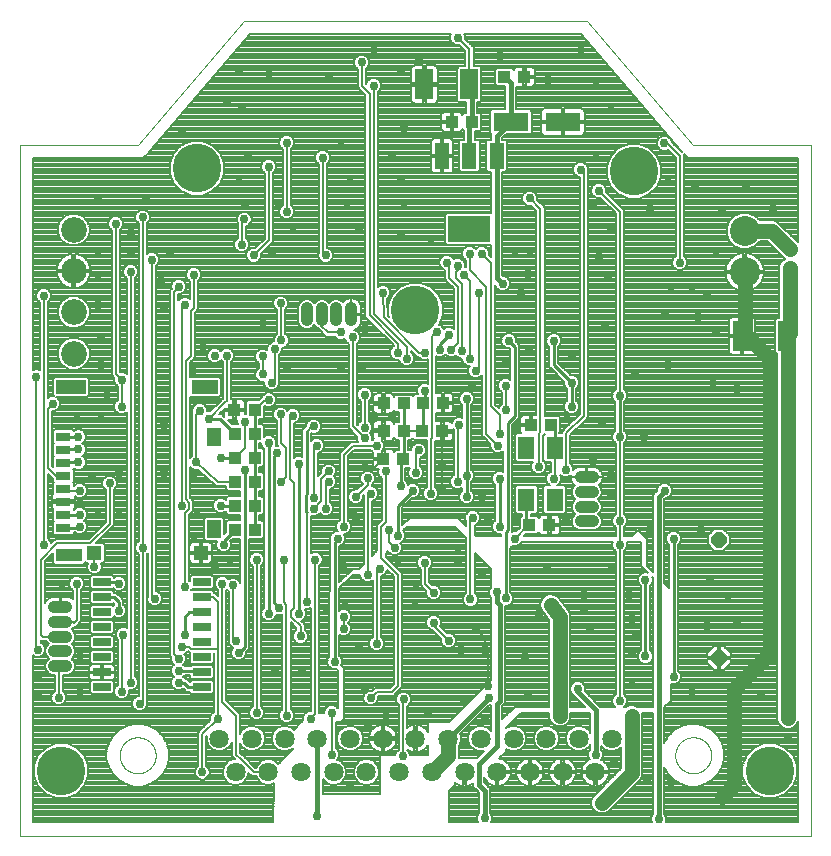
<source format=gbl>
G75*
%MOIN*%
%OFA0B0*%
%FSLAX25Y25*%
%IPPOS*%
%LPD*%
%AMOC8*
5,1,8,0,0,1.08239X$1,22.5*
%
%ADD10C,0.00000*%
%ADD11R,0.04331X0.03937*%
%ADD12R,0.11811X0.06299*%
%ADD13R,0.04800X0.08800*%
%ADD14R,0.14173X0.08661*%
%ADD15R,0.05512X0.07480*%
%ADD16C,0.10000*%
%ADD17C,0.03969*%
%ADD18R,0.06000X0.10000*%
%ADD19C,0.08600*%
%ADD20R,0.03150X0.02362*%
%ADD21R,0.04882X0.03150*%
%ADD22R,0.09843X0.04528*%
%ADD23R,0.08661X0.04528*%
%ADD24R,0.04528X0.05906*%
%ADD25R,0.04724X0.04567*%
%ADD26R,0.04921X0.04567*%
%ADD27R,0.08661X0.04409*%
%ADD28R,0.03937X0.04331*%
%ADD29R,0.04134X0.04252*%
%ADD30R,0.06000X0.02500*%
%ADD31OC8,0.05150*%
%ADD32C,0.06450*%
%ADD33C,0.05000*%
%ADD34C,0.00800*%
%ADD35C,0.02978*%
%ADD36C,0.01000*%
%ADD37C,0.01600*%
%ADD38C,0.16205*%
D10*
X0012400Y0035678D02*
X0012400Y0265993D01*
X0051770Y0265993D01*
X0087203Y0307332D01*
X0201376Y0307332D01*
X0236809Y0265993D01*
X0276180Y0265993D01*
X0276180Y0035678D01*
X0012400Y0035678D01*
X0045690Y0062450D02*
X0045692Y0062604D01*
X0045698Y0062759D01*
X0045708Y0062913D01*
X0045722Y0063067D01*
X0045740Y0063220D01*
X0045761Y0063373D01*
X0045787Y0063526D01*
X0045817Y0063677D01*
X0045850Y0063828D01*
X0045888Y0063978D01*
X0045929Y0064127D01*
X0045974Y0064275D01*
X0046023Y0064421D01*
X0046076Y0064567D01*
X0046132Y0064710D01*
X0046192Y0064853D01*
X0046256Y0064993D01*
X0046323Y0065133D01*
X0046394Y0065270D01*
X0046468Y0065405D01*
X0046546Y0065539D01*
X0046627Y0065670D01*
X0046712Y0065799D01*
X0046800Y0065927D01*
X0046891Y0066051D01*
X0046985Y0066174D01*
X0047083Y0066294D01*
X0047183Y0066411D01*
X0047287Y0066526D01*
X0047393Y0066638D01*
X0047502Y0066747D01*
X0047614Y0066853D01*
X0047729Y0066957D01*
X0047846Y0067057D01*
X0047966Y0067155D01*
X0048089Y0067249D01*
X0048213Y0067340D01*
X0048341Y0067428D01*
X0048470Y0067513D01*
X0048601Y0067594D01*
X0048735Y0067672D01*
X0048870Y0067746D01*
X0049007Y0067817D01*
X0049147Y0067884D01*
X0049287Y0067948D01*
X0049430Y0068008D01*
X0049573Y0068064D01*
X0049719Y0068117D01*
X0049865Y0068166D01*
X0050013Y0068211D01*
X0050162Y0068252D01*
X0050312Y0068290D01*
X0050463Y0068323D01*
X0050614Y0068353D01*
X0050767Y0068379D01*
X0050920Y0068400D01*
X0051073Y0068418D01*
X0051227Y0068432D01*
X0051381Y0068442D01*
X0051536Y0068448D01*
X0051690Y0068450D01*
X0051844Y0068448D01*
X0051999Y0068442D01*
X0052153Y0068432D01*
X0052307Y0068418D01*
X0052460Y0068400D01*
X0052613Y0068379D01*
X0052766Y0068353D01*
X0052917Y0068323D01*
X0053068Y0068290D01*
X0053218Y0068252D01*
X0053367Y0068211D01*
X0053515Y0068166D01*
X0053661Y0068117D01*
X0053807Y0068064D01*
X0053950Y0068008D01*
X0054093Y0067948D01*
X0054233Y0067884D01*
X0054373Y0067817D01*
X0054510Y0067746D01*
X0054645Y0067672D01*
X0054779Y0067594D01*
X0054910Y0067513D01*
X0055039Y0067428D01*
X0055167Y0067340D01*
X0055291Y0067249D01*
X0055414Y0067155D01*
X0055534Y0067057D01*
X0055651Y0066957D01*
X0055766Y0066853D01*
X0055878Y0066747D01*
X0055987Y0066638D01*
X0056093Y0066526D01*
X0056197Y0066411D01*
X0056297Y0066294D01*
X0056395Y0066174D01*
X0056489Y0066051D01*
X0056580Y0065927D01*
X0056668Y0065799D01*
X0056753Y0065670D01*
X0056834Y0065539D01*
X0056912Y0065405D01*
X0056986Y0065270D01*
X0057057Y0065133D01*
X0057124Y0064993D01*
X0057188Y0064853D01*
X0057248Y0064710D01*
X0057304Y0064567D01*
X0057357Y0064421D01*
X0057406Y0064275D01*
X0057451Y0064127D01*
X0057492Y0063978D01*
X0057530Y0063828D01*
X0057563Y0063677D01*
X0057593Y0063526D01*
X0057619Y0063373D01*
X0057640Y0063220D01*
X0057658Y0063067D01*
X0057672Y0062913D01*
X0057682Y0062759D01*
X0057688Y0062604D01*
X0057690Y0062450D01*
X0057688Y0062296D01*
X0057682Y0062141D01*
X0057672Y0061987D01*
X0057658Y0061833D01*
X0057640Y0061680D01*
X0057619Y0061527D01*
X0057593Y0061374D01*
X0057563Y0061223D01*
X0057530Y0061072D01*
X0057492Y0060922D01*
X0057451Y0060773D01*
X0057406Y0060625D01*
X0057357Y0060479D01*
X0057304Y0060333D01*
X0057248Y0060190D01*
X0057188Y0060047D01*
X0057124Y0059907D01*
X0057057Y0059767D01*
X0056986Y0059630D01*
X0056912Y0059495D01*
X0056834Y0059361D01*
X0056753Y0059230D01*
X0056668Y0059101D01*
X0056580Y0058973D01*
X0056489Y0058849D01*
X0056395Y0058726D01*
X0056297Y0058606D01*
X0056197Y0058489D01*
X0056093Y0058374D01*
X0055987Y0058262D01*
X0055878Y0058153D01*
X0055766Y0058047D01*
X0055651Y0057943D01*
X0055534Y0057843D01*
X0055414Y0057745D01*
X0055291Y0057651D01*
X0055167Y0057560D01*
X0055039Y0057472D01*
X0054910Y0057387D01*
X0054779Y0057306D01*
X0054645Y0057228D01*
X0054510Y0057154D01*
X0054373Y0057083D01*
X0054233Y0057016D01*
X0054093Y0056952D01*
X0053950Y0056892D01*
X0053807Y0056836D01*
X0053661Y0056783D01*
X0053515Y0056734D01*
X0053367Y0056689D01*
X0053218Y0056648D01*
X0053068Y0056610D01*
X0052917Y0056577D01*
X0052766Y0056547D01*
X0052613Y0056521D01*
X0052460Y0056500D01*
X0052307Y0056482D01*
X0052153Y0056468D01*
X0051999Y0056458D01*
X0051844Y0056452D01*
X0051690Y0056450D01*
X0051536Y0056452D01*
X0051381Y0056458D01*
X0051227Y0056468D01*
X0051073Y0056482D01*
X0050920Y0056500D01*
X0050767Y0056521D01*
X0050614Y0056547D01*
X0050463Y0056577D01*
X0050312Y0056610D01*
X0050162Y0056648D01*
X0050013Y0056689D01*
X0049865Y0056734D01*
X0049719Y0056783D01*
X0049573Y0056836D01*
X0049430Y0056892D01*
X0049287Y0056952D01*
X0049147Y0057016D01*
X0049007Y0057083D01*
X0048870Y0057154D01*
X0048735Y0057228D01*
X0048601Y0057306D01*
X0048470Y0057387D01*
X0048341Y0057472D01*
X0048213Y0057560D01*
X0048089Y0057651D01*
X0047966Y0057745D01*
X0047846Y0057843D01*
X0047729Y0057943D01*
X0047614Y0058047D01*
X0047502Y0058153D01*
X0047393Y0058262D01*
X0047287Y0058374D01*
X0047183Y0058489D01*
X0047083Y0058606D01*
X0046985Y0058726D01*
X0046891Y0058849D01*
X0046800Y0058973D01*
X0046712Y0059101D01*
X0046627Y0059230D01*
X0046546Y0059361D01*
X0046468Y0059495D01*
X0046394Y0059630D01*
X0046323Y0059767D01*
X0046256Y0059907D01*
X0046192Y0060047D01*
X0046132Y0060190D01*
X0046076Y0060333D01*
X0046023Y0060479D01*
X0045974Y0060625D01*
X0045929Y0060773D01*
X0045888Y0060922D01*
X0045850Y0061072D01*
X0045817Y0061223D01*
X0045787Y0061374D01*
X0045761Y0061527D01*
X0045740Y0061680D01*
X0045722Y0061833D01*
X0045708Y0061987D01*
X0045698Y0062141D01*
X0045692Y0062296D01*
X0045690Y0062450D01*
X0230890Y0062450D02*
X0230892Y0062604D01*
X0230898Y0062759D01*
X0230908Y0062913D01*
X0230922Y0063067D01*
X0230940Y0063220D01*
X0230961Y0063373D01*
X0230987Y0063526D01*
X0231017Y0063677D01*
X0231050Y0063828D01*
X0231088Y0063978D01*
X0231129Y0064127D01*
X0231174Y0064275D01*
X0231223Y0064421D01*
X0231276Y0064567D01*
X0231332Y0064710D01*
X0231392Y0064853D01*
X0231456Y0064993D01*
X0231523Y0065133D01*
X0231594Y0065270D01*
X0231668Y0065405D01*
X0231746Y0065539D01*
X0231827Y0065670D01*
X0231912Y0065799D01*
X0232000Y0065927D01*
X0232091Y0066051D01*
X0232185Y0066174D01*
X0232283Y0066294D01*
X0232383Y0066411D01*
X0232487Y0066526D01*
X0232593Y0066638D01*
X0232702Y0066747D01*
X0232814Y0066853D01*
X0232929Y0066957D01*
X0233046Y0067057D01*
X0233166Y0067155D01*
X0233289Y0067249D01*
X0233413Y0067340D01*
X0233541Y0067428D01*
X0233670Y0067513D01*
X0233801Y0067594D01*
X0233935Y0067672D01*
X0234070Y0067746D01*
X0234207Y0067817D01*
X0234347Y0067884D01*
X0234487Y0067948D01*
X0234630Y0068008D01*
X0234773Y0068064D01*
X0234919Y0068117D01*
X0235065Y0068166D01*
X0235213Y0068211D01*
X0235362Y0068252D01*
X0235512Y0068290D01*
X0235663Y0068323D01*
X0235814Y0068353D01*
X0235967Y0068379D01*
X0236120Y0068400D01*
X0236273Y0068418D01*
X0236427Y0068432D01*
X0236581Y0068442D01*
X0236736Y0068448D01*
X0236890Y0068450D01*
X0237044Y0068448D01*
X0237199Y0068442D01*
X0237353Y0068432D01*
X0237507Y0068418D01*
X0237660Y0068400D01*
X0237813Y0068379D01*
X0237966Y0068353D01*
X0238117Y0068323D01*
X0238268Y0068290D01*
X0238418Y0068252D01*
X0238567Y0068211D01*
X0238715Y0068166D01*
X0238861Y0068117D01*
X0239007Y0068064D01*
X0239150Y0068008D01*
X0239293Y0067948D01*
X0239433Y0067884D01*
X0239573Y0067817D01*
X0239710Y0067746D01*
X0239845Y0067672D01*
X0239979Y0067594D01*
X0240110Y0067513D01*
X0240239Y0067428D01*
X0240367Y0067340D01*
X0240491Y0067249D01*
X0240614Y0067155D01*
X0240734Y0067057D01*
X0240851Y0066957D01*
X0240966Y0066853D01*
X0241078Y0066747D01*
X0241187Y0066638D01*
X0241293Y0066526D01*
X0241397Y0066411D01*
X0241497Y0066294D01*
X0241595Y0066174D01*
X0241689Y0066051D01*
X0241780Y0065927D01*
X0241868Y0065799D01*
X0241953Y0065670D01*
X0242034Y0065539D01*
X0242112Y0065405D01*
X0242186Y0065270D01*
X0242257Y0065133D01*
X0242324Y0064993D01*
X0242388Y0064853D01*
X0242448Y0064710D01*
X0242504Y0064567D01*
X0242557Y0064421D01*
X0242606Y0064275D01*
X0242651Y0064127D01*
X0242692Y0063978D01*
X0242730Y0063828D01*
X0242763Y0063677D01*
X0242793Y0063526D01*
X0242819Y0063373D01*
X0242840Y0063220D01*
X0242858Y0063067D01*
X0242872Y0062913D01*
X0242882Y0062759D01*
X0242888Y0062604D01*
X0242890Y0062450D01*
X0242888Y0062296D01*
X0242882Y0062141D01*
X0242872Y0061987D01*
X0242858Y0061833D01*
X0242840Y0061680D01*
X0242819Y0061527D01*
X0242793Y0061374D01*
X0242763Y0061223D01*
X0242730Y0061072D01*
X0242692Y0060922D01*
X0242651Y0060773D01*
X0242606Y0060625D01*
X0242557Y0060479D01*
X0242504Y0060333D01*
X0242448Y0060190D01*
X0242388Y0060047D01*
X0242324Y0059907D01*
X0242257Y0059767D01*
X0242186Y0059630D01*
X0242112Y0059495D01*
X0242034Y0059361D01*
X0241953Y0059230D01*
X0241868Y0059101D01*
X0241780Y0058973D01*
X0241689Y0058849D01*
X0241595Y0058726D01*
X0241497Y0058606D01*
X0241397Y0058489D01*
X0241293Y0058374D01*
X0241187Y0058262D01*
X0241078Y0058153D01*
X0240966Y0058047D01*
X0240851Y0057943D01*
X0240734Y0057843D01*
X0240614Y0057745D01*
X0240491Y0057651D01*
X0240367Y0057560D01*
X0240239Y0057472D01*
X0240110Y0057387D01*
X0239979Y0057306D01*
X0239845Y0057228D01*
X0239710Y0057154D01*
X0239573Y0057083D01*
X0239433Y0057016D01*
X0239293Y0056952D01*
X0239150Y0056892D01*
X0239007Y0056836D01*
X0238861Y0056783D01*
X0238715Y0056734D01*
X0238567Y0056689D01*
X0238418Y0056648D01*
X0238268Y0056610D01*
X0238117Y0056577D01*
X0237966Y0056547D01*
X0237813Y0056521D01*
X0237660Y0056500D01*
X0237507Y0056482D01*
X0237353Y0056468D01*
X0237199Y0056458D01*
X0237044Y0056452D01*
X0236890Y0056450D01*
X0236736Y0056452D01*
X0236581Y0056458D01*
X0236427Y0056468D01*
X0236273Y0056482D01*
X0236120Y0056500D01*
X0235967Y0056521D01*
X0235814Y0056547D01*
X0235663Y0056577D01*
X0235512Y0056610D01*
X0235362Y0056648D01*
X0235213Y0056689D01*
X0235065Y0056734D01*
X0234919Y0056783D01*
X0234773Y0056836D01*
X0234630Y0056892D01*
X0234487Y0056952D01*
X0234347Y0057016D01*
X0234207Y0057083D01*
X0234070Y0057154D01*
X0233935Y0057228D01*
X0233801Y0057306D01*
X0233670Y0057387D01*
X0233541Y0057472D01*
X0233413Y0057560D01*
X0233289Y0057651D01*
X0233166Y0057745D01*
X0233046Y0057843D01*
X0232929Y0057943D01*
X0232814Y0058047D01*
X0232702Y0058153D01*
X0232593Y0058262D01*
X0232487Y0058374D01*
X0232383Y0058489D01*
X0232283Y0058606D01*
X0232185Y0058726D01*
X0232091Y0058849D01*
X0232000Y0058973D01*
X0231912Y0059101D01*
X0231827Y0059230D01*
X0231746Y0059361D01*
X0231668Y0059495D01*
X0231594Y0059630D01*
X0231523Y0059767D01*
X0231456Y0059907D01*
X0231392Y0060047D01*
X0231332Y0060190D01*
X0231276Y0060333D01*
X0231223Y0060479D01*
X0231174Y0060625D01*
X0231129Y0060773D01*
X0231088Y0060922D01*
X0231050Y0061072D01*
X0231017Y0061223D01*
X0230987Y0061374D01*
X0230961Y0061527D01*
X0230940Y0061680D01*
X0230922Y0061833D01*
X0230908Y0061987D01*
X0230898Y0062141D01*
X0230892Y0062296D01*
X0230890Y0062450D01*
D11*
X0188967Y0139170D03*
X0182274Y0139170D03*
X0182774Y0172544D03*
X0189467Y0172544D03*
X0153250Y0170426D03*
X0146557Y0170426D03*
X0140369Y0170682D03*
X0133676Y0170682D03*
X0133676Y0179745D03*
X0140369Y0179745D03*
X0146680Y0179895D03*
X0153372Y0179895D03*
X0140274Y0161304D03*
X0133581Y0161304D03*
X0156392Y0273584D03*
X0163085Y0273584D03*
X0173892Y0288584D03*
X0180585Y0288584D03*
D12*
X0176077Y0273584D03*
X0193400Y0273584D03*
D13*
X0171339Y0262284D03*
X0162239Y0262284D03*
X0153139Y0262284D03*
D14*
X0162239Y0237883D03*
D15*
X0181266Y0165025D03*
X0190715Y0165025D03*
X0190715Y0147702D03*
X0181266Y0147702D03*
D16*
X0254026Y0223509D03*
X0254026Y0237289D03*
D17*
X0203333Y0155159D02*
X0199365Y0155159D01*
X0199365Y0150237D02*
X0203333Y0150237D01*
X0203333Y0145316D02*
X0199365Y0145316D01*
X0199365Y0140395D02*
X0203333Y0140395D01*
X0122853Y0207478D02*
X0122853Y0211446D01*
X0117931Y0211446D02*
X0117931Y0207478D01*
X0113010Y0207478D02*
X0113010Y0211446D01*
X0108089Y0211446D02*
X0108089Y0207478D01*
X0027900Y0111859D02*
X0023931Y0111859D01*
X0023931Y0106938D02*
X0027900Y0106938D01*
X0027900Y0102017D02*
X0023931Y0102017D01*
X0023931Y0097096D02*
X0027900Y0097096D01*
X0027900Y0092174D02*
X0023931Y0092174D01*
D18*
X0147239Y0286084D03*
X0162239Y0286084D03*
X0253223Y0202194D03*
X0268223Y0202194D03*
D19*
X0030337Y0196348D03*
X0030337Y0210127D03*
X0030337Y0223907D03*
X0030337Y0237686D03*
D20*
X0269124Y0231143D03*
X0269124Y0224844D03*
D21*
X0026920Y0168670D03*
X0026920Y0164340D03*
X0026920Y0160009D03*
X0026920Y0155678D03*
X0026920Y0151348D03*
X0026920Y0147017D03*
X0026920Y0142686D03*
X0026920Y0138356D03*
D22*
X0029400Y0185147D03*
D23*
X0074006Y0185186D03*
D24*
X0077136Y0168434D03*
X0077136Y0137804D03*
D25*
X0072707Y0129930D03*
D26*
X0037274Y0129930D03*
D27*
X0028809Y0129123D03*
D28*
X0084054Y0137647D03*
X0090746Y0137647D03*
X0090746Y0145647D03*
X0084054Y0145647D03*
X0084054Y0153647D03*
X0090746Y0153647D03*
X0090746Y0161647D03*
X0084054Y0161647D03*
X0084054Y0169647D03*
X0090746Y0169647D03*
D29*
X0090845Y0177647D03*
X0083955Y0177647D03*
D30*
X0072994Y0120147D03*
X0072994Y0115147D03*
X0072994Y0110147D03*
X0072994Y0105147D03*
X0072994Y0100147D03*
X0072994Y0095147D03*
X0072994Y0090147D03*
X0072994Y0085147D03*
X0039806Y0085147D03*
X0039806Y0090147D03*
X0039806Y0095147D03*
X0039806Y0100147D03*
X0039806Y0105147D03*
X0039806Y0110147D03*
X0039806Y0115147D03*
X0039806Y0120147D03*
D31*
X0245400Y0134269D03*
X0245400Y0094899D03*
D32*
X0209690Y0068050D03*
X0204240Y0056850D03*
X0198790Y0068050D03*
X0193340Y0056850D03*
X0182440Y0056850D03*
X0187890Y0068050D03*
X0176990Y0068050D03*
X0171540Y0056850D03*
X0166090Y0068050D03*
X0160640Y0056850D03*
X0149740Y0056850D03*
X0155190Y0068050D03*
X0144290Y0068050D03*
X0138840Y0056850D03*
X0133390Y0068050D03*
X0127940Y0056850D03*
X0117040Y0056850D03*
X0122490Y0068050D03*
X0111590Y0068050D03*
X0106140Y0056850D03*
X0100690Y0068050D03*
X0089790Y0068050D03*
X0095240Y0056850D03*
X0084340Y0056850D03*
X0078890Y0068050D03*
D33*
X0149740Y0056850D02*
X0155190Y0062300D01*
X0155190Y0068050D01*
X0192400Y0075647D02*
X0192400Y0108647D01*
X0189400Y0112647D01*
X0216400Y0075647D02*
X0216400Y0056647D01*
X0206400Y0046647D01*
X0246400Y0048647D02*
X0250400Y0052647D01*
X0250400Y0084647D01*
X0262400Y0096647D01*
X0262400Y0194647D01*
X0254050Y0202997D01*
X0254026Y0202997D01*
X0253223Y0202194D01*
X0254026Y0202997D02*
X0254026Y0223509D01*
X0254026Y0237289D02*
X0262979Y0237289D01*
X0269124Y0231143D01*
X0269124Y0224844D02*
X0269124Y0203096D01*
X0268223Y0202194D01*
X0268400Y0202017D01*
X0268400Y0194647D01*
X0268400Y0168647D01*
X0268400Y0074797D01*
D34*
X0271684Y0073580D02*
X0271780Y0073580D01*
X0271780Y0073810D02*
X0271780Y0040078D01*
X0227643Y0040078D01*
X0227889Y0040672D01*
X0227889Y0041662D01*
X0227510Y0042577D01*
X0227200Y0042887D01*
X0227200Y0058433D01*
X0228568Y0056064D01*
X0230504Y0054128D01*
X0232876Y0052759D01*
X0235521Y0052050D01*
X0238259Y0052050D01*
X0240904Y0052759D01*
X0243276Y0054128D01*
X0245212Y0056064D01*
X0246581Y0058436D01*
X0247290Y0061081D01*
X0247290Y0063819D01*
X0246581Y0066464D01*
X0245212Y0068836D01*
X0243276Y0070772D01*
X0240904Y0072141D01*
X0238259Y0072850D01*
X0235521Y0072850D01*
X0232876Y0072141D01*
X0230504Y0070772D01*
X0228568Y0068836D01*
X0227200Y0066467D01*
X0227200Y0078447D01*
X0229400Y0080647D01*
X0229400Y0086367D01*
X0229905Y0086158D01*
X0230895Y0086158D01*
X0231810Y0086537D01*
X0232510Y0087237D01*
X0232889Y0088152D01*
X0232889Y0089142D01*
X0232510Y0090057D01*
X0231900Y0090667D01*
X0231900Y0132627D01*
X0232510Y0133237D01*
X0232889Y0134152D01*
X0232889Y0135142D01*
X0232510Y0136057D01*
X0231810Y0136757D01*
X0230895Y0137136D01*
X0229905Y0137136D01*
X0228990Y0136757D01*
X0228290Y0136057D01*
X0227911Y0135142D01*
X0227911Y0134152D01*
X0228290Y0133237D01*
X0228900Y0132627D01*
X0228900Y0118147D01*
X0227200Y0119847D01*
X0227200Y0147901D01*
X0227457Y0148158D01*
X0227895Y0148158D01*
X0228810Y0148537D01*
X0229510Y0149237D01*
X0229889Y0150152D01*
X0229889Y0151142D01*
X0229510Y0152057D01*
X0228810Y0152757D01*
X0227895Y0153136D01*
X0226905Y0153136D01*
X0225990Y0152757D01*
X0225290Y0152057D01*
X0224911Y0151142D01*
X0224911Y0150703D01*
X0224654Y0150447D01*
X0223600Y0149392D01*
X0223600Y0123447D01*
X0221400Y0125647D01*
X0221400Y0134647D01*
X0218400Y0137647D01*
X0216400Y0135647D01*
X0213800Y0135647D01*
X0213800Y0138533D01*
X0213810Y0138537D01*
X0214510Y0139237D01*
X0214889Y0140152D01*
X0214889Y0141142D01*
X0214510Y0142057D01*
X0213810Y0142757D01*
X0213800Y0142761D01*
X0213800Y0166533D01*
X0213810Y0166537D01*
X0214510Y0167237D01*
X0214889Y0168152D01*
X0214889Y0169142D01*
X0214510Y0170057D01*
X0213900Y0170667D01*
X0213900Y0180288D01*
X0214510Y0180898D01*
X0214889Y0181813D01*
X0214889Y0182803D01*
X0214510Y0183718D01*
X0213810Y0184418D01*
X0213800Y0184422D01*
X0213800Y0244227D01*
X0207885Y0250142D01*
X0207889Y0250152D01*
X0207889Y0251142D01*
X0207510Y0252057D01*
X0206810Y0252757D01*
X0205895Y0253136D01*
X0204905Y0253136D01*
X0203990Y0252757D01*
X0203290Y0252057D01*
X0202911Y0251142D01*
X0202911Y0250152D01*
X0203290Y0249237D01*
X0203990Y0248537D01*
X0204905Y0248158D01*
X0205895Y0248158D01*
X0205905Y0248162D01*
X0211000Y0243067D01*
X0211000Y0184422D01*
X0210990Y0184418D01*
X0210290Y0183718D01*
X0209911Y0182803D01*
X0209911Y0181813D01*
X0210290Y0180898D01*
X0210900Y0180288D01*
X0210900Y0170667D01*
X0210290Y0170057D01*
X0209911Y0169142D01*
X0209911Y0168152D01*
X0210290Y0167237D01*
X0210990Y0166537D01*
X0211000Y0166533D01*
X0211000Y0142761D01*
X0210990Y0142757D01*
X0210290Y0142057D01*
X0209911Y0141142D01*
X0209911Y0140152D01*
X0210290Y0139237D01*
X0210990Y0138537D01*
X0211000Y0138533D01*
X0211000Y0135647D01*
X0180380Y0135647D01*
X0180935Y0136202D01*
X0184854Y0136202D01*
X0185439Y0136788D01*
X0185439Y0136877D01*
X0185497Y0136662D01*
X0185314Y0136662D01*
X0185497Y0136662D02*
X0185681Y0136342D01*
X0185942Y0136082D01*
X0186261Y0135897D01*
X0186617Y0135802D01*
X0188567Y0135802D01*
X0188567Y0138770D01*
X0189367Y0138770D01*
X0189367Y0135802D01*
X0191317Y0135802D01*
X0191673Y0135897D01*
X0191992Y0136082D01*
X0192253Y0136342D01*
X0192437Y0136662D01*
X0211000Y0136662D01*
X0211000Y0135864D02*
X0191547Y0135864D01*
X0192437Y0136662D02*
X0192532Y0137018D01*
X0192532Y0138770D01*
X0189367Y0138770D01*
X0189367Y0139570D01*
X0192532Y0139570D01*
X0192532Y0141323D01*
X0192437Y0141679D01*
X0192253Y0141999D01*
X0191992Y0142259D01*
X0191673Y0142444D01*
X0191317Y0142539D01*
X0189367Y0142539D01*
X0189367Y0139571D01*
X0188567Y0139571D01*
X0188567Y0142539D01*
X0186617Y0142539D01*
X0186261Y0142444D01*
X0185942Y0142259D01*
X0185681Y0141999D01*
X0185497Y0141679D01*
X0185439Y0141464D01*
X0185439Y0141553D01*
X0184854Y0142139D01*
X0182766Y0142139D01*
X0182766Y0142962D01*
X0184436Y0142962D01*
X0185022Y0143548D01*
X0185022Y0151856D01*
X0184436Y0152442D01*
X0178096Y0152442D01*
X0177510Y0151856D01*
X0177510Y0143548D01*
X0178096Y0142962D01*
X0179766Y0142962D01*
X0179766Y0142139D01*
X0179694Y0142139D01*
X0179109Y0141553D01*
X0179109Y0138335D01*
X0177905Y0137132D01*
X0177895Y0137136D01*
X0176905Y0137136D01*
X0176489Y0136964D01*
X0176489Y0172614D01*
X0178900Y0175026D01*
X0178900Y0199268D01*
X0178021Y0200147D01*
X0177889Y0200279D01*
X0177889Y0201142D01*
X0177510Y0202057D01*
X0176810Y0202757D01*
X0175895Y0203136D01*
X0174905Y0203136D01*
X0173990Y0202757D01*
X0173290Y0202057D01*
X0172911Y0201142D01*
X0172911Y0200152D01*
X0173290Y0199237D01*
X0173990Y0198537D01*
X0174905Y0198158D01*
X0175768Y0198158D01*
X0175900Y0198026D01*
X0175900Y0187667D01*
X0175810Y0187757D01*
X0174895Y0188136D01*
X0173905Y0188136D01*
X0172990Y0187757D01*
X0172290Y0187057D01*
X0171911Y0186142D01*
X0171911Y0185152D01*
X0172290Y0184237D01*
X0172990Y0183537D01*
X0173000Y0183533D01*
X0173000Y0179511D01*
X0172990Y0179507D01*
X0172290Y0178807D01*
X0172044Y0178213D01*
X0170939Y0179318D01*
X0170939Y0219085D01*
X0171290Y0218237D01*
X0171990Y0217537D01*
X0172905Y0217158D01*
X0173895Y0217158D01*
X0174810Y0217537D01*
X0175510Y0218237D01*
X0175889Y0219152D01*
X0175889Y0220142D01*
X0175510Y0221057D01*
X0174810Y0221757D01*
X0173895Y0222136D01*
X0173457Y0222136D01*
X0173139Y0222454D01*
X0173139Y0256884D01*
X0174153Y0256884D01*
X0174739Y0257470D01*
X0174739Y0267098D01*
X0174153Y0267684D01*
X0173139Y0267684D01*
X0173139Y0268100D01*
X0174473Y0269434D01*
X0182397Y0269434D01*
X0182983Y0270020D01*
X0182983Y0277148D01*
X0182397Y0277733D01*
X0177877Y0277733D01*
X0177877Y0285312D01*
X0177879Y0285311D01*
X0178235Y0285215D01*
X0180185Y0285215D01*
X0180185Y0288184D01*
X0180985Y0288184D01*
X0180985Y0288984D01*
X0180185Y0288984D01*
X0180185Y0291952D01*
X0178235Y0291952D01*
X0177879Y0291857D01*
X0177560Y0291673D01*
X0177299Y0291412D01*
X0177115Y0291093D01*
X0177057Y0290878D01*
X0177057Y0290967D01*
X0176472Y0291552D01*
X0171313Y0291552D01*
X0170727Y0290967D01*
X0170727Y0286201D01*
X0171313Y0285615D01*
X0174277Y0285615D01*
X0174277Y0277733D01*
X0169757Y0277733D01*
X0169172Y0277148D01*
X0169172Y0270020D01*
X0169570Y0269622D01*
X0169539Y0269591D01*
X0169539Y0267684D01*
X0168524Y0267684D01*
X0167939Y0267098D01*
X0167939Y0257470D01*
X0168524Y0256884D01*
X0169539Y0256884D01*
X0169539Y0243214D01*
X0154738Y0243214D01*
X0154152Y0242628D01*
X0154152Y0233138D01*
X0154738Y0232552D01*
X0169539Y0232552D01*
X0169539Y0228488D01*
X0168885Y0229142D01*
X0168889Y0229152D01*
X0168889Y0230142D01*
X0168510Y0231057D01*
X0167810Y0231757D01*
X0166895Y0232136D01*
X0165905Y0232136D01*
X0164990Y0231757D01*
X0164400Y0231167D01*
X0163810Y0231757D01*
X0162895Y0232136D01*
X0161905Y0232136D01*
X0160990Y0231757D01*
X0160290Y0231057D01*
X0159911Y0230142D01*
X0159911Y0229152D01*
X0160290Y0228237D01*
X0160990Y0227537D01*
X0161000Y0227533D01*
X0161000Y0225092D01*
X0160895Y0225136D01*
X0160840Y0225136D01*
X0160859Y0225182D01*
X0160859Y0226172D01*
X0160480Y0227087D01*
X0159780Y0227787D01*
X0158865Y0228166D01*
X0157875Y0228166D01*
X0157006Y0227806D01*
X0156902Y0228057D01*
X0156202Y0228757D01*
X0155287Y0229136D01*
X0154297Y0229136D01*
X0153382Y0228757D01*
X0152682Y0228057D01*
X0152303Y0227142D01*
X0152303Y0226152D01*
X0152682Y0225237D01*
X0153382Y0224537D01*
X0154000Y0224281D01*
X0154000Y0221067D01*
X0154820Y0220247D01*
X0157000Y0218067D01*
X0157000Y0204567D01*
X0156810Y0204757D01*
X0155895Y0205136D01*
X0154905Y0205136D01*
X0153990Y0204757D01*
X0153754Y0204521D01*
X0153547Y0205020D01*
X0152847Y0205720D01*
X0152130Y0206017D01*
X0153392Y0209065D01*
X0153392Y0212686D01*
X0152006Y0216031D01*
X0149446Y0218592D01*
X0146100Y0219978D01*
X0142479Y0219978D01*
X0139134Y0218592D01*
X0136573Y0216031D01*
X0135187Y0212686D01*
X0135187Y0209065D01*
X0135350Y0208672D01*
X0135033Y0208990D01*
X0134863Y0214590D01*
X0135510Y0215237D01*
X0135889Y0216152D01*
X0135889Y0217142D01*
X0135510Y0218057D01*
X0134810Y0218757D01*
X0133895Y0219136D01*
X0132905Y0219136D01*
X0131990Y0218757D01*
X0131800Y0218567D01*
X0131800Y0283533D01*
X0131810Y0283537D01*
X0132510Y0284237D01*
X0132889Y0285152D01*
X0132889Y0286142D01*
X0132510Y0287057D01*
X0131810Y0287757D01*
X0130895Y0288136D01*
X0129905Y0288136D01*
X0128990Y0287757D01*
X0128290Y0287057D01*
X0127911Y0286142D01*
X0127911Y0286116D01*
X0127800Y0286227D01*
X0127800Y0291283D01*
X0127810Y0291287D01*
X0128510Y0291987D01*
X0128889Y0292902D01*
X0128889Y0293892D01*
X0128510Y0294807D01*
X0127810Y0295507D01*
X0126895Y0295886D01*
X0125905Y0295886D01*
X0124990Y0295507D01*
X0124290Y0294807D01*
X0123911Y0293892D01*
X0123911Y0292902D01*
X0124290Y0291987D01*
X0124990Y0291287D01*
X0125000Y0291283D01*
X0125000Y0285067D01*
X0125820Y0284247D01*
X0127600Y0282467D01*
X0127600Y0208487D01*
X0128420Y0207667D01*
X0128420Y0207667D01*
X0136970Y0199117D01*
X0136970Y0198791D01*
X0136960Y0198787D01*
X0136260Y0198087D01*
X0135881Y0197172D01*
X0135881Y0196182D01*
X0136260Y0195267D01*
X0136960Y0194567D01*
X0137875Y0194188D01*
X0138865Y0194188D01*
X0138911Y0194207D01*
X0138911Y0194152D01*
X0139290Y0193237D01*
X0139990Y0192537D01*
X0140905Y0192158D01*
X0141895Y0192158D01*
X0142810Y0192537D01*
X0143510Y0193237D01*
X0143889Y0194152D01*
X0143889Y0195142D01*
X0143510Y0196057D01*
X0142810Y0196757D01*
X0142800Y0196761D01*
X0142800Y0197262D01*
X0144816Y0195247D01*
X0145286Y0195247D01*
X0145290Y0195237D01*
X0145990Y0194537D01*
X0146905Y0194158D01*
X0147895Y0194158D01*
X0148489Y0194404D01*
X0148489Y0186198D01*
X0147895Y0186444D01*
X0146905Y0186444D01*
X0145990Y0186066D01*
X0145290Y0185365D01*
X0144911Y0184451D01*
X0144911Y0183460D01*
X0145158Y0182863D01*
X0144100Y0182863D01*
X0143514Y0182278D01*
X0143514Y0182148D01*
X0142948Y0182714D01*
X0137789Y0182714D01*
X0137203Y0182128D01*
X0137203Y0182039D01*
X0137146Y0182254D01*
X0136961Y0182573D01*
X0136701Y0182834D01*
X0136381Y0183018D01*
X0136025Y0183114D01*
X0134076Y0183114D01*
X0134076Y0180145D01*
X0133276Y0180145D01*
X0133276Y0183114D01*
X0131326Y0183114D01*
X0130970Y0183018D01*
X0130651Y0182834D01*
X0130390Y0182573D01*
X0130206Y0182254D01*
X0130110Y0181898D01*
X0130110Y0180145D01*
X0133276Y0180145D01*
X0133276Y0179345D01*
X0134076Y0179345D01*
X0134076Y0176377D01*
X0136025Y0176377D01*
X0136381Y0176472D01*
X0136701Y0176656D01*
X0136961Y0176917D01*
X0137146Y0177236D01*
X0137203Y0177451D01*
X0137203Y0177363D01*
X0137789Y0176777D01*
X0138869Y0176777D01*
X0138869Y0173651D01*
X0137789Y0173651D01*
X0137203Y0173065D01*
X0137203Y0172976D01*
X0137146Y0173191D01*
X0136961Y0173510D01*
X0136701Y0173771D01*
X0136381Y0173955D01*
X0136025Y0174051D01*
X0134076Y0174051D01*
X0134076Y0171082D01*
X0133276Y0171082D01*
X0133276Y0174051D01*
X0131326Y0174051D01*
X0130970Y0173955D01*
X0130651Y0173771D01*
X0130390Y0173510D01*
X0130206Y0173191D01*
X0130110Y0172835D01*
X0130110Y0171082D01*
X0133276Y0171082D01*
X0133276Y0170282D01*
X0134076Y0170282D01*
X0134076Y0167314D01*
X0136025Y0167314D01*
X0136381Y0167409D01*
X0136701Y0167594D01*
X0136961Y0167854D01*
X0137146Y0168173D01*
X0137203Y0168388D01*
X0137203Y0168300D01*
X0137789Y0167714D01*
X0138869Y0167714D01*
X0138869Y0164273D01*
X0137694Y0164273D01*
X0137109Y0163687D01*
X0137109Y0163598D01*
X0137051Y0163813D01*
X0136867Y0164132D01*
X0136606Y0164393D01*
X0136287Y0164577D01*
X0135931Y0164673D01*
X0133981Y0164673D01*
X0133981Y0161704D01*
X0133181Y0161704D01*
X0133181Y0160904D01*
X0130016Y0160904D01*
X0130016Y0159152D01*
X0130111Y0158795D01*
X0130295Y0158476D01*
X0130556Y0158216D01*
X0130875Y0158031D01*
X0131231Y0157936D01*
X0132046Y0157936D01*
X0131911Y0157609D01*
X0131911Y0156619D01*
X0132290Y0155704D01*
X0132990Y0155004D01*
X0133000Y0155000D01*
X0133000Y0140747D01*
X0132331Y0140078D01*
X0131511Y0139258D01*
X0131511Y0130758D01*
X0129800Y0129047D01*
X0129800Y0147158D01*
X0129895Y0147158D01*
X0130810Y0147537D01*
X0131510Y0148237D01*
X0131889Y0149152D01*
X0131889Y0150142D01*
X0131510Y0151057D01*
X0130810Y0151757D01*
X0129895Y0152136D01*
X0129800Y0152136D01*
X0129800Y0152711D01*
X0129810Y0152715D01*
X0130510Y0153415D01*
X0130889Y0154330D01*
X0130889Y0155320D01*
X0130510Y0156235D01*
X0129810Y0156935D01*
X0128895Y0157314D01*
X0127905Y0157314D01*
X0126990Y0156935D01*
X0126290Y0156235D01*
X0125911Y0155320D01*
X0125911Y0154330D01*
X0126290Y0153415D01*
X0126739Y0152966D01*
X0124905Y0151132D01*
X0124895Y0151136D01*
X0123905Y0151136D01*
X0122990Y0150757D01*
X0122290Y0150057D01*
X0121911Y0149142D01*
X0121911Y0148152D01*
X0122290Y0147237D01*
X0122990Y0146537D01*
X0123905Y0146158D01*
X0124895Y0146158D01*
X0125810Y0146537D01*
X0126510Y0147237D01*
X0126889Y0148152D01*
X0126889Y0149142D01*
X0126885Y0149152D01*
X0126911Y0149178D01*
X0126911Y0149152D01*
X0127000Y0148937D01*
X0127000Y0126247D01*
X0125400Y0124647D01*
X0123400Y0124647D01*
X0118900Y0120147D01*
X0118900Y0132160D01*
X0119810Y0132537D01*
X0120510Y0133237D01*
X0120889Y0134152D01*
X0120889Y0135142D01*
X0120510Y0136057D01*
X0120409Y0136158D01*
X0120895Y0136158D01*
X0121810Y0136537D01*
X0122510Y0137237D01*
X0122889Y0138152D01*
X0122889Y0139142D01*
X0122510Y0140057D01*
X0121810Y0140757D01*
X0121800Y0140761D01*
X0121800Y0162067D01*
X0123913Y0164180D01*
X0129286Y0164180D01*
X0129290Y0164170D01*
X0129990Y0163470D01*
X0130016Y0163459D01*
X0130016Y0163457D01*
X0130016Y0161704D01*
X0133181Y0161704D01*
X0133181Y0163841D01*
X0133510Y0164170D01*
X0133889Y0165085D01*
X0133889Y0166075D01*
X0133510Y0166990D01*
X0133186Y0167314D01*
X0133276Y0167314D01*
X0133276Y0170282D01*
X0130110Y0170282D01*
X0130110Y0168529D01*
X0130206Y0168173D01*
X0130389Y0167855D01*
X0129990Y0167690D01*
X0129889Y0167589D01*
X0129889Y0168564D01*
X0129510Y0169479D01*
X0129131Y0169858D01*
X0129510Y0170237D01*
X0129889Y0171152D01*
X0129889Y0172142D01*
X0129510Y0173057D01*
X0128810Y0173757D01*
X0128800Y0173761D01*
X0128800Y0180533D01*
X0128810Y0180537D01*
X0129510Y0181237D01*
X0129889Y0182152D01*
X0129889Y0183142D01*
X0129510Y0184057D01*
X0128810Y0184757D01*
X0127895Y0185136D01*
X0126905Y0185136D01*
X0125990Y0184757D01*
X0125290Y0184057D01*
X0124911Y0183142D01*
X0124911Y0182152D01*
X0125290Y0181237D01*
X0125990Y0180537D01*
X0126000Y0180533D01*
X0126000Y0173761D01*
X0125990Y0173757D01*
X0125290Y0173057D01*
X0125027Y0172422D01*
X0124800Y0172649D01*
X0124800Y0199614D01*
X0124810Y0199618D01*
X0125510Y0200318D01*
X0125889Y0201233D01*
X0125889Y0202223D01*
X0125510Y0203138D01*
X0124810Y0203838D01*
X0123895Y0204217D01*
X0123807Y0204217D01*
X0123840Y0204223D01*
X0124456Y0204478D01*
X0125010Y0204849D01*
X0125481Y0205320D01*
X0125852Y0205875D01*
X0126107Y0206490D01*
X0126237Y0207144D01*
X0126237Y0209370D01*
X0122945Y0209370D01*
X0122945Y0209554D01*
X0126237Y0209554D01*
X0126237Y0211779D01*
X0126107Y0212433D01*
X0125852Y0213049D01*
X0125481Y0213603D01*
X0125010Y0214075D01*
X0124456Y0214445D01*
X0123840Y0214700D01*
X0123186Y0214830D01*
X0122945Y0214830D01*
X0122945Y0209554D01*
X0122761Y0209554D01*
X0122761Y0214830D01*
X0122519Y0214830D01*
X0121866Y0214700D01*
X0121250Y0214445D01*
X0120695Y0214075D01*
X0120224Y0213603D01*
X0120132Y0213466D01*
X0119622Y0213976D01*
X0118525Y0214430D01*
X0117338Y0214430D01*
X0116241Y0213976D01*
X0115471Y0213206D01*
X0114701Y0213976D01*
X0113604Y0214430D01*
X0112417Y0214430D01*
X0111320Y0213976D01*
X0110550Y0213206D01*
X0109779Y0213976D01*
X0108683Y0214430D01*
X0107495Y0214430D01*
X0106399Y0213976D01*
X0105559Y0213137D01*
X0105105Y0212040D01*
X0105105Y0206884D01*
X0105559Y0205787D01*
X0106399Y0204948D01*
X0107495Y0204493D01*
X0108683Y0204493D01*
X0109779Y0204948D01*
X0110550Y0205718D01*
X0111320Y0204948D01*
X0111831Y0204736D01*
X0112320Y0204247D01*
X0114563Y0202004D01*
X0117313Y0202004D01*
X0117317Y0201994D01*
X0118018Y0201294D01*
X0118932Y0200915D01*
X0119923Y0200915D01*
X0120837Y0201294D01*
X0120911Y0201368D01*
X0120911Y0201233D01*
X0121290Y0200318D01*
X0121990Y0199618D01*
X0122000Y0199614D01*
X0122000Y0171489D01*
X0124915Y0168574D01*
X0124911Y0168564D01*
X0124911Y0167574D01*
X0125157Y0166980D01*
X0122753Y0166980D01*
X0119000Y0163227D01*
X0119000Y0140761D01*
X0118990Y0140757D01*
X0118290Y0140057D01*
X0117911Y0139142D01*
X0117911Y0138152D01*
X0118290Y0137237D01*
X0118391Y0137136D01*
X0117905Y0137136D01*
X0116990Y0136757D01*
X0116290Y0136057D01*
X0115911Y0135142D01*
X0115911Y0134279D01*
X0115900Y0134268D01*
X0115900Y0117147D01*
X0115400Y0116647D01*
X0115400Y0095167D01*
X0115290Y0095057D01*
X0114911Y0094142D01*
X0114911Y0093152D01*
X0115290Y0092237D01*
X0115990Y0091537D01*
X0116905Y0091158D01*
X0117895Y0091158D01*
X0117988Y0091196D01*
X0118400Y0090647D01*
X0118400Y0078167D01*
X0117810Y0078757D01*
X0116895Y0079136D01*
X0115905Y0079136D01*
X0114990Y0078757D01*
X0114290Y0078057D01*
X0113911Y0077142D01*
X0113911Y0076647D01*
X0112222Y0076647D01*
X0112222Y0125533D01*
X0112232Y0125537D01*
X0112932Y0126237D01*
X0113311Y0127152D01*
X0113311Y0128142D01*
X0112932Y0129057D01*
X0112232Y0129757D01*
X0111317Y0130136D01*
X0110327Y0130136D01*
X0109412Y0129757D01*
X0109389Y0129734D01*
X0109389Y0142372D01*
X0109905Y0142158D01*
X0110895Y0142158D01*
X0111810Y0142537D01*
X0112400Y0143127D01*
X0112990Y0142537D01*
X0113905Y0142158D01*
X0114895Y0142158D01*
X0115810Y0142537D01*
X0116510Y0143237D01*
X0116889Y0144152D01*
X0116889Y0145142D01*
X0116510Y0146057D01*
X0115810Y0146757D01*
X0115800Y0146761D01*
X0115800Y0151158D01*
X0115895Y0151158D01*
X0116810Y0151537D01*
X0117510Y0152237D01*
X0117889Y0153152D01*
X0117889Y0154142D01*
X0117510Y0155057D01*
X0117131Y0155436D01*
X0117510Y0155815D01*
X0117889Y0156730D01*
X0117889Y0157720D01*
X0117510Y0158635D01*
X0116810Y0159335D01*
X0115895Y0159714D01*
X0114905Y0159714D01*
X0113990Y0159335D01*
X0113290Y0158635D01*
X0112911Y0157720D01*
X0112911Y0156730D01*
X0112932Y0156679D01*
X0112331Y0156078D01*
X0111822Y0155569D01*
X0111822Y0163158D01*
X0111895Y0163158D01*
X0112810Y0163537D01*
X0113510Y0164237D01*
X0113889Y0165152D01*
X0113889Y0166142D01*
X0113510Y0167057D01*
X0112810Y0167757D01*
X0111895Y0168136D01*
X0110905Y0168136D01*
X0109990Y0167757D01*
X0109489Y0167256D01*
X0109489Y0169756D01*
X0109507Y0169774D01*
X0109905Y0169609D01*
X0110895Y0169609D01*
X0111810Y0169988D01*
X0112510Y0170688D01*
X0112889Y0171603D01*
X0112889Y0172593D01*
X0112510Y0173508D01*
X0111810Y0174208D01*
X0110895Y0174587D01*
X0109905Y0174587D01*
X0108990Y0174208D01*
X0108290Y0173508D01*
X0107911Y0172593D01*
X0107911Y0172138D01*
X0107509Y0171736D01*
X0107368Y0171736D01*
X0106489Y0170857D01*
X0106489Y0161890D01*
X0105895Y0162136D01*
X0104905Y0162136D01*
X0103990Y0161757D01*
X0103800Y0161567D01*
X0103800Y0173158D01*
X0103895Y0173158D01*
X0104810Y0173537D01*
X0105510Y0174237D01*
X0105889Y0175152D01*
X0105889Y0176142D01*
X0105510Y0177057D01*
X0104810Y0177757D01*
X0103895Y0178136D01*
X0102905Y0178136D01*
X0101990Y0177757D01*
X0101589Y0177356D01*
X0101510Y0177546D01*
X0100810Y0178246D01*
X0099895Y0178625D01*
X0098905Y0178625D01*
X0097990Y0178246D01*
X0097290Y0177546D01*
X0096911Y0176631D01*
X0096911Y0175641D01*
X0097290Y0174726D01*
X0097990Y0174026D01*
X0098000Y0174022D01*
X0098000Y0166481D01*
X0098072Y0166409D01*
X0098293Y0165877D01*
X0098293Y0165774D01*
X0098365Y0165702D01*
X0098365Y0165702D01*
X0098431Y0165636D01*
X0097675Y0165636D01*
X0097889Y0166152D01*
X0097889Y0167142D01*
X0097510Y0168057D01*
X0096810Y0168757D01*
X0095895Y0169136D01*
X0094905Y0169136D01*
X0093990Y0168757D01*
X0093715Y0168482D01*
X0093715Y0172226D01*
X0093129Y0172812D01*
X0092246Y0172812D01*
X0092246Y0174521D01*
X0093326Y0174521D01*
X0093912Y0175107D01*
X0093912Y0178734D01*
X0093990Y0178812D01*
X0093990Y0178812D01*
X0094905Y0178433D01*
X0095895Y0178433D01*
X0096810Y0178812D01*
X0097510Y0179512D01*
X0097889Y0180427D01*
X0097889Y0181417D01*
X0097510Y0182332D01*
X0096810Y0183032D01*
X0095895Y0183411D01*
X0094905Y0183411D01*
X0093990Y0183032D01*
X0093290Y0182332D01*
X0093106Y0181888D01*
X0092720Y0181502D01*
X0091991Y0180773D01*
X0088364Y0180773D01*
X0087778Y0180187D01*
X0087778Y0176136D01*
X0087422Y0176136D01*
X0087422Y0177247D01*
X0084355Y0177247D01*
X0084355Y0174121D01*
X0084911Y0174121D01*
X0084911Y0173152D01*
X0085052Y0172812D01*
X0083009Y0172812D01*
X0081700Y0174122D01*
X0081704Y0174121D01*
X0083555Y0174121D01*
X0083555Y0177247D01*
X0080488Y0177247D01*
X0080488Y0175337D01*
X0080489Y0175332D01*
X0079675Y0176147D01*
X0078880Y0176147D01*
X0080780Y0178047D01*
X0083555Y0178047D01*
X0083555Y0181173D01*
X0082800Y0181173D01*
X0082800Y0193533D01*
X0082810Y0193537D01*
X0083510Y0194237D01*
X0083889Y0195152D01*
X0083889Y0196142D01*
X0083510Y0197057D01*
X0082810Y0197757D01*
X0081895Y0198136D01*
X0080905Y0198136D01*
X0079990Y0197757D01*
X0079400Y0197167D01*
X0078810Y0197757D01*
X0077895Y0198136D01*
X0076905Y0198136D01*
X0075990Y0197757D01*
X0075290Y0197057D01*
X0074911Y0196142D01*
X0074911Y0195152D01*
X0075290Y0194237D01*
X0075990Y0193537D01*
X0076905Y0193158D01*
X0077895Y0193158D01*
X0078810Y0193537D01*
X0079400Y0194127D01*
X0079990Y0193537D01*
X0080000Y0193533D01*
X0080000Y0181279D01*
X0079488Y0180767D01*
X0079488Y0180715D01*
X0075905Y0177132D01*
X0075895Y0177136D01*
X0074905Y0177136D01*
X0074889Y0177129D01*
X0074889Y0177839D01*
X0074510Y0178754D01*
X0073810Y0179454D01*
X0072895Y0179833D01*
X0071905Y0179833D01*
X0070990Y0179454D01*
X0070290Y0178754D01*
X0069911Y0177839D01*
X0069911Y0176849D01*
X0069915Y0176839D01*
X0069750Y0176674D01*
X0069750Y0162261D01*
X0069740Y0162257D01*
X0069200Y0161717D01*
X0069200Y0181984D01*
X0069261Y0181922D01*
X0078751Y0181922D01*
X0079337Y0182508D01*
X0079337Y0187864D01*
X0078751Y0188450D01*
X0069261Y0188450D01*
X0069200Y0188389D01*
X0069200Y0193467D01*
X0069980Y0194247D01*
X0070800Y0195067D01*
X0070800Y0210067D01*
X0070980Y0210247D01*
X0071800Y0211067D01*
X0071800Y0220533D01*
X0071810Y0220537D01*
X0072510Y0221237D01*
X0072889Y0222152D01*
X0072889Y0223142D01*
X0072510Y0224057D01*
X0071810Y0224757D01*
X0070895Y0225136D01*
X0069905Y0225136D01*
X0068990Y0224757D01*
X0068290Y0224057D01*
X0067911Y0223142D01*
X0067911Y0222152D01*
X0068290Y0221237D01*
X0068990Y0220537D01*
X0069000Y0220533D01*
X0069000Y0214567D01*
X0068810Y0214757D01*
X0067895Y0215136D01*
X0066905Y0215136D01*
X0065990Y0214757D01*
X0065300Y0214067D01*
X0065300Y0216158D01*
X0065895Y0216158D01*
X0066810Y0216537D01*
X0067510Y0217237D01*
X0067889Y0218152D01*
X0067889Y0219142D01*
X0067510Y0220057D01*
X0066810Y0220757D01*
X0065895Y0221136D01*
X0064905Y0221136D01*
X0063990Y0220757D01*
X0063290Y0220057D01*
X0062911Y0219142D01*
X0062911Y0218152D01*
X0062988Y0217965D01*
X0062500Y0217477D01*
X0062500Y0192109D01*
X0062511Y0192098D01*
X0062511Y0095578D01*
X0062922Y0095167D01*
X0062911Y0095142D01*
X0062911Y0094152D01*
X0063290Y0093237D01*
X0063880Y0092647D01*
X0063290Y0092057D01*
X0062911Y0091142D01*
X0062911Y0090152D01*
X0063290Y0089237D01*
X0063880Y0088647D01*
X0063290Y0088057D01*
X0062911Y0087142D01*
X0062911Y0086152D01*
X0063290Y0085237D01*
X0063990Y0084537D01*
X0064905Y0084158D01*
X0065895Y0084158D01*
X0066810Y0084537D01*
X0066924Y0084651D01*
X0067000Y0084576D01*
X0067879Y0083697D01*
X0068994Y0083697D01*
X0068994Y0083483D01*
X0069580Y0082897D01*
X0076409Y0082897D01*
X0076994Y0083483D01*
X0076994Y0086811D01*
X0076409Y0087397D01*
X0069580Y0087397D01*
X0069001Y0086817D01*
X0067671Y0088147D01*
X0067420Y0088147D01*
X0066920Y0088647D01*
X0067420Y0089147D01*
X0068994Y0089147D01*
X0068994Y0088483D01*
X0069580Y0087897D01*
X0076409Y0087897D01*
X0076994Y0088483D01*
X0076994Y0091811D01*
X0076409Y0092397D01*
X0069580Y0092397D01*
X0069330Y0092147D01*
X0067420Y0092147D01*
X0066920Y0092647D01*
X0067510Y0093237D01*
X0067889Y0094152D01*
X0067889Y0095142D01*
X0067510Y0096057D01*
X0067258Y0096308D01*
X0067810Y0096537D01*
X0068385Y0097112D01*
X0068994Y0096503D01*
X0068994Y0093483D01*
X0069580Y0092897D01*
X0076409Y0092897D01*
X0076994Y0093483D01*
X0076994Y0096497D01*
X0077000Y0096497D01*
X0077000Y0076761D01*
X0076990Y0076757D01*
X0076290Y0076057D01*
X0075911Y0075142D01*
X0075911Y0074152D01*
X0075915Y0074142D01*
X0072570Y0070797D01*
X0071750Y0069977D01*
X0071750Y0058961D01*
X0071740Y0058957D01*
X0071040Y0058257D01*
X0070661Y0057342D01*
X0070661Y0056352D01*
X0071040Y0055437D01*
X0071740Y0054737D01*
X0072655Y0054358D01*
X0073645Y0054358D01*
X0074560Y0054737D01*
X0075260Y0055437D01*
X0075639Y0056352D01*
X0075639Y0057342D01*
X0075260Y0058257D01*
X0074560Y0058957D01*
X0074550Y0058961D01*
X0074550Y0068817D01*
X0074694Y0068961D01*
X0074665Y0068890D01*
X0074665Y0067210D01*
X0075308Y0065657D01*
X0076496Y0064468D01*
X0078049Y0063825D01*
X0079730Y0063825D01*
X0081283Y0064468D01*
X0082472Y0065657D01*
X0083000Y0066933D01*
X0083000Y0062067D01*
X0083992Y0061075D01*
X0083499Y0061075D01*
X0081946Y0060432D01*
X0080758Y0059243D01*
X0080115Y0057690D01*
X0080115Y0056010D01*
X0080758Y0054457D01*
X0081946Y0053268D01*
X0083499Y0052625D01*
X0085180Y0052625D01*
X0086733Y0053268D01*
X0087922Y0054457D01*
X0088565Y0056010D01*
X0088565Y0056620D01*
X0089735Y0055450D01*
X0091247Y0055450D01*
X0091658Y0054457D01*
X0092846Y0053268D01*
X0094399Y0052625D01*
X0096080Y0052625D01*
X0097238Y0053105D01*
X0096773Y0040078D01*
X0016800Y0040078D01*
X0016800Y0095727D01*
X0016990Y0095537D01*
X0017905Y0095158D01*
X0018895Y0095158D01*
X0019810Y0095537D01*
X0020510Y0096237D01*
X0020889Y0097152D01*
X0020889Y0098142D01*
X0020510Y0099057D01*
X0019810Y0099757D01*
X0019311Y0099964D01*
X0019311Y0100756D01*
X0019450Y0100617D01*
X0021281Y0100617D01*
X0021402Y0100326D01*
X0022172Y0099556D01*
X0021402Y0098786D01*
X0020947Y0097689D01*
X0020947Y0096502D01*
X0021402Y0095405D01*
X0022172Y0094635D01*
X0021402Y0093865D01*
X0020947Y0092768D01*
X0020947Y0091581D01*
X0021402Y0090484D01*
X0022241Y0089644D01*
X0023338Y0089190D01*
X0024000Y0089190D01*
X0024000Y0083761D01*
X0023990Y0083757D01*
X0023290Y0083057D01*
X0022911Y0082142D01*
X0022911Y0081152D01*
X0023290Y0080237D01*
X0023990Y0079537D01*
X0024905Y0079158D01*
X0025895Y0079158D01*
X0026810Y0079537D01*
X0027510Y0080237D01*
X0027889Y0081152D01*
X0027889Y0082142D01*
X0027510Y0083057D01*
X0026810Y0083757D01*
X0026800Y0083761D01*
X0026800Y0089190D01*
X0028494Y0089190D01*
X0029590Y0089644D01*
X0030430Y0090484D01*
X0030884Y0091581D01*
X0030884Y0092768D01*
X0030430Y0093865D01*
X0029660Y0094635D01*
X0030430Y0095405D01*
X0030884Y0096502D01*
X0030884Y0097689D01*
X0030430Y0098786D01*
X0029660Y0099556D01*
X0030430Y0100326D01*
X0030884Y0101423D01*
X0030884Y0102611D01*
X0030430Y0103707D01*
X0029660Y0104478D01*
X0030429Y0105247D01*
X0030980Y0105247D01*
X0030992Y0105259D01*
X0032507Y0106774D01*
X0032507Y0106877D01*
X0032727Y0107409D01*
X0032800Y0107481D01*
X0032800Y0117533D01*
X0032810Y0117537D01*
X0033510Y0118237D01*
X0033889Y0119152D01*
X0033889Y0120142D01*
X0033510Y0121057D01*
X0032810Y0121757D01*
X0031895Y0122136D01*
X0030905Y0122136D01*
X0029990Y0121757D01*
X0029290Y0121057D01*
X0028911Y0120142D01*
X0028911Y0119152D01*
X0029290Y0118237D01*
X0029990Y0117537D01*
X0030000Y0117533D01*
X0030000Y0114526D01*
X0029503Y0114859D01*
X0028887Y0115114D01*
X0028233Y0115244D01*
X0026008Y0115244D01*
X0026008Y0111952D01*
X0025824Y0111952D01*
X0025824Y0115244D01*
X0023598Y0115244D01*
X0022944Y0115114D01*
X0022328Y0114859D01*
X0021774Y0114488D01*
X0021303Y0114017D01*
X0020932Y0113462D01*
X0020800Y0113143D01*
X0020800Y0127084D01*
X0023479Y0129762D01*
X0023479Y0126504D01*
X0024065Y0125919D01*
X0033554Y0125919D01*
X0034140Y0126504D01*
X0034140Y0126906D01*
X0034399Y0126647D01*
X0035136Y0126647D01*
X0034761Y0125742D01*
X0034761Y0124752D01*
X0035140Y0123837D01*
X0035840Y0123137D01*
X0036755Y0122758D01*
X0037745Y0122758D01*
X0038660Y0123137D01*
X0039360Y0123837D01*
X0039739Y0124752D01*
X0039739Y0125742D01*
X0039364Y0126647D01*
X0040149Y0126647D01*
X0040735Y0127233D01*
X0040735Y0132628D01*
X0040149Y0133214D01*
X0037947Y0133214D01*
X0043800Y0139067D01*
X0043800Y0151022D01*
X0043810Y0151026D01*
X0044510Y0151726D01*
X0044889Y0152641D01*
X0044889Y0153631D01*
X0044510Y0154546D01*
X0043810Y0155246D01*
X0042895Y0155625D01*
X0041905Y0155625D01*
X0040990Y0155246D01*
X0040290Y0154546D01*
X0039911Y0153631D01*
X0039911Y0152641D01*
X0040290Y0151726D01*
X0040990Y0151026D01*
X0041000Y0151022D01*
X0041000Y0140227D01*
X0035387Y0134614D01*
X0024370Y0134614D01*
X0022889Y0133132D01*
X0022889Y0133142D01*
X0022510Y0134057D01*
X0021810Y0134757D01*
X0021800Y0134761D01*
X0021800Y0156267D01*
X0023479Y0154588D01*
X0023479Y0153689D01*
X0023655Y0153513D01*
X0023479Y0153337D01*
X0023479Y0149572D01*
X0023358Y0149451D01*
X0023174Y0149132D01*
X0023079Y0148776D01*
X0023079Y0147404D01*
X0026532Y0147404D01*
X0026532Y0146630D01*
X0023079Y0146630D01*
X0023079Y0145258D01*
X0023174Y0144902D01*
X0023358Y0144583D01*
X0023479Y0144462D01*
X0023479Y0140697D01*
X0023655Y0140521D01*
X0023479Y0140345D01*
X0023479Y0136366D01*
X0024065Y0135781D01*
X0029775Y0135781D01*
X0030361Y0136366D01*
X0030361Y0136856D01*
X0030671Y0136856D01*
X0030990Y0136537D01*
X0031905Y0136158D01*
X0032895Y0136158D01*
X0033810Y0136537D01*
X0034510Y0137237D01*
X0034889Y0138152D01*
X0034889Y0139142D01*
X0034510Y0140057D01*
X0033920Y0140647D01*
X0034510Y0141237D01*
X0034889Y0142152D01*
X0034889Y0143142D01*
X0034510Y0144057D01*
X0033810Y0144757D01*
X0032895Y0145136D01*
X0031905Y0145136D01*
X0030990Y0144757D01*
X0030380Y0144147D01*
X0030361Y0144147D01*
X0030361Y0144462D01*
X0030481Y0144583D01*
X0030665Y0144902D01*
X0030761Y0145258D01*
X0030761Y0146630D01*
X0027307Y0146630D01*
X0027307Y0147404D01*
X0030761Y0147404D01*
X0030761Y0148766D01*
X0030990Y0148537D01*
X0031905Y0148158D01*
X0032895Y0148158D01*
X0033810Y0148537D01*
X0034510Y0149237D01*
X0034889Y0150152D01*
X0034889Y0151142D01*
X0034510Y0152057D01*
X0033810Y0152757D01*
X0032895Y0153136D01*
X0031905Y0153136D01*
X0030990Y0152757D01*
X0030361Y0152127D01*
X0030361Y0153337D01*
X0030184Y0153513D01*
X0030361Y0153689D01*
X0030361Y0157667D01*
X0030184Y0157844D01*
X0030361Y0158020D01*
X0030361Y0158166D01*
X0030490Y0158037D01*
X0031405Y0157658D01*
X0032395Y0157658D01*
X0033310Y0158037D01*
X0034010Y0158737D01*
X0034389Y0159652D01*
X0034389Y0160642D01*
X0034010Y0161557D01*
X0033310Y0162257D01*
X0033274Y0162272D01*
X0033310Y0162287D01*
X0034010Y0162987D01*
X0034389Y0163902D01*
X0034389Y0164892D01*
X0034010Y0165807D01*
X0033310Y0166507D01*
X0033274Y0166522D01*
X0033310Y0166537D01*
X0034010Y0167237D01*
X0034389Y0168152D01*
X0034389Y0169142D01*
X0034010Y0170057D01*
X0033310Y0170757D01*
X0032395Y0171136D01*
X0031405Y0171136D01*
X0030490Y0170757D01*
X0030361Y0170627D01*
X0030361Y0170659D01*
X0029775Y0171245D01*
X0024065Y0171245D01*
X0023479Y0170659D01*
X0023479Y0166681D01*
X0023655Y0166505D01*
X0023479Y0166329D01*
X0023479Y0162351D01*
X0023655Y0162174D01*
X0023479Y0161998D01*
X0023479Y0158548D01*
X0023200Y0158827D01*
X0023200Y0177158D01*
X0023895Y0177158D01*
X0024810Y0177537D01*
X0025510Y0178237D01*
X0025889Y0179152D01*
X0025889Y0180142D01*
X0025510Y0181057D01*
X0024810Y0181757D01*
X0024505Y0181883D01*
X0034735Y0181883D01*
X0035321Y0182469D01*
X0035321Y0187825D01*
X0034735Y0188411D01*
X0024065Y0188411D01*
X0023479Y0187825D01*
X0023479Y0182469D01*
X0023812Y0182136D01*
X0022905Y0182136D01*
X0021990Y0181757D01*
X0021800Y0181567D01*
X0021800Y0213533D01*
X0021810Y0213537D01*
X0022510Y0214237D01*
X0022889Y0215152D01*
X0022889Y0216142D01*
X0022510Y0217057D01*
X0021810Y0217757D01*
X0020895Y0218136D01*
X0019905Y0218136D01*
X0018990Y0217757D01*
X0018290Y0217057D01*
X0017911Y0216142D01*
X0017911Y0215152D01*
X0018290Y0214237D01*
X0018990Y0213537D01*
X0019000Y0213533D01*
X0019000Y0190890D01*
X0018406Y0191136D01*
X0017416Y0191136D01*
X0016800Y0190881D01*
X0016800Y0261593D01*
X0051069Y0261593D01*
X0051235Y0261539D01*
X0051939Y0261593D01*
X0052645Y0261593D01*
X0052806Y0261660D01*
X0052980Y0261673D01*
X0053610Y0261993D01*
X0054262Y0262263D01*
X0054386Y0262386D01*
X0054541Y0262465D01*
X0055001Y0263002D01*
X0055500Y0263501D01*
X0055567Y0263662D01*
X0089227Y0302932D01*
X0156238Y0302932D01*
X0155911Y0302142D01*
X0155911Y0301152D01*
X0156290Y0300237D01*
X0156990Y0299537D01*
X0157905Y0299158D01*
X0158895Y0299158D01*
X0158905Y0299162D01*
X0160839Y0297228D01*
X0160839Y0292084D01*
X0158824Y0292084D01*
X0158239Y0291498D01*
X0158239Y0280670D01*
X0158824Y0280084D01*
X0161285Y0280084D01*
X0161285Y0276552D01*
X0160505Y0276552D01*
X0159920Y0275967D01*
X0159920Y0275878D01*
X0159862Y0276093D01*
X0159678Y0276412D01*
X0159417Y0276673D01*
X0159098Y0276857D01*
X0158742Y0276952D01*
X0156792Y0276952D01*
X0156792Y0273984D01*
X0155992Y0273984D01*
X0155992Y0276952D01*
X0154042Y0276952D01*
X0153686Y0276857D01*
X0153367Y0276673D01*
X0153106Y0276412D01*
X0152922Y0276093D01*
X0152827Y0275737D01*
X0152827Y0273984D01*
X0155992Y0273984D01*
X0155992Y0273184D01*
X0152827Y0273184D01*
X0152827Y0271431D01*
X0152922Y0271075D01*
X0153106Y0270756D01*
X0153367Y0270495D01*
X0153686Y0270311D01*
X0154042Y0270215D01*
X0155992Y0270215D01*
X0155992Y0273184D01*
X0156792Y0273184D01*
X0156792Y0270215D01*
X0158742Y0270215D01*
X0159098Y0270311D01*
X0159417Y0270495D01*
X0159678Y0270756D01*
X0159862Y0271075D01*
X0159920Y0271290D01*
X0159920Y0271201D01*
X0160439Y0270682D01*
X0160439Y0267684D01*
X0159424Y0267684D01*
X0158839Y0267098D01*
X0158839Y0257470D01*
X0159424Y0256884D01*
X0165053Y0256884D01*
X0165639Y0257470D01*
X0165639Y0267098D01*
X0165053Y0267684D01*
X0164039Y0267684D01*
X0164039Y0270615D01*
X0165665Y0270615D01*
X0166250Y0271201D01*
X0166250Y0275967D01*
X0165665Y0276552D01*
X0164885Y0276552D01*
X0164885Y0280084D01*
X0165653Y0280084D01*
X0166239Y0280670D01*
X0166239Y0291498D01*
X0165653Y0292084D01*
X0163639Y0292084D01*
X0163639Y0298388D01*
X0160885Y0301142D01*
X0160889Y0301152D01*
X0160889Y0302142D01*
X0160562Y0302932D01*
X0199353Y0302932D01*
X0233013Y0263662D01*
X0233031Y0263617D01*
X0229684Y0266964D01*
X0229684Y0266968D01*
X0229305Y0267883D01*
X0228605Y0268583D01*
X0227690Y0268962D01*
X0226700Y0268962D01*
X0225785Y0268583D01*
X0225085Y0267883D01*
X0224706Y0266968D01*
X0224706Y0265978D01*
X0225085Y0265063D01*
X0225785Y0264363D01*
X0226700Y0263984D01*
X0227690Y0263984D01*
X0228407Y0264281D01*
X0231000Y0261688D01*
X0231000Y0228761D01*
X0230990Y0228757D01*
X0230290Y0228057D01*
X0229911Y0227142D01*
X0229911Y0226152D01*
X0230290Y0225237D01*
X0230990Y0224537D01*
X0231905Y0224158D01*
X0232895Y0224158D01*
X0233810Y0224537D01*
X0234510Y0225237D01*
X0234889Y0226152D01*
X0234889Y0227142D01*
X0234510Y0228057D01*
X0233810Y0228757D01*
X0233800Y0228761D01*
X0233800Y0262743D01*
X0234038Y0262465D01*
X0234194Y0262386D01*
X0234317Y0262263D01*
X0234969Y0261993D01*
X0235599Y0261673D01*
X0235773Y0261660D01*
X0235934Y0261593D01*
X0236640Y0261593D01*
X0237345Y0261539D01*
X0237510Y0261593D01*
X0271780Y0261593D01*
X0271780Y0233438D01*
X0264961Y0240256D01*
X0263675Y0240789D01*
X0259011Y0240789D01*
X0257425Y0242375D01*
X0255219Y0243289D01*
X0252833Y0243289D01*
X0250627Y0242375D01*
X0248939Y0240687D01*
X0248026Y0238482D01*
X0248026Y0236095D01*
X0248939Y0233890D01*
X0250627Y0232202D01*
X0252833Y0231289D01*
X0255219Y0231289D01*
X0257425Y0232202D01*
X0259011Y0233789D01*
X0261529Y0233789D01*
X0267142Y0228176D01*
X0267582Y0227993D01*
X0267142Y0227811D01*
X0266157Y0226826D01*
X0265624Y0225540D01*
X0265624Y0208194D01*
X0264809Y0208194D01*
X0264223Y0207608D01*
X0264223Y0196780D01*
X0264809Y0196194D01*
X0264900Y0196194D01*
X0264900Y0074101D01*
X0265433Y0072814D01*
X0266417Y0071830D01*
X0267704Y0071297D01*
X0269096Y0071297D01*
X0270383Y0071830D01*
X0271367Y0072814D01*
X0271780Y0073810D01*
X0271780Y0072781D02*
X0271334Y0072781D01*
X0271780Y0071983D02*
X0270536Y0071983D01*
X0271780Y0071184D02*
X0242561Y0071184D01*
X0243662Y0070386D02*
X0271780Y0070386D01*
X0271780Y0069587D02*
X0244460Y0069587D01*
X0245239Y0068789D02*
X0271780Y0068789D01*
X0271780Y0067990D02*
X0245700Y0067990D01*
X0246161Y0067192D02*
X0271780Y0067192D01*
X0271780Y0066393D02*
X0264310Y0066393D01*
X0264211Y0066434D02*
X0260589Y0066434D01*
X0257244Y0065048D01*
X0254683Y0062488D01*
X0253298Y0059142D01*
X0253298Y0055521D01*
X0254683Y0052176D01*
X0257244Y0049615D01*
X0260589Y0048230D01*
X0264211Y0048230D01*
X0267556Y0049615D01*
X0270117Y0052176D01*
X0271502Y0055521D01*
X0271502Y0059142D01*
X0270117Y0062488D01*
X0267556Y0065048D01*
X0264211Y0066434D01*
X0266237Y0065595D02*
X0271780Y0065595D01*
X0271780Y0064796D02*
X0267808Y0064796D01*
X0268607Y0063998D02*
X0271780Y0063998D01*
X0271780Y0063199D02*
X0269405Y0063199D01*
X0270153Y0062401D02*
X0271780Y0062401D01*
X0271780Y0061602D02*
X0270484Y0061602D01*
X0270814Y0060804D02*
X0271780Y0060804D01*
X0271780Y0060005D02*
X0271145Y0060005D01*
X0271476Y0059207D02*
X0271780Y0059207D01*
X0271780Y0058408D02*
X0271502Y0058408D01*
X0271502Y0057610D02*
X0271780Y0057610D01*
X0271780Y0056811D02*
X0271502Y0056811D01*
X0271502Y0056013D02*
X0271780Y0056013D01*
X0271780Y0055214D02*
X0271375Y0055214D01*
X0271044Y0054416D02*
X0271780Y0054416D01*
X0271780Y0053617D02*
X0270714Y0053617D01*
X0270383Y0052819D02*
X0271780Y0052819D01*
X0271780Y0052020D02*
X0269961Y0052020D01*
X0269162Y0051222D02*
X0271780Y0051222D01*
X0271780Y0050423D02*
X0268364Y0050423D01*
X0267565Y0049625D02*
X0271780Y0049625D01*
X0271780Y0048826D02*
X0265651Y0048826D01*
X0271780Y0048027D02*
X0227200Y0048027D01*
X0227200Y0047229D02*
X0271780Y0047229D01*
X0271780Y0046430D02*
X0227200Y0046430D01*
X0227200Y0045632D02*
X0271780Y0045632D01*
X0271780Y0044833D02*
X0227200Y0044833D01*
X0227200Y0044035D02*
X0271780Y0044035D01*
X0271780Y0043236D02*
X0227200Y0043236D01*
X0227568Y0042438D02*
X0271780Y0042438D01*
X0271780Y0041639D02*
X0227889Y0041639D01*
X0227889Y0040841D02*
X0271780Y0040841D01*
X0259149Y0048826D02*
X0227200Y0048826D01*
X0227200Y0049625D02*
X0257235Y0049625D01*
X0256436Y0050423D02*
X0227200Y0050423D01*
X0227200Y0051222D02*
X0255638Y0051222D01*
X0254839Y0052020D02*
X0227200Y0052020D01*
X0227200Y0052819D02*
X0232772Y0052819D01*
X0231389Y0053617D02*
X0227200Y0053617D01*
X0227200Y0054416D02*
X0230216Y0054416D01*
X0229418Y0055214D02*
X0227200Y0055214D01*
X0227200Y0056013D02*
X0228619Y0056013D01*
X0228136Y0056811D02*
X0227200Y0056811D01*
X0227200Y0057610D02*
X0227675Y0057610D01*
X0227214Y0058408D02*
X0227200Y0058408D01*
X0223600Y0058408D02*
X0219900Y0058408D01*
X0219900Y0057610D02*
X0223600Y0057610D01*
X0223600Y0056811D02*
X0219900Y0056811D01*
X0219900Y0056013D02*
X0223600Y0056013D01*
X0223600Y0055214D02*
X0219595Y0055214D01*
X0219367Y0054664D02*
X0219900Y0055951D01*
X0219900Y0076343D01*
X0219774Y0076647D01*
X0223600Y0076647D01*
X0223600Y0042887D01*
X0223290Y0042577D01*
X0222911Y0041662D01*
X0222911Y0040672D01*
X0223157Y0040078D01*
X0169515Y0040078D01*
X0169888Y0040979D01*
X0169888Y0041970D01*
X0169509Y0042884D01*
X0169199Y0043194D01*
X0169199Y0051393D01*
X0167200Y0053392D01*
X0167200Y0055240D01*
X0167254Y0055075D01*
X0167584Y0054426D01*
X0168012Y0053837D01*
X0168527Y0053322D01*
X0169116Y0052894D01*
X0169764Y0052564D01*
X0170457Y0052339D01*
X0171140Y0052231D01*
X0171140Y0056450D01*
X0171940Y0056450D01*
X0171940Y0057250D01*
X0176159Y0057250D01*
X0176051Y0057933D01*
X0175826Y0058625D01*
X0175495Y0059274D01*
X0175068Y0059863D01*
X0174553Y0060378D01*
X0173964Y0060806D01*
X0173315Y0061136D01*
X0172623Y0061361D01*
X0172184Y0061431D01*
X0174400Y0063647D01*
X0174400Y0064665D01*
X0174596Y0064468D01*
X0176149Y0063825D01*
X0177830Y0063825D01*
X0179383Y0064468D01*
X0180572Y0065657D01*
X0181215Y0067210D01*
X0181215Y0068890D01*
X0180572Y0070443D01*
X0179383Y0071632D01*
X0177830Y0072275D01*
X0176149Y0072275D01*
X0174596Y0071632D01*
X0174400Y0071435D01*
X0174400Y0071647D01*
X0179400Y0076647D01*
X0188900Y0076647D01*
X0188900Y0074951D01*
X0189433Y0073664D01*
X0190417Y0072680D01*
X0191704Y0072147D01*
X0193096Y0072147D01*
X0194383Y0072680D01*
X0195367Y0073664D01*
X0195900Y0074951D01*
X0195900Y0076647D01*
X0202600Y0076647D01*
X0202600Y0069892D01*
X0202372Y0070443D01*
X0201183Y0071632D01*
X0199630Y0072275D01*
X0197949Y0072275D01*
X0196396Y0071632D01*
X0195208Y0070443D01*
X0194565Y0068890D01*
X0194565Y0067210D01*
X0195208Y0065657D01*
X0196396Y0064468D01*
X0197949Y0063825D01*
X0199630Y0063825D01*
X0201183Y0064468D01*
X0202372Y0065657D01*
X0202600Y0066208D01*
X0202600Y0064367D01*
X0202290Y0064057D01*
X0201911Y0063142D01*
X0201911Y0062152D01*
X0202290Y0061237D01*
X0202416Y0061111D01*
X0201816Y0060806D01*
X0201227Y0060378D01*
X0200712Y0059863D01*
X0200284Y0059274D01*
X0199954Y0058625D01*
X0199729Y0057933D01*
X0199620Y0057250D01*
X0203840Y0057250D01*
X0203840Y0056450D01*
X0204640Y0056450D01*
X0204640Y0057250D01*
X0208859Y0057250D01*
X0208751Y0057933D01*
X0208526Y0058625D01*
X0208195Y0059274D01*
X0207768Y0059863D01*
X0207253Y0060378D01*
X0206664Y0060806D01*
X0206276Y0061003D01*
X0206510Y0061237D01*
X0206889Y0062152D01*
X0206889Y0063142D01*
X0206510Y0064057D01*
X0206200Y0064367D01*
X0206200Y0065565D01*
X0207296Y0064468D01*
X0208849Y0063825D01*
X0210530Y0063825D01*
X0212083Y0064468D01*
X0212900Y0065285D01*
X0212900Y0058097D01*
X0203433Y0048629D01*
X0202900Y0047343D01*
X0202900Y0045951D01*
X0203433Y0044664D01*
X0204417Y0043680D01*
X0205704Y0043147D01*
X0207096Y0043147D01*
X0208383Y0043680D01*
X0218383Y0053680D01*
X0219367Y0054664D01*
X0219118Y0054416D02*
X0223600Y0054416D01*
X0223600Y0053617D02*
X0218320Y0053617D01*
X0218383Y0053680D02*
X0218383Y0053680D01*
X0217521Y0052819D02*
X0223600Y0052819D01*
X0223600Y0052020D02*
X0216723Y0052020D01*
X0215924Y0051222D02*
X0223600Y0051222D01*
X0223600Y0050423D02*
X0215126Y0050423D01*
X0214327Y0049625D02*
X0223600Y0049625D01*
X0223600Y0048826D02*
X0213529Y0048826D01*
X0212730Y0048027D02*
X0223600Y0048027D01*
X0223600Y0047229D02*
X0211932Y0047229D01*
X0211133Y0046430D02*
X0223600Y0046430D01*
X0223600Y0045632D02*
X0210335Y0045632D01*
X0209536Y0044833D02*
X0223600Y0044833D01*
X0223600Y0044035D02*
X0208738Y0044035D01*
X0207312Y0043236D02*
X0223600Y0043236D01*
X0223232Y0042438D02*
X0169694Y0042438D01*
X0169888Y0041639D02*
X0222911Y0041639D01*
X0222911Y0040841D02*
X0169831Y0040841D01*
X0169199Y0043236D02*
X0205488Y0043236D01*
X0204062Y0044035D02*
X0169199Y0044035D01*
X0169199Y0044833D02*
X0203363Y0044833D01*
X0203032Y0045632D02*
X0169199Y0045632D01*
X0169199Y0046430D02*
X0202900Y0046430D01*
X0202900Y0047229D02*
X0169199Y0047229D01*
X0169199Y0048027D02*
X0203184Y0048027D01*
X0203629Y0048826D02*
X0169199Y0048826D01*
X0169199Y0049625D02*
X0204428Y0049625D01*
X0205226Y0050423D02*
X0169199Y0050423D01*
X0169199Y0051222D02*
X0206025Y0051222D01*
X0206823Y0052020D02*
X0168572Y0052020D01*
X0169264Y0052819D02*
X0167774Y0052819D01*
X0168232Y0053617D02*
X0167200Y0053617D01*
X0167200Y0054416D02*
X0167592Y0054416D01*
X0167208Y0055214D02*
X0167200Y0055214D01*
X0163600Y0053284D02*
X0163600Y0051901D01*
X0164654Y0050847D01*
X0165599Y0049902D01*
X0165599Y0043194D01*
X0165289Y0042884D01*
X0164910Y0041970D01*
X0164910Y0040979D01*
X0165283Y0040078D01*
X0155400Y0040078D01*
X0155400Y0050647D01*
X0157400Y0052647D01*
X0157400Y0053549D01*
X0157627Y0053322D01*
X0158216Y0052894D01*
X0158864Y0052564D01*
X0159557Y0052339D01*
X0160240Y0052231D01*
X0160240Y0056450D01*
X0161040Y0056450D01*
X0161040Y0052231D01*
X0161723Y0052339D01*
X0162415Y0052564D01*
X0163064Y0052894D01*
X0163600Y0053284D01*
X0163600Y0052819D02*
X0162915Y0052819D01*
X0163600Y0052020D02*
X0156773Y0052020D01*
X0157400Y0052819D02*
X0158364Y0052819D01*
X0160240Y0052819D02*
X0161040Y0052819D01*
X0161040Y0053617D02*
X0160240Y0053617D01*
X0160240Y0054416D02*
X0161040Y0054416D01*
X0161040Y0055214D02*
X0160240Y0055214D01*
X0160240Y0056013D02*
X0161040Y0056013D01*
X0164280Y0051222D02*
X0155975Y0051222D01*
X0155400Y0050423D02*
X0165078Y0050423D01*
X0165599Y0049625D02*
X0155400Y0049625D01*
X0155400Y0048826D02*
X0165599Y0048826D01*
X0165599Y0048027D02*
X0155400Y0048027D01*
X0155400Y0047229D02*
X0165599Y0047229D01*
X0165599Y0046430D02*
X0155400Y0046430D01*
X0155400Y0045632D02*
X0165599Y0045632D01*
X0165599Y0044833D02*
X0155400Y0044833D01*
X0155400Y0044035D02*
X0165599Y0044035D01*
X0165599Y0043236D02*
X0155400Y0043236D01*
X0155400Y0042438D02*
X0165104Y0042438D01*
X0164910Y0041639D02*
X0155400Y0041639D01*
X0155400Y0040841D02*
X0164967Y0040841D01*
X0171940Y0052231D02*
X0172623Y0052339D01*
X0173315Y0052564D01*
X0173964Y0052894D01*
X0174553Y0053322D01*
X0175068Y0053837D01*
X0175495Y0054426D01*
X0175826Y0055075D01*
X0176051Y0055767D01*
X0176159Y0056450D01*
X0171940Y0056450D01*
X0171940Y0052231D01*
X0171940Y0052819D02*
X0171140Y0052819D01*
X0171140Y0053617D02*
X0171940Y0053617D01*
X0171940Y0054416D02*
X0171140Y0054416D01*
X0171140Y0055214D02*
X0171940Y0055214D01*
X0171940Y0056013D02*
X0171140Y0056013D01*
X0171940Y0056811D02*
X0182040Y0056811D01*
X0182040Y0056450D02*
X0182040Y0057250D01*
X0182040Y0061469D01*
X0181357Y0061361D01*
X0180664Y0061136D01*
X0180016Y0060806D01*
X0179427Y0060378D01*
X0178912Y0059863D01*
X0178484Y0059274D01*
X0178154Y0058625D01*
X0177929Y0057933D01*
X0177820Y0057250D01*
X0182040Y0057250D01*
X0182840Y0057250D01*
X0187059Y0057250D01*
X0186951Y0057933D01*
X0186726Y0058625D01*
X0186395Y0059274D01*
X0185968Y0059863D01*
X0185453Y0060378D01*
X0184864Y0060806D01*
X0184215Y0061136D01*
X0183523Y0061361D01*
X0182840Y0061469D01*
X0182840Y0057250D01*
X0182840Y0056450D01*
X0187059Y0056450D01*
X0186951Y0055767D01*
X0186726Y0055075D01*
X0186395Y0054426D01*
X0185968Y0053837D01*
X0185453Y0053322D01*
X0184864Y0052894D01*
X0184215Y0052564D01*
X0183523Y0052339D01*
X0182840Y0052231D01*
X0182840Y0056450D01*
X0182040Y0056450D01*
X0182040Y0052231D01*
X0181357Y0052339D01*
X0180664Y0052564D01*
X0180016Y0052894D01*
X0179427Y0053322D01*
X0178912Y0053837D01*
X0178484Y0054426D01*
X0178154Y0055075D01*
X0177929Y0055767D01*
X0177820Y0056450D01*
X0182040Y0056450D01*
X0182040Y0056013D02*
X0182840Y0056013D01*
X0182840Y0056811D02*
X0192940Y0056811D01*
X0192940Y0056450D02*
X0192940Y0057250D01*
X0192940Y0061469D01*
X0192257Y0061361D01*
X0191564Y0061136D01*
X0190916Y0060806D01*
X0190327Y0060378D01*
X0189812Y0059863D01*
X0189384Y0059274D01*
X0189054Y0058625D01*
X0188829Y0057933D01*
X0188720Y0057250D01*
X0192940Y0057250D01*
X0193740Y0057250D01*
X0197959Y0057250D01*
X0197851Y0057933D01*
X0197626Y0058625D01*
X0197295Y0059274D01*
X0196868Y0059863D01*
X0196353Y0060378D01*
X0195764Y0060806D01*
X0195115Y0061136D01*
X0194423Y0061361D01*
X0193740Y0061469D01*
X0193740Y0057250D01*
X0193740Y0056450D01*
X0197959Y0056450D01*
X0197851Y0055767D01*
X0197626Y0055075D01*
X0197295Y0054426D01*
X0196868Y0053837D01*
X0196353Y0053322D01*
X0195764Y0052894D01*
X0195115Y0052564D01*
X0194423Y0052339D01*
X0193740Y0052231D01*
X0193740Y0056450D01*
X0192940Y0056450D01*
X0192940Y0052231D01*
X0192257Y0052339D01*
X0191564Y0052564D01*
X0190916Y0052894D01*
X0190327Y0053322D01*
X0189812Y0053837D01*
X0189384Y0054426D01*
X0189054Y0055075D01*
X0188829Y0055767D01*
X0188720Y0056450D01*
X0192940Y0056450D01*
X0192940Y0056013D02*
X0193740Y0056013D01*
X0193740Y0056811D02*
X0203840Y0056811D01*
X0203840Y0056450D02*
X0199620Y0056450D01*
X0199729Y0055767D01*
X0199954Y0055075D01*
X0200284Y0054426D01*
X0200712Y0053837D01*
X0201227Y0053322D01*
X0201816Y0052894D01*
X0202464Y0052564D01*
X0203157Y0052339D01*
X0203840Y0052231D01*
X0203840Y0056450D01*
X0203840Y0056013D02*
X0204640Y0056013D01*
X0204640Y0056450D02*
X0204640Y0052231D01*
X0205323Y0052339D01*
X0206015Y0052564D01*
X0206664Y0052894D01*
X0207253Y0053322D01*
X0207768Y0053837D01*
X0208195Y0054426D01*
X0208526Y0055075D01*
X0208751Y0055767D01*
X0208859Y0056450D01*
X0204640Y0056450D01*
X0204640Y0056811D02*
X0211615Y0056811D01*
X0212413Y0057610D02*
X0208802Y0057610D01*
X0208597Y0058408D02*
X0212900Y0058408D01*
X0212900Y0059207D02*
X0208230Y0059207D01*
X0207625Y0060005D02*
X0212900Y0060005D01*
X0212900Y0060804D02*
X0206666Y0060804D01*
X0206661Y0061602D02*
X0212900Y0061602D01*
X0212900Y0062401D02*
X0206889Y0062401D01*
X0206865Y0063199D02*
X0212900Y0063199D01*
X0212900Y0063998D02*
X0210947Y0063998D01*
X0212411Y0064796D02*
X0212900Y0064796D01*
X0208432Y0063998D02*
X0206534Y0063998D01*
X0206200Y0064796D02*
X0206968Y0064796D01*
X0202600Y0064796D02*
X0201511Y0064796D01*
X0202266Y0063998D02*
X0200047Y0063998D01*
X0201935Y0063199D02*
X0173952Y0063199D01*
X0174400Y0063998D02*
X0175732Y0063998D01*
X0178247Y0063998D02*
X0186632Y0063998D01*
X0187049Y0063825D02*
X0188730Y0063825D01*
X0190283Y0064468D01*
X0191472Y0065657D01*
X0192115Y0067210D01*
X0192115Y0068890D01*
X0191472Y0070443D01*
X0190283Y0071632D01*
X0188730Y0072275D01*
X0187049Y0072275D01*
X0185496Y0071632D01*
X0184308Y0070443D01*
X0183665Y0068890D01*
X0183665Y0067210D01*
X0184308Y0065657D01*
X0185496Y0064468D01*
X0187049Y0063825D01*
X0189147Y0063998D02*
X0197532Y0063998D01*
X0196068Y0064796D02*
X0190611Y0064796D01*
X0191410Y0065595D02*
X0195270Y0065595D01*
X0194903Y0066393D02*
X0191777Y0066393D01*
X0192107Y0067192D02*
X0194572Y0067192D01*
X0194565Y0067990D02*
X0192115Y0067990D01*
X0192115Y0068789D02*
X0194565Y0068789D01*
X0194853Y0069587D02*
X0191826Y0069587D01*
X0191495Y0070386D02*
X0195184Y0070386D01*
X0195949Y0071184D02*
X0190730Y0071184D01*
X0189435Y0071983D02*
X0197244Y0071983D01*
X0195283Y0073580D02*
X0202600Y0073580D01*
X0202600Y0074378D02*
X0195663Y0074378D01*
X0195900Y0075177D02*
X0202600Y0075177D01*
X0202600Y0075975D02*
X0195900Y0075975D01*
X0195900Y0078647D02*
X0195900Y0108398D01*
X0195963Y0108841D01*
X0195900Y0109088D01*
X0195900Y0109343D01*
X0195729Y0109756D01*
X0195618Y0110190D01*
X0195465Y0110394D01*
X0195367Y0110629D01*
X0195051Y0110946D01*
X0191782Y0115304D01*
X0190584Y0116013D01*
X0189206Y0116210D01*
X0187857Y0115865D01*
X0186743Y0115029D01*
X0186034Y0113831D01*
X0185837Y0112453D01*
X0186182Y0111104D01*
X0188900Y0107480D01*
X0188900Y0078647D01*
X0177400Y0078647D01*
X0173200Y0074447D01*
X0173200Y0078901D01*
X0174200Y0079901D01*
X0174200Y0112269D01*
X0174895Y0112269D01*
X0175810Y0112648D01*
X0176510Y0113348D01*
X0176889Y0114263D01*
X0176889Y0115253D01*
X0176510Y0116168D01*
X0175900Y0116778D01*
X0175900Y0131564D01*
X0176710Y0132239D01*
X0176905Y0132158D01*
X0177895Y0132158D01*
X0178810Y0132537D01*
X0179510Y0133237D01*
X0179680Y0133647D01*
X0210120Y0133647D01*
X0209911Y0133142D01*
X0209911Y0132152D01*
X0210290Y0131237D01*
X0210990Y0130537D01*
X0211000Y0130533D01*
X0211000Y0082761D01*
X0210990Y0082757D01*
X0210290Y0082057D01*
X0209911Y0081142D01*
X0209911Y0080152D01*
X0210290Y0079237D01*
X0210880Y0078647D01*
X0205946Y0078647D01*
X0200758Y0083835D01*
X0200889Y0084152D01*
X0200889Y0085142D01*
X0200510Y0086057D01*
X0199810Y0086757D01*
X0198895Y0087136D01*
X0197905Y0087136D01*
X0196990Y0086757D01*
X0196290Y0086057D01*
X0195911Y0085142D01*
X0195911Y0084152D01*
X0196290Y0083237D01*
X0196600Y0082927D01*
X0196600Y0082901D01*
X0200854Y0078647D01*
X0195900Y0078647D01*
X0195900Y0079169D02*
X0200332Y0079169D01*
X0199533Y0079968D02*
X0195900Y0079968D01*
X0195900Y0080766D02*
X0198735Y0080766D01*
X0197936Y0081565D02*
X0195900Y0081565D01*
X0195900Y0082363D02*
X0197138Y0082363D01*
X0196365Y0083162D02*
X0195900Y0083162D01*
X0195900Y0083961D02*
X0195990Y0083961D01*
X0195911Y0084759D02*
X0195900Y0084759D01*
X0195900Y0085558D02*
X0196083Y0085558D01*
X0195900Y0086356D02*
X0196589Y0086356D01*
X0195900Y0087155D02*
X0211000Y0087155D01*
X0211000Y0087953D02*
X0195900Y0087953D01*
X0195900Y0088752D02*
X0211000Y0088752D01*
X0211000Y0089550D02*
X0195900Y0089550D01*
X0195900Y0090349D02*
X0211000Y0090349D01*
X0211000Y0091147D02*
X0195900Y0091147D01*
X0195900Y0091946D02*
X0211000Y0091946D01*
X0211000Y0092744D02*
X0195900Y0092744D01*
X0195900Y0093543D02*
X0211000Y0093543D01*
X0211000Y0094341D02*
X0195900Y0094341D01*
X0195900Y0095140D02*
X0211000Y0095140D01*
X0211000Y0095938D02*
X0195900Y0095938D01*
X0195900Y0096737D02*
X0211000Y0096737D01*
X0211000Y0097535D02*
X0195900Y0097535D01*
X0195900Y0098334D02*
X0211000Y0098334D01*
X0211000Y0099132D02*
X0195900Y0099132D01*
X0195900Y0099931D02*
X0211000Y0099931D01*
X0211000Y0100729D02*
X0195900Y0100729D01*
X0195900Y0101528D02*
X0211000Y0101528D01*
X0211000Y0102326D02*
X0195900Y0102326D01*
X0195900Y0103125D02*
X0211000Y0103125D01*
X0211000Y0103923D02*
X0195900Y0103923D01*
X0195900Y0104722D02*
X0211000Y0104722D01*
X0211000Y0105520D02*
X0195900Y0105520D01*
X0195900Y0106319D02*
X0211000Y0106319D01*
X0211000Y0107117D02*
X0195900Y0107117D01*
X0195900Y0107916D02*
X0211000Y0107916D01*
X0211000Y0108714D02*
X0195945Y0108714D01*
X0195830Y0109513D02*
X0211000Y0109513D01*
X0211000Y0110311D02*
X0195527Y0110311D01*
X0194928Y0111110D02*
X0211000Y0111110D01*
X0211000Y0111908D02*
X0194329Y0111908D01*
X0193730Y0112707D02*
X0211000Y0112707D01*
X0211000Y0113505D02*
X0193131Y0113505D01*
X0192532Y0114304D02*
X0211000Y0114304D01*
X0211000Y0115102D02*
X0191933Y0115102D01*
X0190774Y0115901D02*
X0211000Y0115901D01*
X0211000Y0116699D02*
X0175978Y0116699D01*
X0175900Y0117498D02*
X0211000Y0117498D01*
X0211000Y0118296D02*
X0175900Y0118296D01*
X0175900Y0119095D02*
X0211000Y0119095D01*
X0211000Y0119894D02*
X0175900Y0119894D01*
X0175900Y0120692D02*
X0211000Y0120692D01*
X0211000Y0121491D02*
X0175900Y0121491D01*
X0175900Y0122289D02*
X0211000Y0122289D01*
X0211000Y0123088D02*
X0175900Y0123088D01*
X0175900Y0123886D02*
X0211000Y0123886D01*
X0211000Y0124685D02*
X0175900Y0124685D01*
X0175900Y0125483D02*
X0211000Y0125483D01*
X0211000Y0126282D02*
X0175900Y0126282D01*
X0175900Y0127080D02*
X0211000Y0127080D01*
X0211000Y0127879D02*
X0175900Y0127879D01*
X0175900Y0128677D02*
X0211000Y0128677D01*
X0211000Y0129476D02*
X0175900Y0129476D01*
X0175900Y0130274D02*
X0211000Y0130274D01*
X0210454Y0131073D02*
X0175900Y0131073D01*
X0176269Y0131871D02*
X0210027Y0131871D01*
X0209911Y0132670D02*
X0178943Y0132670D01*
X0179606Y0133468D02*
X0210046Y0133468D01*
X0212400Y0132647D02*
X0212400Y0140647D01*
X0212400Y0168647D01*
X0214889Y0168603D02*
X0264900Y0168603D01*
X0264900Y0169401D02*
X0214782Y0169401D01*
X0214367Y0170200D02*
X0264900Y0170200D01*
X0264900Y0170998D02*
X0213900Y0170998D01*
X0213900Y0171797D02*
X0264900Y0171797D01*
X0264900Y0172595D02*
X0213900Y0172595D01*
X0213900Y0173394D02*
X0264900Y0173394D01*
X0264900Y0174192D02*
X0213900Y0174192D01*
X0213900Y0174991D02*
X0264900Y0174991D01*
X0264900Y0175789D02*
X0213900Y0175789D01*
X0213900Y0176588D02*
X0264900Y0176588D01*
X0264900Y0177386D02*
X0213900Y0177386D01*
X0213900Y0178185D02*
X0264900Y0178185D01*
X0264900Y0178983D02*
X0213900Y0178983D01*
X0213900Y0179782D02*
X0264900Y0179782D01*
X0264900Y0180580D02*
X0214192Y0180580D01*
X0214709Y0181379D02*
X0264900Y0181379D01*
X0264900Y0182177D02*
X0214889Y0182177D01*
X0214817Y0182976D02*
X0264900Y0182976D01*
X0264900Y0183774D02*
X0214454Y0183774D01*
X0213800Y0184573D02*
X0264900Y0184573D01*
X0264900Y0185371D02*
X0213800Y0185371D01*
X0213800Y0186170D02*
X0264900Y0186170D01*
X0264900Y0186968D02*
X0213800Y0186968D01*
X0213800Y0187767D02*
X0264900Y0187767D01*
X0264900Y0188565D02*
X0213800Y0188565D01*
X0213800Y0189364D02*
X0264900Y0189364D01*
X0264900Y0190163D02*
X0213800Y0190163D01*
X0213800Y0190961D02*
X0264900Y0190961D01*
X0264900Y0191760D02*
X0213800Y0191760D01*
X0213800Y0192558D02*
X0264900Y0192558D01*
X0264900Y0193357D02*
X0213800Y0193357D01*
X0213800Y0194155D02*
X0264900Y0194155D01*
X0264900Y0194954D02*
X0213800Y0194954D01*
X0213800Y0195752D02*
X0264900Y0195752D01*
X0264452Y0196551D02*
X0257468Y0196551D01*
X0257527Y0196654D02*
X0257623Y0197010D01*
X0257623Y0201794D01*
X0253623Y0201794D01*
X0253623Y0202594D01*
X0257623Y0202594D01*
X0257623Y0207378D01*
X0257527Y0207734D01*
X0257343Y0208054D01*
X0257082Y0208314D01*
X0256763Y0208499D01*
X0256407Y0208594D01*
X0253623Y0208594D01*
X0253623Y0202594D01*
X0252823Y0202594D01*
X0252823Y0208594D01*
X0250039Y0208594D01*
X0249682Y0208499D01*
X0249363Y0208314D01*
X0249103Y0208054D01*
X0248918Y0207734D01*
X0248823Y0207378D01*
X0248823Y0202594D01*
X0252823Y0202594D01*
X0252823Y0201794D01*
X0253623Y0201794D01*
X0253623Y0195794D01*
X0256407Y0195794D01*
X0256763Y0195890D01*
X0257082Y0196074D01*
X0257343Y0196334D01*
X0257527Y0196654D01*
X0257623Y0197349D02*
X0264223Y0197349D01*
X0264223Y0198148D02*
X0257623Y0198148D01*
X0257623Y0198946D02*
X0264223Y0198946D01*
X0264223Y0199745D02*
X0257623Y0199745D01*
X0257623Y0200543D02*
X0264223Y0200543D01*
X0264223Y0201342D02*
X0257623Y0201342D01*
X0257623Y0202939D02*
X0264223Y0202939D01*
X0264223Y0203737D02*
X0257623Y0203737D01*
X0257623Y0204536D02*
X0264223Y0204536D01*
X0264223Y0205334D02*
X0257623Y0205334D01*
X0257623Y0206133D02*
X0264223Y0206133D01*
X0264223Y0206931D02*
X0257623Y0206931D01*
X0257529Y0207730D02*
X0264344Y0207730D01*
X0265624Y0208528D02*
X0256653Y0208528D01*
X0253623Y0208528D02*
X0252823Y0208528D01*
X0252823Y0207730D02*
X0253623Y0207730D01*
X0253623Y0206931D02*
X0252823Y0206931D01*
X0252823Y0206133D02*
X0253623Y0206133D01*
X0253623Y0205334D02*
X0252823Y0205334D01*
X0252823Y0204536D02*
X0253623Y0204536D01*
X0253623Y0203737D02*
X0252823Y0203737D01*
X0252823Y0202939D02*
X0253623Y0202939D01*
X0253623Y0202140D02*
X0264223Y0202140D01*
X0265624Y0209327D02*
X0213800Y0209327D01*
X0213800Y0210125D02*
X0265624Y0210125D01*
X0265624Y0210924D02*
X0213800Y0210924D01*
X0213800Y0211722D02*
X0265624Y0211722D01*
X0265624Y0212521D02*
X0213800Y0212521D01*
X0213800Y0213319D02*
X0265624Y0213319D01*
X0265624Y0214118D02*
X0213800Y0214118D01*
X0213800Y0214916D02*
X0265624Y0214916D01*
X0265624Y0215715D02*
X0213800Y0215715D01*
X0213800Y0216513D02*
X0265624Y0216513D01*
X0265624Y0217312D02*
X0255626Y0217312D01*
X0255277Y0217219D02*
X0256088Y0217436D01*
X0256863Y0217757D01*
X0257589Y0218176D01*
X0258255Y0218687D01*
X0258848Y0219280D01*
X0259359Y0219946D01*
X0259778Y0220672D01*
X0260099Y0221447D01*
X0260316Y0222258D01*
X0260426Y0223090D01*
X0260426Y0223109D01*
X0254426Y0223109D01*
X0254426Y0217109D01*
X0254445Y0217109D01*
X0255277Y0217219D01*
X0254426Y0217312D02*
X0253626Y0217312D01*
X0253626Y0217109D02*
X0253626Y0223109D01*
X0254426Y0223109D01*
X0254426Y0223909D01*
X0260426Y0223909D01*
X0260426Y0223929D01*
X0260316Y0224760D01*
X0260099Y0225571D01*
X0259778Y0226346D01*
X0259359Y0227072D01*
X0258848Y0227738D01*
X0258255Y0228331D01*
X0257589Y0228842D01*
X0256863Y0229261D01*
X0256088Y0229582D01*
X0255277Y0229800D01*
X0254445Y0229909D01*
X0254426Y0229909D01*
X0254426Y0223909D01*
X0253626Y0223909D01*
X0253626Y0223109D01*
X0247626Y0223109D01*
X0247626Y0223090D01*
X0247735Y0222258D01*
X0247953Y0221447D01*
X0248274Y0220672D01*
X0248693Y0219946D01*
X0249204Y0219280D01*
X0249797Y0218687D01*
X0250463Y0218176D01*
X0251189Y0217757D01*
X0251964Y0217436D01*
X0252775Y0217219D01*
X0253606Y0217109D01*
X0253626Y0217109D01*
X0253626Y0218110D02*
X0254426Y0218110D01*
X0254426Y0218909D02*
X0253626Y0218909D01*
X0253626Y0219707D02*
X0254426Y0219707D01*
X0254426Y0220506D02*
X0253626Y0220506D01*
X0253626Y0221304D02*
X0254426Y0221304D01*
X0254426Y0222103D02*
X0253626Y0222103D01*
X0253626Y0222901D02*
X0254426Y0222901D01*
X0254426Y0223700D02*
X0265624Y0223700D01*
X0265624Y0224498D02*
X0260351Y0224498D01*
X0260173Y0225297D02*
X0265624Y0225297D01*
X0265855Y0226096D02*
X0259882Y0226096D01*
X0259462Y0226894D02*
X0266225Y0226894D01*
X0267024Y0227693D02*
X0258883Y0227693D01*
X0258046Y0228491D02*
X0266827Y0228491D01*
X0266028Y0229290D02*
X0256795Y0229290D01*
X0254426Y0229290D02*
X0253626Y0229290D01*
X0253626Y0229909D02*
X0253626Y0223909D01*
X0247626Y0223909D01*
X0247626Y0223929D01*
X0247735Y0224760D01*
X0247953Y0225571D01*
X0248274Y0226346D01*
X0248693Y0227072D01*
X0249204Y0227738D01*
X0249797Y0228331D01*
X0250463Y0228842D01*
X0251189Y0229261D01*
X0251964Y0229582D01*
X0252775Y0229800D01*
X0253606Y0229909D01*
X0253626Y0229909D01*
X0253626Y0228491D02*
X0254426Y0228491D01*
X0254426Y0227693D02*
X0253626Y0227693D01*
X0253626Y0226894D02*
X0254426Y0226894D01*
X0254426Y0226096D02*
X0253626Y0226096D01*
X0253626Y0225297D02*
X0254426Y0225297D01*
X0254426Y0224498D02*
X0253626Y0224498D01*
X0253626Y0223700D02*
X0213800Y0223700D01*
X0213800Y0224498D02*
X0231083Y0224498D01*
X0230265Y0225297D02*
X0213800Y0225297D01*
X0213800Y0226096D02*
X0229934Y0226096D01*
X0229911Y0226894D02*
X0213800Y0226894D01*
X0213800Y0227693D02*
X0230139Y0227693D01*
X0230724Y0228491D02*
X0213800Y0228491D01*
X0213800Y0229290D02*
X0231000Y0229290D01*
X0231000Y0230088D02*
X0213800Y0230088D01*
X0213800Y0230887D02*
X0231000Y0230887D01*
X0231000Y0231685D02*
X0213800Y0231685D01*
X0213800Y0232484D02*
X0231000Y0232484D01*
X0231000Y0233282D02*
X0213800Y0233282D01*
X0213800Y0234081D02*
X0231000Y0234081D01*
X0231000Y0234879D02*
X0213800Y0234879D01*
X0213800Y0235678D02*
X0231000Y0235678D01*
X0231000Y0236476D02*
X0213800Y0236476D01*
X0213800Y0237275D02*
X0231000Y0237275D01*
X0231000Y0238073D02*
X0213800Y0238073D01*
X0213800Y0238872D02*
X0231000Y0238872D01*
X0231000Y0239670D02*
X0213800Y0239670D01*
X0213800Y0240469D02*
X0231000Y0240469D01*
X0231000Y0241267D02*
X0213800Y0241267D01*
X0213800Y0242066D02*
X0231000Y0242066D01*
X0231000Y0242864D02*
X0213800Y0242864D01*
X0213800Y0243663D02*
X0231000Y0243663D01*
X0231000Y0244461D02*
X0213565Y0244461D01*
X0212767Y0245260D02*
X0231000Y0245260D01*
X0231000Y0246058D02*
X0211968Y0246058D01*
X0211170Y0246857D02*
X0231000Y0246857D01*
X0231000Y0247655D02*
X0210371Y0247655D01*
X0209573Y0248454D02*
X0214240Y0248454D01*
X0215314Y0248009D02*
X0211968Y0249395D01*
X0209408Y0251955D01*
X0208022Y0255301D01*
X0208022Y0258922D01*
X0209408Y0262267D01*
X0211968Y0264828D01*
X0215314Y0266214D01*
X0218935Y0266214D01*
X0222280Y0264828D01*
X0224841Y0262267D01*
X0226227Y0258922D01*
X0226227Y0255301D01*
X0224841Y0251955D01*
X0222280Y0249395D01*
X0218935Y0248009D01*
X0215314Y0248009D01*
X0212312Y0249252D02*
X0208774Y0249252D01*
X0207976Y0250051D02*
X0211312Y0250051D01*
X0210514Y0250849D02*
X0207889Y0250849D01*
X0207679Y0251648D02*
X0209715Y0251648D01*
X0209204Y0252446D02*
X0207120Y0252446D01*
X0208874Y0253245D02*
X0201800Y0253245D01*
X0201800Y0254043D02*
X0208543Y0254043D01*
X0208212Y0254842D02*
X0201800Y0254842D01*
X0201800Y0255640D02*
X0208022Y0255640D01*
X0208022Y0256439D02*
X0201800Y0256439D01*
X0201800Y0256937D02*
X0201889Y0257152D01*
X0201889Y0258142D01*
X0201510Y0259057D01*
X0200810Y0259757D01*
X0199895Y0260136D01*
X0198905Y0260136D01*
X0197990Y0259757D01*
X0197290Y0259057D01*
X0196911Y0258142D01*
X0196911Y0257152D01*
X0197290Y0256237D01*
X0197990Y0255537D01*
X0198905Y0255158D01*
X0199000Y0255158D01*
X0199000Y0176227D01*
X0193891Y0171118D01*
X0193071Y0170298D01*
X0193071Y0169765D01*
X0192235Y0169765D01*
X0192632Y0170162D01*
X0192632Y0174927D01*
X0192046Y0175513D01*
X0187339Y0175513D01*
X0187339Y0245198D01*
X0184885Y0247653D01*
X0184889Y0247663D01*
X0184889Y0248653D01*
X0184510Y0249568D01*
X0183810Y0250268D01*
X0182895Y0250647D01*
X0181905Y0250647D01*
X0180990Y0250268D01*
X0180290Y0249568D01*
X0179911Y0248653D01*
X0179911Y0247663D01*
X0180290Y0246748D01*
X0180990Y0246048D01*
X0181905Y0245669D01*
X0182895Y0245669D01*
X0182905Y0245673D01*
X0184539Y0244039D01*
X0184539Y0175913D01*
X0183174Y0175913D01*
X0183174Y0172945D01*
X0182374Y0172945D01*
X0182374Y0175913D01*
X0180424Y0175913D01*
X0180068Y0175818D01*
X0179749Y0175633D01*
X0179488Y0175373D01*
X0179304Y0175053D01*
X0179209Y0174697D01*
X0179209Y0172944D01*
X0182374Y0172944D01*
X0182374Y0172145D01*
X0179209Y0172145D01*
X0179209Y0170392D01*
X0179304Y0170036D01*
X0179460Y0169765D01*
X0178096Y0169765D01*
X0177510Y0169179D01*
X0177510Y0160870D01*
X0178096Y0160285D01*
X0183518Y0160285D01*
X0183290Y0160057D01*
X0182911Y0159142D01*
X0182911Y0158152D01*
X0183290Y0157237D01*
X0183990Y0156537D01*
X0184905Y0156158D01*
X0185895Y0156158D01*
X0186810Y0156537D01*
X0187510Y0157237D01*
X0187889Y0158152D01*
X0187889Y0159142D01*
X0187510Y0160057D01*
X0186810Y0160757D01*
X0186800Y0160761D01*
X0186800Y0169042D01*
X0187333Y0169576D01*
X0187356Y0169576D01*
X0186959Y0169179D01*
X0186959Y0160870D01*
X0187545Y0160285D01*
X0189315Y0160285D01*
X0189315Y0156891D01*
X0188990Y0156757D01*
X0188290Y0156057D01*
X0187911Y0155142D01*
X0187911Y0154152D01*
X0188290Y0153237D01*
X0188990Y0152537D01*
X0189219Y0152442D01*
X0187545Y0152442D01*
X0186959Y0151856D01*
X0186959Y0143548D01*
X0187545Y0142962D01*
X0193885Y0142962D01*
X0194471Y0143548D01*
X0194471Y0151856D01*
X0193885Y0152442D01*
X0191581Y0152442D01*
X0191810Y0152537D01*
X0192510Y0153237D01*
X0192889Y0154152D01*
X0192889Y0155142D01*
X0192538Y0155989D01*
X0192990Y0155537D01*
X0193905Y0155158D01*
X0194895Y0155158D01*
X0195810Y0155537D01*
X0196034Y0155761D01*
X0195980Y0155492D01*
X0195980Y0155251D01*
X0201257Y0155251D01*
X0201257Y0158543D01*
X0199031Y0158543D01*
X0198377Y0158413D01*
X0197762Y0158158D01*
X0197207Y0157787D01*
X0196889Y0157469D01*
X0196889Y0158142D01*
X0196510Y0159057D01*
X0195810Y0159757D01*
X0195800Y0159761D01*
X0195800Y0160220D01*
X0195871Y0160291D01*
X0195871Y0169138D01*
X0200980Y0174247D01*
X0201800Y0175067D01*
X0201800Y0256937D01*
X0201889Y0257237D02*
X0208022Y0257237D01*
X0208022Y0258036D02*
X0201889Y0258036D01*
X0201602Y0258834D02*
X0208022Y0258834D01*
X0208317Y0259633D02*
X0200934Y0259633D01*
X0199400Y0257647D02*
X0200400Y0256647D01*
X0200400Y0175647D01*
X0194471Y0169718D01*
X0194471Y0160870D01*
X0194400Y0160800D01*
X0194400Y0157647D01*
X0192700Y0155827D02*
X0192605Y0155827D01*
X0192889Y0155028D02*
X0195980Y0155028D01*
X0195980Y0155067D02*
X0195980Y0154825D01*
X0196110Y0154172D01*
X0196365Y0153556D01*
X0196736Y0153001D01*
X0197207Y0152530D01*
X0197345Y0152438D01*
X0196835Y0151928D01*
X0196380Y0150831D01*
X0196380Y0149644D01*
X0196835Y0148547D01*
X0197605Y0147777D01*
X0196835Y0147007D01*
X0196380Y0145910D01*
X0196380Y0144723D01*
X0196835Y0143626D01*
X0197605Y0142856D01*
X0196835Y0142085D01*
X0196380Y0140988D01*
X0196380Y0139801D01*
X0196835Y0138704D01*
X0197674Y0137865D01*
X0198771Y0137411D01*
X0203927Y0137411D01*
X0205024Y0137865D01*
X0205863Y0138704D01*
X0206317Y0139801D01*
X0206317Y0140988D01*
X0205863Y0142085D01*
X0205093Y0142856D01*
X0205863Y0143626D01*
X0206317Y0144723D01*
X0206317Y0145910D01*
X0205863Y0147007D01*
X0205093Y0147777D01*
X0205863Y0148547D01*
X0206317Y0149644D01*
X0206317Y0150831D01*
X0205863Y0151928D01*
X0205353Y0152438D01*
X0205490Y0152530D01*
X0205962Y0153001D01*
X0206332Y0153556D01*
X0206587Y0154172D01*
X0206717Y0154825D01*
X0206717Y0155067D01*
X0201441Y0155067D01*
X0201441Y0155251D01*
X0201257Y0155251D01*
X0201257Y0155067D01*
X0195980Y0155067D01*
X0196099Y0154230D02*
X0192889Y0154230D01*
X0192590Y0153431D02*
X0196449Y0153431D01*
X0197105Y0152632D02*
X0191906Y0152632D01*
X0190400Y0154647D02*
X0190715Y0154962D01*
X0190715Y0165025D01*
X0186959Y0165409D02*
X0186800Y0165409D01*
X0186800Y0166207D02*
X0186959Y0166207D01*
X0186959Y0167006D02*
X0186800Y0167006D01*
X0186800Y0167804D02*
X0186959Y0167804D01*
X0186959Y0168603D02*
X0186800Y0168603D01*
X0187159Y0169401D02*
X0187181Y0169401D01*
X0185939Y0170162D02*
X0185939Y0244619D01*
X0182400Y0248158D01*
X0184641Y0249252D02*
X0199000Y0249252D01*
X0199000Y0248454D02*
X0184889Y0248454D01*
X0184886Y0247655D02*
X0199000Y0247655D01*
X0199000Y0246857D02*
X0185681Y0246857D01*
X0186479Y0246058D02*
X0199000Y0246058D01*
X0199000Y0245260D02*
X0187278Y0245260D01*
X0187339Y0244461D02*
X0199000Y0244461D01*
X0199000Y0243663D02*
X0187339Y0243663D01*
X0187339Y0242864D02*
X0199000Y0242864D01*
X0199000Y0242066D02*
X0187339Y0242066D01*
X0187339Y0241267D02*
X0199000Y0241267D01*
X0199000Y0240469D02*
X0187339Y0240469D01*
X0187339Y0239670D02*
X0199000Y0239670D01*
X0199000Y0238872D02*
X0187339Y0238872D01*
X0187339Y0238073D02*
X0199000Y0238073D01*
X0199000Y0237275D02*
X0187339Y0237275D01*
X0187339Y0236476D02*
X0199000Y0236476D01*
X0199000Y0235678D02*
X0187339Y0235678D01*
X0187339Y0234879D02*
X0199000Y0234879D01*
X0199000Y0234081D02*
X0187339Y0234081D01*
X0187339Y0233282D02*
X0199000Y0233282D01*
X0199000Y0232484D02*
X0187339Y0232484D01*
X0187339Y0231685D02*
X0199000Y0231685D01*
X0199000Y0230887D02*
X0187339Y0230887D01*
X0187339Y0230088D02*
X0199000Y0230088D01*
X0199000Y0229290D02*
X0187339Y0229290D01*
X0187339Y0228491D02*
X0199000Y0228491D01*
X0199000Y0227693D02*
X0187339Y0227693D01*
X0187339Y0226894D02*
X0199000Y0226894D01*
X0199000Y0226096D02*
X0187339Y0226096D01*
X0187339Y0225297D02*
X0199000Y0225297D01*
X0199000Y0224498D02*
X0187339Y0224498D01*
X0187339Y0223700D02*
X0199000Y0223700D01*
X0199000Y0222901D02*
X0187339Y0222901D01*
X0187339Y0222103D02*
X0199000Y0222103D01*
X0199000Y0221304D02*
X0187339Y0221304D01*
X0187339Y0220506D02*
X0199000Y0220506D01*
X0199000Y0219707D02*
X0187339Y0219707D01*
X0187339Y0218909D02*
X0199000Y0218909D01*
X0199000Y0218110D02*
X0187339Y0218110D01*
X0187339Y0217312D02*
X0199000Y0217312D01*
X0199000Y0216513D02*
X0187339Y0216513D01*
X0187339Y0215715D02*
X0199000Y0215715D01*
X0199000Y0214916D02*
X0187339Y0214916D01*
X0187339Y0214118D02*
X0199000Y0214118D01*
X0199000Y0213319D02*
X0187339Y0213319D01*
X0187339Y0212521D02*
X0199000Y0212521D01*
X0199000Y0211722D02*
X0187339Y0211722D01*
X0187339Y0210924D02*
X0199000Y0210924D01*
X0199000Y0210125D02*
X0187339Y0210125D01*
X0187339Y0209327D02*
X0199000Y0209327D01*
X0199000Y0208528D02*
X0187339Y0208528D01*
X0187339Y0207730D02*
X0199000Y0207730D01*
X0199000Y0206931D02*
X0187339Y0206931D01*
X0187339Y0206133D02*
X0199000Y0206133D01*
X0199000Y0205334D02*
X0187339Y0205334D01*
X0187339Y0204536D02*
X0199000Y0204536D01*
X0199000Y0203737D02*
X0187339Y0203737D01*
X0187339Y0202939D02*
X0189429Y0202939D01*
X0188990Y0202757D02*
X0189905Y0203136D01*
X0190895Y0203136D01*
X0191810Y0202757D01*
X0192510Y0202057D01*
X0192889Y0201142D01*
X0192889Y0200152D01*
X0192510Y0199237D01*
X0191900Y0198627D01*
X0191900Y0193268D01*
X0196032Y0189136D01*
X0196895Y0189136D01*
X0197810Y0188757D01*
X0198510Y0188057D01*
X0198889Y0187142D01*
X0198889Y0186152D01*
X0198510Y0185237D01*
X0197900Y0184627D01*
X0197900Y0180667D01*
X0198510Y0180057D01*
X0198889Y0179142D01*
X0198889Y0178152D01*
X0198510Y0177237D01*
X0197810Y0176537D01*
X0196895Y0176158D01*
X0195905Y0176158D01*
X0194990Y0176537D01*
X0194290Y0177237D01*
X0193911Y0178152D01*
X0193911Y0179142D01*
X0194290Y0180057D01*
X0194900Y0180667D01*
X0194900Y0184627D01*
X0194290Y0185237D01*
X0193911Y0186152D01*
X0193911Y0187014D01*
X0189779Y0191147D01*
X0188900Y0192026D01*
X0188900Y0198627D01*
X0188290Y0199237D01*
X0187911Y0200152D01*
X0187911Y0201142D01*
X0188290Y0202057D01*
X0188990Y0202757D01*
X0188373Y0202140D02*
X0187339Y0202140D01*
X0187339Y0201342D02*
X0187994Y0201342D01*
X0187911Y0200543D02*
X0187339Y0200543D01*
X0187339Y0199745D02*
X0188080Y0199745D01*
X0188581Y0198946D02*
X0187339Y0198946D01*
X0187339Y0198148D02*
X0188900Y0198148D01*
X0188900Y0197349D02*
X0187339Y0197349D01*
X0187339Y0196551D02*
X0188900Y0196551D01*
X0188900Y0195752D02*
X0187339Y0195752D01*
X0187339Y0194954D02*
X0188900Y0194954D01*
X0188900Y0194155D02*
X0187339Y0194155D01*
X0187339Y0193357D02*
X0188900Y0193357D01*
X0188900Y0192558D02*
X0187339Y0192558D01*
X0187339Y0191760D02*
X0189166Y0191760D01*
X0189964Y0190961D02*
X0187339Y0190961D01*
X0187339Y0190163D02*
X0190763Y0190163D01*
X0191562Y0189364D02*
X0187339Y0189364D01*
X0187339Y0188565D02*
X0192360Y0188565D01*
X0193159Y0187767D02*
X0187339Y0187767D01*
X0187339Y0186968D02*
X0193911Y0186968D01*
X0193911Y0186170D02*
X0187339Y0186170D01*
X0187339Y0185371D02*
X0194234Y0185371D01*
X0194900Y0184573D02*
X0187339Y0184573D01*
X0187339Y0183774D02*
X0194900Y0183774D01*
X0194900Y0182976D02*
X0187339Y0182976D01*
X0187339Y0182177D02*
X0194900Y0182177D01*
X0194900Y0181379D02*
X0187339Y0181379D01*
X0187339Y0180580D02*
X0194814Y0180580D01*
X0194176Y0179782D02*
X0187339Y0179782D01*
X0187339Y0178983D02*
X0193911Y0178983D01*
X0193911Y0178185D02*
X0187339Y0178185D01*
X0187339Y0177386D02*
X0194228Y0177386D01*
X0194939Y0176588D02*
X0187339Y0176588D01*
X0187339Y0175789D02*
X0198563Y0175789D01*
X0199000Y0176588D02*
X0197861Y0176588D01*
X0198572Y0177386D02*
X0199000Y0177386D01*
X0199000Y0178185D02*
X0198889Y0178185D01*
X0198889Y0178983D02*
X0199000Y0178983D01*
X0199000Y0179782D02*
X0198624Y0179782D01*
X0199000Y0180580D02*
X0197986Y0180580D01*
X0197900Y0181379D02*
X0199000Y0181379D01*
X0199000Y0182177D02*
X0197900Y0182177D01*
X0197900Y0182976D02*
X0199000Y0182976D01*
X0199000Y0183774D02*
X0197900Y0183774D01*
X0197900Y0184573D02*
X0199000Y0184573D01*
X0199000Y0185371D02*
X0198566Y0185371D01*
X0198889Y0186170D02*
X0199000Y0186170D01*
X0199000Y0186968D02*
X0198889Y0186968D01*
X0199000Y0187767D02*
X0198630Y0187767D01*
X0199000Y0188565D02*
X0198001Y0188565D01*
X0199000Y0189364D02*
X0195804Y0189364D01*
X0195006Y0190163D02*
X0199000Y0190163D01*
X0199000Y0190961D02*
X0194207Y0190961D01*
X0193409Y0191760D02*
X0199000Y0191760D01*
X0199000Y0192558D02*
X0192610Y0192558D01*
X0191900Y0193357D02*
X0199000Y0193357D01*
X0199000Y0194155D02*
X0191900Y0194155D01*
X0191900Y0194954D02*
X0199000Y0194954D01*
X0199000Y0195752D02*
X0191900Y0195752D01*
X0191900Y0196551D02*
X0199000Y0196551D01*
X0199000Y0197349D02*
X0191900Y0197349D01*
X0191900Y0198148D02*
X0199000Y0198148D01*
X0199000Y0198946D02*
X0192219Y0198946D01*
X0192720Y0199745D02*
X0199000Y0199745D01*
X0199000Y0200543D02*
X0192889Y0200543D01*
X0192806Y0201342D02*
X0199000Y0201342D01*
X0199000Y0202140D02*
X0192427Y0202140D01*
X0191371Y0202939D02*
X0199000Y0202939D01*
X0201800Y0202939D02*
X0211000Y0202939D01*
X0211000Y0203737D02*
X0201800Y0203737D01*
X0201800Y0204536D02*
X0211000Y0204536D01*
X0211000Y0205334D02*
X0201800Y0205334D01*
X0201800Y0206133D02*
X0211000Y0206133D01*
X0211000Y0206931D02*
X0201800Y0206931D01*
X0201800Y0207730D02*
X0211000Y0207730D01*
X0211000Y0208528D02*
X0201800Y0208528D01*
X0201800Y0209327D02*
X0211000Y0209327D01*
X0211000Y0210125D02*
X0201800Y0210125D01*
X0201800Y0210924D02*
X0211000Y0210924D01*
X0211000Y0211722D02*
X0201800Y0211722D01*
X0201800Y0212521D02*
X0211000Y0212521D01*
X0211000Y0213319D02*
X0201800Y0213319D01*
X0201800Y0214118D02*
X0211000Y0214118D01*
X0211000Y0214916D02*
X0201800Y0214916D01*
X0201800Y0215715D02*
X0211000Y0215715D01*
X0211000Y0216513D02*
X0201800Y0216513D01*
X0201800Y0217312D02*
X0211000Y0217312D01*
X0211000Y0218110D02*
X0201800Y0218110D01*
X0201800Y0218909D02*
X0211000Y0218909D01*
X0211000Y0219707D02*
X0201800Y0219707D01*
X0201800Y0220506D02*
X0211000Y0220506D01*
X0211000Y0221304D02*
X0201800Y0221304D01*
X0201800Y0222103D02*
X0211000Y0222103D01*
X0211000Y0222901D02*
X0201800Y0222901D01*
X0201800Y0223700D02*
X0211000Y0223700D01*
X0211000Y0224498D02*
X0201800Y0224498D01*
X0201800Y0225297D02*
X0211000Y0225297D01*
X0211000Y0226096D02*
X0201800Y0226096D01*
X0201800Y0226894D02*
X0211000Y0226894D01*
X0211000Y0227693D02*
X0201800Y0227693D01*
X0201800Y0228491D02*
X0211000Y0228491D01*
X0211000Y0229290D02*
X0201800Y0229290D01*
X0201800Y0230088D02*
X0211000Y0230088D01*
X0211000Y0230887D02*
X0201800Y0230887D01*
X0201800Y0231685D02*
X0211000Y0231685D01*
X0211000Y0232484D02*
X0201800Y0232484D01*
X0201800Y0233282D02*
X0211000Y0233282D01*
X0211000Y0234081D02*
X0201800Y0234081D01*
X0201800Y0234879D02*
X0211000Y0234879D01*
X0211000Y0235678D02*
X0201800Y0235678D01*
X0201800Y0236476D02*
X0211000Y0236476D01*
X0211000Y0237275D02*
X0201800Y0237275D01*
X0201800Y0238073D02*
X0211000Y0238073D01*
X0211000Y0238872D02*
X0201800Y0238872D01*
X0201800Y0239670D02*
X0211000Y0239670D01*
X0211000Y0240469D02*
X0201800Y0240469D01*
X0201800Y0241267D02*
X0211000Y0241267D01*
X0211000Y0242066D02*
X0201800Y0242066D01*
X0201800Y0242864D02*
X0211000Y0242864D01*
X0210404Y0243663D02*
X0201800Y0243663D01*
X0201800Y0244461D02*
X0209606Y0244461D01*
X0208807Y0245260D02*
X0201800Y0245260D01*
X0201800Y0246058D02*
X0208009Y0246058D01*
X0207210Y0246857D02*
X0201800Y0246857D01*
X0201800Y0247655D02*
X0206412Y0247655D01*
X0204190Y0248454D02*
X0201800Y0248454D01*
X0201800Y0249252D02*
X0203284Y0249252D01*
X0202953Y0250051D02*
X0201800Y0250051D01*
X0201800Y0250849D02*
X0202911Y0250849D01*
X0203121Y0251648D02*
X0201800Y0251648D01*
X0201800Y0252446D02*
X0203680Y0252446D01*
X0205400Y0250647D02*
X0212400Y0243647D01*
X0212400Y0182308D01*
X0210091Y0181379D02*
X0201800Y0181379D01*
X0201800Y0182177D02*
X0209911Y0182177D01*
X0209983Y0182976D02*
X0201800Y0182976D01*
X0201800Y0183774D02*
X0210346Y0183774D01*
X0211000Y0184573D02*
X0201800Y0184573D01*
X0201800Y0185371D02*
X0211000Y0185371D01*
X0211000Y0186170D02*
X0201800Y0186170D01*
X0201800Y0186968D02*
X0211000Y0186968D01*
X0211000Y0187767D02*
X0201800Y0187767D01*
X0201800Y0188565D02*
X0211000Y0188565D01*
X0211000Y0189364D02*
X0201800Y0189364D01*
X0201800Y0190163D02*
X0211000Y0190163D01*
X0211000Y0190961D02*
X0201800Y0190961D01*
X0201800Y0191760D02*
X0211000Y0191760D01*
X0211000Y0192558D02*
X0201800Y0192558D01*
X0201800Y0193357D02*
X0211000Y0193357D01*
X0211000Y0194155D02*
X0201800Y0194155D01*
X0201800Y0194954D02*
X0211000Y0194954D01*
X0211000Y0195752D02*
X0201800Y0195752D01*
X0201800Y0196551D02*
X0211000Y0196551D01*
X0211000Y0197349D02*
X0201800Y0197349D01*
X0201800Y0198148D02*
X0211000Y0198148D01*
X0211000Y0198946D02*
X0201800Y0198946D01*
X0201800Y0199745D02*
X0211000Y0199745D01*
X0211000Y0200543D02*
X0201800Y0200543D01*
X0201800Y0201342D02*
X0211000Y0201342D01*
X0211000Y0202140D02*
X0201800Y0202140D01*
X0213800Y0202140D02*
X0252823Y0202140D01*
X0252823Y0201794D02*
X0248823Y0201794D01*
X0248823Y0197010D01*
X0248918Y0196654D01*
X0249103Y0196334D01*
X0249363Y0196074D01*
X0249682Y0195890D01*
X0250039Y0195794D01*
X0252823Y0195794D01*
X0252823Y0201794D01*
X0252823Y0201342D02*
X0253623Y0201342D01*
X0253623Y0200543D02*
X0252823Y0200543D01*
X0252823Y0199745D02*
X0253623Y0199745D01*
X0253623Y0198946D02*
X0252823Y0198946D01*
X0252823Y0198148D02*
X0253623Y0198148D01*
X0253623Y0197349D02*
X0252823Y0197349D01*
X0252823Y0196551D02*
X0253623Y0196551D01*
X0248978Y0196551D02*
X0213800Y0196551D01*
X0213800Y0197349D02*
X0248823Y0197349D01*
X0248823Y0198148D02*
X0213800Y0198148D01*
X0213800Y0198946D02*
X0248823Y0198946D01*
X0248823Y0199745D02*
X0213800Y0199745D01*
X0213800Y0200543D02*
X0248823Y0200543D01*
X0248823Y0201342D02*
X0213800Y0201342D01*
X0213800Y0202939D02*
X0248823Y0202939D01*
X0248823Y0203737D02*
X0213800Y0203737D01*
X0213800Y0204536D02*
X0248823Y0204536D01*
X0248823Y0205334D02*
X0213800Y0205334D01*
X0213800Y0206133D02*
X0248823Y0206133D01*
X0248823Y0206931D02*
X0213800Y0206931D01*
X0213800Y0207730D02*
X0248917Y0207730D01*
X0249793Y0208528D02*
X0213800Y0208528D01*
X0213800Y0217312D02*
X0252426Y0217312D01*
X0250577Y0218110D02*
X0213800Y0218110D01*
X0213800Y0218909D02*
X0249575Y0218909D01*
X0248876Y0219707D02*
X0213800Y0219707D01*
X0213800Y0220506D02*
X0248370Y0220506D01*
X0248012Y0221304D02*
X0213800Y0221304D01*
X0213800Y0222103D02*
X0247777Y0222103D01*
X0247651Y0222901D02*
X0213800Y0222901D01*
X0232400Y0226647D02*
X0232400Y0262268D01*
X0228195Y0266473D01*
X0227195Y0266473D01*
X0224976Y0267618D02*
X0174219Y0267618D01*
X0174739Y0266820D02*
X0224706Y0266820D01*
X0224706Y0266021D02*
X0219400Y0266021D01*
X0221328Y0265223D02*
X0225019Y0265223D01*
X0225724Y0264424D02*
X0222684Y0264424D01*
X0223483Y0263626D02*
X0229063Y0263626D01*
X0229861Y0262827D02*
X0224281Y0262827D01*
X0224940Y0262029D02*
X0230660Y0262029D01*
X0231000Y0261230D02*
X0225271Y0261230D01*
X0225602Y0260432D02*
X0231000Y0260432D01*
X0231000Y0259633D02*
X0225932Y0259633D01*
X0226227Y0258834D02*
X0231000Y0258834D01*
X0231000Y0258036D02*
X0226227Y0258036D01*
X0226227Y0257237D02*
X0231000Y0257237D01*
X0231000Y0256439D02*
X0226227Y0256439D01*
X0226227Y0255640D02*
X0231000Y0255640D01*
X0231000Y0254842D02*
X0226037Y0254842D01*
X0225706Y0254043D02*
X0231000Y0254043D01*
X0231000Y0253245D02*
X0225375Y0253245D01*
X0225044Y0252446D02*
X0231000Y0252446D01*
X0231000Y0251648D02*
X0224534Y0251648D01*
X0223735Y0250849D02*
X0231000Y0250849D01*
X0231000Y0250051D02*
X0222937Y0250051D01*
X0221937Y0249252D02*
X0231000Y0249252D01*
X0231000Y0248454D02*
X0220009Y0248454D01*
X0208647Y0260432D02*
X0174739Y0260432D01*
X0174739Y0261230D02*
X0208978Y0261230D01*
X0209309Y0262029D02*
X0174739Y0262029D01*
X0174739Y0262827D02*
X0209967Y0262827D01*
X0210766Y0263626D02*
X0174739Y0263626D01*
X0174739Y0264424D02*
X0211564Y0264424D01*
X0212921Y0265223D02*
X0174739Y0265223D01*
X0174739Y0266021D02*
X0214849Y0266021D01*
X0223462Y0274805D02*
X0200705Y0274805D01*
X0200705Y0275603D02*
X0222777Y0275603D01*
X0222093Y0276402D02*
X0200705Y0276402D01*
X0200705Y0276918D02*
X0200610Y0277274D01*
X0200426Y0277593D01*
X0200165Y0277854D01*
X0199846Y0278038D01*
X0199490Y0278133D01*
X0193800Y0278133D01*
X0193800Y0273984D01*
X0193000Y0273984D01*
X0193000Y0278133D01*
X0187310Y0278133D01*
X0186954Y0278038D01*
X0186635Y0277854D01*
X0186374Y0277593D01*
X0186190Y0277274D01*
X0186094Y0276918D01*
X0186094Y0273984D01*
X0193000Y0273984D01*
X0193000Y0273184D01*
X0186094Y0273184D01*
X0186094Y0270250D01*
X0186190Y0269894D01*
X0186374Y0269575D01*
X0186635Y0269314D01*
X0186954Y0269130D01*
X0187310Y0269034D01*
X0193000Y0269034D01*
X0193000Y0273184D01*
X0193800Y0273184D01*
X0193800Y0273984D01*
X0200705Y0273984D01*
X0200705Y0276918D01*
X0200630Y0277200D02*
X0221408Y0277200D01*
X0220724Y0277999D02*
X0199914Y0277999D01*
X0200705Y0274006D02*
X0224146Y0274006D01*
X0224831Y0273208D02*
X0193800Y0273208D01*
X0193800Y0273184D02*
X0200705Y0273184D01*
X0200705Y0270250D01*
X0200610Y0269894D01*
X0200426Y0269575D01*
X0200165Y0269314D01*
X0199846Y0269130D01*
X0199490Y0269034D01*
X0193800Y0269034D01*
X0193800Y0273184D01*
X0193800Y0272409D02*
X0193000Y0272409D01*
X0193000Y0271611D02*
X0193800Y0271611D01*
X0193800Y0270812D02*
X0193000Y0270812D01*
X0193000Y0270014D02*
X0193800Y0270014D01*
X0193800Y0269215D02*
X0193000Y0269215D01*
X0193000Y0273208D02*
X0182983Y0273208D01*
X0182983Y0274006D02*
X0186094Y0274006D01*
X0186094Y0274805D02*
X0182983Y0274805D01*
X0182983Y0275603D02*
X0186094Y0275603D01*
X0186094Y0276402D02*
X0182983Y0276402D01*
X0182930Y0277200D02*
X0186170Y0277200D01*
X0186886Y0277999D02*
X0177877Y0277999D01*
X0177877Y0278797D02*
X0220039Y0278797D01*
X0219355Y0279596D02*
X0177877Y0279596D01*
X0177877Y0280394D02*
X0218671Y0280394D01*
X0217986Y0281193D02*
X0177877Y0281193D01*
X0177877Y0281991D02*
X0217302Y0281991D01*
X0216617Y0282790D02*
X0177877Y0282790D01*
X0177877Y0283588D02*
X0215933Y0283588D01*
X0215248Y0284387D02*
X0177877Y0284387D01*
X0177877Y0285185D02*
X0214564Y0285185D01*
X0213880Y0285984D02*
X0184002Y0285984D01*
X0184055Y0286075D02*
X0183871Y0285756D01*
X0183610Y0285495D01*
X0183291Y0285311D01*
X0182935Y0285215D01*
X0180985Y0285215D01*
X0180985Y0288184D01*
X0184150Y0288184D01*
X0184150Y0286431D01*
X0184055Y0286075D01*
X0184150Y0286782D02*
X0213195Y0286782D01*
X0212511Y0287581D02*
X0184150Y0287581D01*
X0184150Y0288984D02*
X0184150Y0290737D01*
X0184055Y0291093D01*
X0183871Y0291412D01*
X0183610Y0291673D01*
X0183291Y0291857D01*
X0182935Y0291952D01*
X0180985Y0291952D01*
X0180985Y0288984D01*
X0184150Y0288984D01*
X0184150Y0289178D02*
X0211142Y0289178D01*
X0211826Y0288379D02*
X0180985Y0288379D01*
X0180985Y0287581D02*
X0180185Y0287581D01*
X0180185Y0286782D02*
X0180985Y0286782D01*
X0180985Y0285984D02*
X0180185Y0285984D01*
X0180185Y0289178D02*
X0180985Y0289178D01*
X0180985Y0289976D02*
X0180185Y0289976D01*
X0180185Y0290775D02*
X0180985Y0290775D01*
X0180985Y0291573D02*
X0180185Y0291573D01*
X0177461Y0291573D02*
X0166163Y0291573D01*
X0166239Y0290775D02*
X0170727Y0290775D01*
X0170727Y0289976D02*
X0166239Y0289976D01*
X0166239Y0289178D02*
X0170727Y0289178D01*
X0170727Y0288379D02*
X0166239Y0288379D01*
X0166239Y0287581D02*
X0170727Y0287581D01*
X0170727Y0286782D02*
X0166239Y0286782D01*
X0166239Y0285984D02*
X0170944Y0285984D01*
X0174277Y0285185D02*
X0166239Y0285185D01*
X0166239Y0284387D02*
X0174277Y0284387D01*
X0174277Y0283588D02*
X0166239Y0283588D01*
X0166239Y0282790D02*
X0174277Y0282790D01*
X0174277Y0281991D02*
X0166239Y0281991D01*
X0166239Y0281193D02*
X0174277Y0281193D01*
X0174277Y0280394D02*
X0165963Y0280394D01*
X0164885Y0279596D02*
X0174277Y0279596D01*
X0174277Y0278797D02*
X0164885Y0278797D01*
X0164885Y0277999D02*
X0174277Y0277999D01*
X0169224Y0277200D02*
X0164885Y0277200D01*
X0165815Y0276402D02*
X0169172Y0276402D01*
X0169172Y0275603D02*
X0166250Y0275603D01*
X0166250Y0274805D02*
X0169172Y0274805D01*
X0169172Y0274006D02*
X0166250Y0274006D01*
X0166250Y0273208D02*
X0169172Y0273208D01*
X0169172Y0272409D02*
X0166250Y0272409D01*
X0166250Y0271611D02*
X0169172Y0271611D01*
X0169172Y0270812D02*
X0165861Y0270812D01*
X0164039Y0270014D02*
X0169178Y0270014D01*
X0169539Y0269215D02*
X0164039Y0269215D01*
X0164039Y0268417D02*
X0169539Y0268417D01*
X0168459Y0267618D02*
X0165119Y0267618D01*
X0165639Y0266820D02*
X0167939Y0266820D01*
X0167939Y0266021D02*
X0165639Y0266021D01*
X0165639Y0265223D02*
X0167939Y0265223D01*
X0167939Y0264424D02*
X0165639Y0264424D01*
X0165639Y0263626D02*
X0167939Y0263626D01*
X0167939Y0262827D02*
X0165639Y0262827D01*
X0165639Y0262029D02*
X0167939Y0262029D01*
X0167939Y0261230D02*
X0165639Y0261230D01*
X0165639Y0260432D02*
X0167939Y0260432D01*
X0167939Y0259633D02*
X0165639Y0259633D01*
X0165639Y0258834D02*
X0167939Y0258834D01*
X0167939Y0258036D02*
X0165639Y0258036D01*
X0165406Y0257237D02*
X0168171Y0257237D01*
X0169539Y0256439D02*
X0131800Y0256439D01*
X0131800Y0257237D02*
X0149495Y0257237D01*
X0149434Y0257343D02*
X0149618Y0257024D01*
X0149879Y0256764D01*
X0150198Y0256579D01*
X0150554Y0256484D01*
X0152739Y0256484D01*
X0152739Y0261884D01*
X0153539Y0261884D01*
X0153539Y0262684D01*
X0156939Y0262684D01*
X0156939Y0266868D01*
X0156843Y0267224D01*
X0156659Y0267543D01*
X0156398Y0267804D01*
X0156079Y0267988D01*
X0155723Y0268084D01*
X0153539Y0268084D01*
X0153539Y0262684D01*
X0152739Y0262684D01*
X0152739Y0268084D01*
X0150554Y0268084D01*
X0150198Y0267988D01*
X0149879Y0267804D01*
X0149618Y0267543D01*
X0149434Y0267224D01*
X0149339Y0266868D01*
X0149339Y0262684D01*
X0152739Y0262684D01*
X0152739Y0261884D01*
X0149339Y0261884D01*
X0149339Y0257700D01*
X0149434Y0257343D01*
X0149339Y0258036D02*
X0131800Y0258036D01*
X0131800Y0258834D02*
X0149339Y0258834D01*
X0149339Y0259633D02*
X0131800Y0259633D01*
X0131800Y0260432D02*
X0149339Y0260432D01*
X0149339Y0261230D02*
X0131800Y0261230D01*
X0131800Y0262029D02*
X0152739Y0262029D01*
X0152739Y0262827D02*
X0153539Y0262827D01*
X0153539Y0262029D02*
X0158839Y0262029D01*
X0158839Y0262827D02*
X0156939Y0262827D01*
X0156939Y0263626D02*
X0158839Y0263626D01*
X0158839Y0264424D02*
X0156939Y0264424D01*
X0156939Y0265223D02*
X0158839Y0265223D01*
X0158839Y0266021D02*
X0156939Y0266021D01*
X0156939Y0266820D02*
X0158839Y0266820D01*
X0159359Y0267618D02*
X0156584Y0267618D01*
X0153539Y0267618D02*
X0152739Y0267618D01*
X0152739Y0266820D02*
X0153539Y0266820D01*
X0153539Y0266021D02*
X0152739Y0266021D01*
X0152739Y0265223D02*
X0153539Y0265223D01*
X0153539Y0264424D02*
X0152739Y0264424D01*
X0152739Y0263626D02*
X0153539Y0263626D01*
X0153539Y0261884D02*
X0156939Y0261884D01*
X0156939Y0257700D01*
X0156843Y0257343D01*
X0156659Y0257024D01*
X0156398Y0256764D01*
X0156079Y0256579D01*
X0155723Y0256484D01*
X0153539Y0256484D01*
X0153539Y0261884D01*
X0153539Y0261230D02*
X0152739Y0261230D01*
X0152739Y0260432D02*
X0153539Y0260432D01*
X0153539Y0259633D02*
X0152739Y0259633D01*
X0152739Y0258834D02*
X0153539Y0258834D01*
X0153539Y0258036D02*
X0152739Y0258036D01*
X0152739Y0257237D02*
X0153539Y0257237D01*
X0156782Y0257237D02*
X0159071Y0257237D01*
X0158839Y0258036D02*
X0156939Y0258036D01*
X0156939Y0258834D02*
X0158839Y0258834D01*
X0158839Y0259633D02*
X0156939Y0259633D01*
X0156939Y0260432D02*
X0158839Y0260432D01*
X0158839Y0261230D02*
X0156939Y0261230D01*
X0160439Y0268417D02*
X0131800Y0268417D01*
X0131800Y0269215D02*
X0160439Y0269215D01*
X0160439Y0270014D02*
X0131800Y0270014D01*
X0131800Y0270812D02*
X0153074Y0270812D01*
X0152827Y0271611D02*
X0131800Y0271611D01*
X0131800Y0272409D02*
X0152827Y0272409D01*
X0152827Y0274006D02*
X0131800Y0274006D01*
X0131800Y0273208D02*
X0155992Y0273208D01*
X0155992Y0274006D02*
X0156792Y0274006D01*
X0156792Y0274805D02*
X0155992Y0274805D01*
X0155992Y0275603D02*
X0156792Y0275603D01*
X0156792Y0276402D02*
X0155992Y0276402D01*
X0153101Y0276402D02*
X0131800Y0276402D01*
X0131800Y0277200D02*
X0161285Y0277200D01*
X0161285Y0277999D02*
X0131800Y0277999D01*
X0131800Y0278797D02*
X0161285Y0278797D01*
X0161285Y0279596D02*
X0131800Y0279596D01*
X0131800Y0280394D02*
X0143020Y0280394D01*
X0142934Y0280543D02*
X0143118Y0280224D01*
X0143379Y0279964D01*
X0143698Y0279779D01*
X0144054Y0279684D01*
X0146839Y0279684D01*
X0146839Y0285684D01*
X0147639Y0285684D01*
X0147639Y0286484D01*
X0151639Y0286484D01*
X0151639Y0291268D01*
X0151543Y0291624D01*
X0151359Y0291943D01*
X0151098Y0292204D01*
X0150779Y0292388D01*
X0150423Y0292484D01*
X0147639Y0292484D01*
X0147639Y0286484D01*
X0146839Y0286484D01*
X0146839Y0292484D01*
X0144054Y0292484D01*
X0143698Y0292388D01*
X0143379Y0292204D01*
X0143118Y0291943D01*
X0142934Y0291624D01*
X0142839Y0291268D01*
X0142839Y0286484D01*
X0146839Y0286484D01*
X0146839Y0285684D01*
X0142839Y0285684D01*
X0142839Y0280900D01*
X0142934Y0280543D01*
X0142839Y0281193D02*
X0131800Y0281193D01*
X0131800Y0281991D02*
X0142839Y0281991D01*
X0142839Y0282790D02*
X0131800Y0282790D01*
X0131861Y0283588D02*
X0142839Y0283588D01*
X0142839Y0284387D02*
X0132572Y0284387D01*
X0132889Y0285185D02*
X0142839Y0285185D01*
X0142839Y0286782D02*
X0132624Y0286782D01*
X0132889Y0285984D02*
X0146839Y0285984D01*
X0146839Y0286782D02*
X0147639Y0286782D01*
X0147639Y0285984D02*
X0158239Y0285984D01*
X0158239Y0286782D02*
X0151639Y0286782D01*
X0151639Y0287581D02*
X0158239Y0287581D01*
X0158239Y0288379D02*
X0151639Y0288379D01*
X0151639Y0289178D02*
X0158239Y0289178D01*
X0158239Y0289976D02*
X0151639Y0289976D01*
X0151639Y0290775D02*
X0158239Y0290775D01*
X0158314Y0291573D02*
X0151557Y0291573D01*
X0150808Y0292372D02*
X0160839Y0292372D01*
X0160839Y0293170D02*
X0128889Y0293170D01*
X0128857Y0293969D02*
X0160839Y0293969D01*
X0160839Y0294767D02*
X0128526Y0294767D01*
X0127667Y0295566D02*
X0160839Y0295566D01*
X0160839Y0296365D02*
X0083598Y0296365D01*
X0084282Y0297163D02*
X0160839Y0297163D01*
X0160105Y0297962D02*
X0084967Y0297962D01*
X0085651Y0298760D02*
X0159307Y0298760D01*
X0156968Y0299559D02*
X0086335Y0299559D01*
X0087020Y0300357D02*
X0156240Y0300357D01*
X0155911Y0301156D02*
X0087704Y0301156D01*
X0088389Y0301954D02*
X0155911Y0301954D01*
X0156164Y0302753D02*
X0089073Y0302753D01*
X0082913Y0295566D02*
X0125133Y0295566D01*
X0124274Y0294767D02*
X0082229Y0294767D01*
X0081544Y0293969D02*
X0123943Y0293969D01*
X0123911Y0293170D02*
X0080860Y0293170D01*
X0080175Y0292372D02*
X0124130Y0292372D01*
X0124703Y0291573D02*
X0079491Y0291573D01*
X0078807Y0290775D02*
X0125000Y0290775D01*
X0125000Y0289976D02*
X0078122Y0289976D01*
X0077438Y0289178D02*
X0125000Y0289178D01*
X0125000Y0288379D02*
X0076753Y0288379D01*
X0076069Y0287581D02*
X0125000Y0287581D01*
X0125000Y0286782D02*
X0075384Y0286782D01*
X0074700Y0285984D02*
X0125000Y0285984D01*
X0125000Y0285185D02*
X0074016Y0285185D01*
X0073331Y0284387D02*
X0125680Y0284387D01*
X0126479Y0283588D02*
X0072647Y0283588D01*
X0071962Y0282790D02*
X0127277Y0282790D01*
X0127600Y0281991D02*
X0071278Y0281991D01*
X0070593Y0281193D02*
X0127600Y0281193D01*
X0127600Y0280394D02*
X0069909Y0280394D01*
X0069224Y0279596D02*
X0127600Y0279596D01*
X0127600Y0278797D02*
X0068540Y0278797D01*
X0067856Y0277999D02*
X0127600Y0277999D01*
X0127600Y0277200D02*
X0067171Y0277200D01*
X0066487Y0276402D02*
X0127600Y0276402D01*
X0127600Y0275603D02*
X0065802Y0275603D01*
X0065118Y0274805D02*
X0127600Y0274805D01*
X0127600Y0274006D02*
X0064433Y0274006D01*
X0063749Y0273208D02*
X0127600Y0273208D01*
X0127600Y0272409D02*
X0063065Y0272409D01*
X0062380Y0271611D02*
X0127600Y0271611D01*
X0127600Y0270812D02*
X0061696Y0270812D01*
X0061011Y0270014D02*
X0127600Y0270014D01*
X0127600Y0269215D02*
X0060327Y0269215D01*
X0059642Y0268417D02*
X0099650Y0268417D01*
X0099990Y0268757D02*
X0099290Y0268057D01*
X0098911Y0267142D01*
X0098911Y0266152D01*
X0099290Y0265237D01*
X0099990Y0264537D01*
X0100000Y0264533D01*
X0100000Y0245761D01*
X0099990Y0245757D01*
X0099290Y0245057D01*
X0098911Y0244142D01*
X0098911Y0243152D01*
X0099290Y0242237D01*
X0099990Y0241537D01*
X0100905Y0241158D01*
X0101895Y0241158D01*
X0102810Y0241537D01*
X0103510Y0242237D01*
X0103889Y0243152D01*
X0103889Y0244142D01*
X0103510Y0245057D01*
X0102810Y0245757D01*
X0102800Y0245761D01*
X0102800Y0264533D01*
X0102810Y0264537D01*
X0103510Y0265237D01*
X0103889Y0266152D01*
X0103889Y0267142D01*
X0103510Y0268057D01*
X0102810Y0268757D01*
X0101895Y0269136D01*
X0100905Y0269136D01*
X0099990Y0268757D01*
X0099108Y0267618D02*
X0058958Y0267618D01*
X0058273Y0266820D02*
X0068693Y0266820D01*
X0069645Y0267214D02*
X0066299Y0265828D01*
X0063739Y0263267D01*
X0062353Y0259922D01*
X0062353Y0256301D01*
X0063739Y0252955D01*
X0066299Y0250395D01*
X0069645Y0249009D01*
X0073266Y0249009D01*
X0076611Y0250395D01*
X0079172Y0252955D01*
X0080557Y0256301D01*
X0080557Y0259922D01*
X0079172Y0263267D01*
X0076611Y0265828D01*
X0073266Y0267214D01*
X0069645Y0267214D01*
X0066765Y0266021D02*
X0057589Y0266021D01*
X0056905Y0265223D02*
X0065694Y0265223D01*
X0064895Y0264424D02*
X0056220Y0264424D01*
X0055552Y0263626D02*
X0064097Y0263626D01*
X0063556Y0262827D02*
X0054851Y0262827D01*
X0053696Y0262029D02*
X0063225Y0262029D01*
X0062895Y0261230D02*
X0016800Y0261230D01*
X0016800Y0260432D02*
X0062564Y0260432D01*
X0062353Y0259633D02*
X0016800Y0259633D01*
X0016800Y0258834D02*
X0062353Y0258834D01*
X0062353Y0258036D02*
X0016800Y0258036D01*
X0016800Y0257237D02*
X0062353Y0257237D01*
X0062353Y0256439D02*
X0016800Y0256439D01*
X0016800Y0255640D02*
X0062626Y0255640D01*
X0062957Y0254842D02*
X0016800Y0254842D01*
X0016800Y0254043D02*
X0063288Y0254043D01*
X0063619Y0253245D02*
X0016800Y0253245D01*
X0016800Y0252446D02*
X0064247Y0252446D01*
X0065046Y0251648D02*
X0016800Y0251648D01*
X0016800Y0250849D02*
X0065844Y0250849D01*
X0067129Y0250051D02*
X0016800Y0250051D01*
X0016800Y0249252D02*
X0069057Y0249252D01*
X0073853Y0249252D02*
X0094000Y0249252D01*
X0094000Y0248454D02*
X0016800Y0248454D01*
X0016800Y0247655D02*
X0094000Y0247655D01*
X0094000Y0246857D02*
X0016800Y0246857D01*
X0016800Y0246058D02*
X0094000Y0246058D01*
X0094000Y0245260D02*
X0016800Y0245260D01*
X0016800Y0244461D02*
X0094000Y0244461D01*
X0094000Y0243663D02*
X0055093Y0243663D01*
X0054810Y0243946D02*
X0053895Y0244325D01*
X0052905Y0244325D01*
X0051990Y0243946D01*
X0051290Y0243246D01*
X0050911Y0242331D01*
X0050911Y0241341D01*
X0051290Y0240426D01*
X0051990Y0239726D01*
X0052000Y0239722D01*
X0052000Y0133761D01*
X0051990Y0133757D01*
X0051290Y0133057D01*
X0050911Y0132142D01*
X0050911Y0131152D01*
X0051290Y0130237D01*
X0051990Y0129537D01*
X0052000Y0129533D01*
X0052000Y0082136D01*
X0051905Y0082136D01*
X0050990Y0081757D01*
X0050290Y0081057D01*
X0049911Y0080142D01*
X0049911Y0079152D01*
X0050290Y0078237D01*
X0050990Y0077537D01*
X0051905Y0077158D01*
X0052895Y0077158D01*
X0053810Y0077537D01*
X0054510Y0078237D01*
X0054889Y0079152D01*
X0054889Y0080142D01*
X0054800Y0080357D01*
X0054800Y0129533D01*
X0054810Y0129537D01*
X0055000Y0129727D01*
X0055000Y0115357D01*
X0054911Y0115142D01*
X0054911Y0114152D01*
X0055290Y0113237D01*
X0055990Y0112537D01*
X0056905Y0112158D01*
X0057895Y0112158D01*
X0058810Y0112537D01*
X0059510Y0113237D01*
X0059889Y0114152D01*
X0059889Y0115142D01*
X0059510Y0116057D01*
X0058810Y0116757D01*
X0057895Y0117136D01*
X0057800Y0117136D01*
X0057800Y0225533D01*
X0057810Y0225537D01*
X0058510Y0226237D01*
X0058889Y0227152D01*
X0058889Y0228142D01*
X0058510Y0229057D01*
X0057810Y0229757D01*
X0056895Y0230136D01*
X0055905Y0230136D01*
X0054990Y0229757D01*
X0054800Y0229567D01*
X0054800Y0239722D01*
X0054810Y0239726D01*
X0055510Y0240426D01*
X0055889Y0241341D01*
X0055889Y0242331D01*
X0055510Y0243246D01*
X0054810Y0243946D01*
X0055668Y0242864D02*
X0085347Y0242864D01*
X0085040Y0242557D02*
X0085740Y0243257D01*
X0086655Y0243636D01*
X0087645Y0243636D01*
X0088560Y0243257D01*
X0089260Y0242557D01*
X0089639Y0241642D01*
X0089639Y0240652D01*
X0089260Y0239737D01*
X0088560Y0239037D01*
X0087800Y0238722D01*
X0087800Y0234761D01*
X0087810Y0234757D01*
X0088510Y0234057D01*
X0088889Y0233142D01*
X0088889Y0232152D01*
X0088510Y0231237D01*
X0087810Y0230537D01*
X0086895Y0230158D01*
X0085905Y0230158D01*
X0084990Y0230537D01*
X0084290Y0231237D01*
X0083911Y0232152D01*
X0083911Y0233142D01*
X0084290Y0234057D01*
X0084990Y0234757D01*
X0085000Y0234761D01*
X0085000Y0239833D01*
X0084661Y0240652D01*
X0084661Y0241642D01*
X0085040Y0242557D01*
X0084837Y0242066D02*
X0055889Y0242066D01*
X0055859Y0241267D02*
X0084661Y0241267D01*
X0084737Y0240469D02*
X0055528Y0240469D01*
X0054800Y0239670D02*
X0085000Y0239670D01*
X0085000Y0238872D02*
X0054800Y0238872D01*
X0054800Y0238073D02*
X0085000Y0238073D01*
X0085000Y0237275D02*
X0054800Y0237275D01*
X0054800Y0236476D02*
X0085000Y0236476D01*
X0085000Y0235678D02*
X0054800Y0235678D01*
X0054800Y0234879D02*
X0085000Y0234879D01*
X0084314Y0234081D02*
X0054800Y0234081D01*
X0054800Y0233282D02*
X0083969Y0233282D01*
X0083911Y0232484D02*
X0054800Y0232484D01*
X0054800Y0231685D02*
X0084104Y0231685D01*
X0084640Y0230887D02*
X0054800Y0230887D01*
X0054800Y0230088D02*
X0055790Y0230088D01*
X0057010Y0230088D02*
X0088100Y0230088D01*
X0087911Y0229631D02*
X0087911Y0228641D01*
X0088290Y0227726D01*
X0088990Y0227026D01*
X0089905Y0226647D01*
X0090895Y0226647D01*
X0091810Y0227026D01*
X0092510Y0227726D01*
X0092889Y0228641D01*
X0092889Y0229631D01*
X0092885Y0229641D01*
X0096800Y0233556D01*
X0096800Y0256533D01*
X0096810Y0256537D01*
X0097510Y0257237D01*
X0097889Y0258152D01*
X0097889Y0259142D01*
X0097510Y0260057D01*
X0096810Y0260757D01*
X0095895Y0261136D01*
X0094905Y0261136D01*
X0093990Y0260757D01*
X0093290Y0260057D01*
X0092911Y0259142D01*
X0092911Y0258152D01*
X0093290Y0257237D01*
X0093990Y0256537D01*
X0094000Y0256533D01*
X0094000Y0234716D01*
X0090905Y0231621D01*
X0090895Y0231625D01*
X0089905Y0231625D01*
X0088990Y0231246D01*
X0088290Y0230546D01*
X0087911Y0229631D01*
X0087911Y0229290D02*
X0058277Y0229290D01*
X0058744Y0228491D02*
X0087973Y0228491D01*
X0088323Y0227693D02*
X0058889Y0227693D01*
X0058782Y0226894D02*
X0089308Y0226894D01*
X0091492Y0226894D02*
X0113308Y0226894D01*
X0112990Y0227026D02*
X0113905Y0226647D01*
X0114895Y0226647D01*
X0115810Y0227026D01*
X0116510Y0227726D01*
X0116889Y0228641D01*
X0116889Y0229631D01*
X0116510Y0230546D01*
X0115810Y0231246D01*
X0114895Y0231625D01*
X0114800Y0231625D01*
X0114800Y0259533D01*
X0114810Y0259537D01*
X0115510Y0260237D01*
X0115889Y0261152D01*
X0115889Y0262142D01*
X0115510Y0263057D01*
X0114810Y0263757D01*
X0113895Y0264136D01*
X0112905Y0264136D01*
X0111990Y0263757D01*
X0111290Y0263057D01*
X0110911Y0262142D01*
X0110911Y0261152D01*
X0111290Y0260237D01*
X0111990Y0259537D01*
X0112000Y0259533D01*
X0112000Y0229846D01*
X0111911Y0229631D01*
X0111911Y0228641D01*
X0112290Y0227726D01*
X0112990Y0227026D01*
X0112323Y0227693D02*
X0092477Y0227693D01*
X0092827Y0228491D02*
X0111973Y0228491D01*
X0111911Y0229290D02*
X0092889Y0229290D01*
X0093332Y0230088D02*
X0112000Y0230088D01*
X0112000Y0230887D02*
X0094131Y0230887D01*
X0094929Y0231685D02*
X0112000Y0231685D01*
X0112000Y0232484D02*
X0095728Y0232484D01*
X0096526Y0233282D02*
X0112000Y0233282D01*
X0112000Y0234081D02*
X0096800Y0234081D01*
X0096800Y0234879D02*
X0112000Y0234879D01*
X0112000Y0235678D02*
X0096800Y0235678D01*
X0096800Y0236476D02*
X0112000Y0236476D01*
X0112000Y0237275D02*
X0096800Y0237275D01*
X0096800Y0238073D02*
X0112000Y0238073D01*
X0112000Y0238872D02*
X0096800Y0238872D01*
X0096800Y0239670D02*
X0112000Y0239670D01*
X0112000Y0240469D02*
X0096800Y0240469D01*
X0096800Y0241267D02*
X0100641Y0241267D01*
X0099461Y0242066D02*
X0096800Y0242066D01*
X0096800Y0242864D02*
X0099030Y0242864D01*
X0098911Y0243663D02*
X0096800Y0243663D01*
X0096800Y0244461D02*
X0099043Y0244461D01*
X0099493Y0245260D02*
X0096800Y0245260D01*
X0096800Y0246058D02*
X0100000Y0246058D01*
X0100000Y0246857D02*
X0096800Y0246857D01*
X0096800Y0247655D02*
X0100000Y0247655D01*
X0100000Y0248454D02*
X0096800Y0248454D01*
X0096800Y0249252D02*
X0100000Y0249252D01*
X0100000Y0250051D02*
X0096800Y0250051D01*
X0096800Y0250849D02*
X0100000Y0250849D01*
X0100000Y0251648D02*
X0096800Y0251648D01*
X0096800Y0252446D02*
X0100000Y0252446D01*
X0100000Y0253245D02*
X0096800Y0253245D01*
X0096800Y0254043D02*
X0100000Y0254043D01*
X0100000Y0254842D02*
X0096800Y0254842D01*
X0096800Y0255640D02*
X0100000Y0255640D01*
X0100000Y0256439D02*
X0096800Y0256439D01*
X0097510Y0257237D02*
X0100000Y0257237D01*
X0100000Y0258036D02*
X0097841Y0258036D01*
X0097889Y0258834D02*
X0100000Y0258834D01*
X0100000Y0259633D02*
X0097686Y0259633D01*
X0097135Y0260432D02*
X0100000Y0260432D01*
X0100000Y0261230D02*
X0080016Y0261230D01*
X0080346Y0260432D02*
X0093665Y0260432D01*
X0093114Y0259633D02*
X0080557Y0259633D01*
X0080557Y0258834D02*
X0092911Y0258834D01*
X0092959Y0258036D02*
X0080557Y0258036D01*
X0080557Y0257237D02*
X0093290Y0257237D01*
X0094000Y0256439D02*
X0080557Y0256439D01*
X0080284Y0255640D02*
X0094000Y0255640D01*
X0094000Y0254842D02*
X0079953Y0254842D01*
X0079622Y0254043D02*
X0094000Y0254043D01*
X0094000Y0253245D02*
X0079292Y0253245D01*
X0078663Y0252446D02*
X0094000Y0252446D01*
X0094000Y0251648D02*
X0077864Y0251648D01*
X0077066Y0250849D02*
X0094000Y0250849D01*
X0094000Y0250051D02*
X0075781Y0250051D01*
X0079685Y0262029D02*
X0100000Y0262029D01*
X0100000Y0262827D02*
X0079354Y0262827D01*
X0078814Y0263626D02*
X0100000Y0263626D01*
X0100000Y0264424D02*
X0078015Y0264424D01*
X0077217Y0265223D02*
X0099304Y0265223D01*
X0098965Y0266021D02*
X0076145Y0266021D01*
X0074217Y0266820D02*
X0098911Y0266820D01*
X0101400Y0266647D02*
X0101400Y0243647D01*
X0103889Y0243663D02*
X0112000Y0243663D01*
X0112000Y0244461D02*
X0103757Y0244461D01*
X0103307Y0245260D02*
X0112000Y0245260D01*
X0112000Y0246058D02*
X0102800Y0246058D01*
X0102800Y0246857D02*
X0112000Y0246857D01*
X0112000Y0247655D02*
X0102800Y0247655D01*
X0102800Y0248454D02*
X0112000Y0248454D01*
X0112000Y0249252D02*
X0102800Y0249252D01*
X0102800Y0250051D02*
X0112000Y0250051D01*
X0112000Y0250849D02*
X0102800Y0250849D01*
X0102800Y0251648D02*
X0112000Y0251648D01*
X0112000Y0252446D02*
X0102800Y0252446D01*
X0102800Y0253245D02*
X0112000Y0253245D01*
X0112000Y0254043D02*
X0102800Y0254043D01*
X0102800Y0254842D02*
X0112000Y0254842D01*
X0112000Y0255640D02*
X0102800Y0255640D01*
X0102800Y0256439D02*
X0112000Y0256439D01*
X0112000Y0257237D02*
X0102800Y0257237D01*
X0102800Y0258036D02*
X0112000Y0258036D01*
X0112000Y0258834D02*
X0102800Y0258834D01*
X0102800Y0259633D02*
X0111894Y0259633D01*
X0111209Y0260432D02*
X0102800Y0260432D01*
X0102800Y0261230D02*
X0110911Y0261230D01*
X0110911Y0262029D02*
X0102800Y0262029D01*
X0102800Y0262827D02*
X0111195Y0262827D01*
X0111859Y0263626D02*
X0102800Y0263626D01*
X0102800Y0264424D02*
X0127600Y0264424D01*
X0127600Y0263626D02*
X0114941Y0263626D01*
X0115605Y0262827D02*
X0127600Y0262827D01*
X0127600Y0262029D02*
X0115889Y0262029D01*
X0115889Y0261230D02*
X0127600Y0261230D01*
X0127600Y0260432D02*
X0115591Y0260432D01*
X0114906Y0259633D02*
X0127600Y0259633D01*
X0127600Y0258834D02*
X0114800Y0258834D01*
X0114800Y0258036D02*
X0127600Y0258036D01*
X0127600Y0257237D02*
X0114800Y0257237D01*
X0114800Y0256439D02*
X0127600Y0256439D01*
X0127600Y0255640D02*
X0114800Y0255640D01*
X0114800Y0254842D02*
X0127600Y0254842D01*
X0127600Y0254043D02*
X0114800Y0254043D01*
X0114800Y0253245D02*
X0127600Y0253245D01*
X0127600Y0252446D02*
X0114800Y0252446D01*
X0114800Y0251648D02*
X0127600Y0251648D01*
X0127600Y0250849D02*
X0114800Y0250849D01*
X0114800Y0250051D02*
X0127600Y0250051D01*
X0127600Y0249252D02*
X0114800Y0249252D01*
X0114800Y0248454D02*
X0127600Y0248454D01*
X0127600Y0247655D02*
X0114800Y0247655D01*
X0114800Y0246857D02*
X0127600Y0246857D01*
X0127600Y0246058D02*
X0114800Y0246058D01*
X0114800Y0245260D02*
X0127600Y0245260D01*
X0127600Y0244461D02*
X0114800Y0244461D01*
X0114800Y0243663D02*
X0127600Y0243663D01*
X0127600Y0242864D02*
X0114800Y0242864D01*
X0114800Y0242066D02*
X0127600Y0242066D01*
X0127600Y0241267D02*
X0114800Y0241267D01*
X0114800Y0240469D02*
X0127600Y0240469D01*
X0127600Y0239670D02*
X0114800Y0239670D01*
X0114800Y0238872D02*
X0127600Y0238872D01*
X0127600Y0238073D02*
X0114800Y0238073D01*
X0114800Y0237275D02*
X0127600Y0237275D01*
X0127600Y0236476D02*
X0114800Y0236476D01*
X0114800Y0235678D02*
X0127600Y0235678D01*
X0127600Y0234879D02*
X0114800Y0234879D01*
X0114800Y0234081D02*
X0127600Y0234081D01*
X0127600Y0233282D02*
X0114800Y0233282D01*
X0114800Y0232484D02*
X0127600Y0232484D01*
X0127600Y0231685D02*
X0114800Y0231685D01*
X0116169Y0230887D02*
X0127600Y0230887D01*
X0127600Y0230088D02*
X0116700Y0230088D01*
X0116889Y0229290D02*
X0127600Y0229290D01*
X0127600Y0228491D02*
X0116827Y0228491D01*
X0116477Y0227693D02*
X0127600Y0227693D01*
X0127600Y0226894D02*
X0115492Y0226894D01*
X0114400Y0229136D02*
X0113400Y0230136D01*
X0113400Y0261647D01*
X0103835Y0266021D02*
X0127600Y0266021D01*
X0127600Y0265223D02*
X0103496Y0265223D01*
X0103889Y0266820D02*
X0127600Y0266820D01*
X0127600Y0267618D02*
X0103692Y0267618D01*
X0103150Y0268417D02*
X0127600Y0268417D01*
X0131800Y0267618D02*
X0149693Y0267618D01*
X0149339Y0266820D02*
X0131800Y0266820D01*
X0131800Y0266021D02*
X0149339Y0266021D01*
X0149339Y0265223D02*
X0131800Y0265223D01*
X0131800Y0264424D02*
X0149339Y0264424D01*
X0149339Y0263626D02*
X0131800Y0263626D01*
X0131800Y0262827D02*
X0149339Y0262827D01*
X0155992Y0270812D02*
X0156792Y0270812D01*
X0156792Y0271611D02*
X0155992Y0271611D01*
X0155992Y0272409D02*
X0156792Y0272409D01*
X0159710Y0270812D02*
X0160309Y0270812D01*
X0160355Y0276402D02*
X0159684Y0276402D01*
X0158514Y0280394D02*
X0151457Y0280394D01*
X0151543Y0280543D02*
X0151639Y0280900D01*
X0151639Y0285684D01*
X0147639Y0285684D01*
X0147639Y0279684D01*
X0150423Y0279684D01*
X0150779Y0279779D01*
X0151098Y0279964D01*
X0151359Y0280224D01*
X0151543Y0280543D01*
X0151639Y0281193D02*
X0158239Y0281193D01*
X0158239Y0281991D02*
X0151639Y0281991D01*
X0151639Y0282790D02*
X0158239Y0282790D01*
X0158239Y0283588D02*
X0151639Y0283588D01*
X0151639Y0284387D02*
X0158239Y0284387D01*
X0158239Y0285185D02*
X0151639Y0285185D01*
X0147639Y0285185D02*
X0146839Y0285185D01*
X0146839Y0284387D02*
X0147639Y0284387D01*
X0147639Y0283588D02*
X0146839Y0283588D01*
X0146839Y0282790D02*
X0147639Y0282790D01*
X0147639Y0281991D02*
X0146839Y0281991D01*
X0146839Y0281193D02*
X0147639Y0281193D01*
X0147639Y0280394D02*
X0146839Y0280394D01*
X0146839Y0287581D02*
X0147639Y0287581D01*
X0147639Y0288379D02*
X0146839Y0288379D01*
X0146839Y0289178D02*
X0147639Y0289178D01*
X0147639Y0289976D02*
X0146839Y0289976D01*
X0146839Y0290775D02*
X0147639Y0290775D01*
X0147639Y0291573D02*
X0146839Y0291573D01*
X0146839Y0292372D02*
X0147639Y0292372D01*
X0143670Y0292372D02*
X0128670Y0292372D01*
X0128097Y0291573D02*
X0142920Y0291573D01*
X0142839Y0290775D02*
X0127800Y0290775D01*
X0127800Y0289976D02*
X0142839Y0289976D01*
X0142839Y0289178D02*
X0127800Y0289178D01*
X0127800Y0288379D02*
X0142839Y0288379D01*
X0142839Y0287581D02*
X0131986Y0287581D01*
X0130400Y0285647D02*
X0130400Y0209647D01*
X0141400Y0198647D01*
X0141400Y0194647D01*
X0143636Y0195752D02*
X0144310Y0195752D01*
X0143889Y0194954D02*
X0145573Y0194954D01*
X0145395Y0196647D02*
X0133650Y0208392D01*
X0133400Y0216647D01*
X0135708Y0215715D02*
X0136442Y0215715D01*
X0136111Y0214916D02*
X0135189Y0214916D01*
X0134877Y0214118D02*
X0135781Y0214118D01*
X0135450Y0213319D02*
X0134901Y0213319D01*
X0134926Y0212521D02*
X0135187Y0212521D01*
X0135187Y0211722D02*
X0134950Y0211722D01*
X0134974Y0210924D02*
X0135187Y0210924D01*
X0135187Y0210125D02*
X0134998Y0210125D01*
X0135022Y0209327D02*
X0135187Y0209327D01*
X0131551Y0204536D02*
X0124541Y0204536D01*
X0124911Y0203737D02*
X0132350Y0203737D01*
X0133148Y0202939D02*
X0125593Y0202939D01*
X0125889Y0202140D02*
X0133947Y0202140D01*
X0134745Y0201342D02*
X0125889Y0201342D01*
X0125603Y0200543D02*
X0135544Y0200543D01*
X0136342Y0199745D02*
X0124937Y0199745D01*
X0124800Y0198946D02*
X0136970Y0198946D01*
X0136321Y0198148D02*
X0124800Y0198148D01*
X0124800Y0197349D02*
X0135954Y0197349D01*
X0135881Y0196551D02*
X0124800Y0196551D01*
X0124800Y0195752D02*
X0136059Y0195752D01*
X0136573Y0194954D02*
X0124800Y0194954D01*
X0124800Y0194155D02*
X0138911Y0194155D01*
X0139240Y0193357D02*
X0124800Y0193357D01*
X0124800Y0192558D02*
X0139969Y0192558D01*
X0142831Y0192558D02*
X0148489Y0192558D01*
X0148489Y0191760D02*
X0124800Y0191760D01*
X0124800Y0190961D02*
X0148489Y0190961D01*
X0148489Y0190163D02*
X0124800Y0190163D01*
X0124800Y0189364D02*
X0148489Y0189364D01*
X0148489Y0188565D02*
X0124800Y0188565D01*
X0124800Y0187767D02*
X0148489Y0187767D01*
X0148489Y0186968D02*
X0124800Y0186968D01*
X0124800Y0186170D02*
X0146242Y0186170D01*
X0145296Y0185371D02*
X0124800Y0185371D01*
X0124800Y0184573D02*
X0125806Y0184573D01*
X0125173Y0183774D02*
X0124800Y0183774D01*
X0124800Y0182976D02*
X0124911Y0182976D01*
X0124911Y0182177D02*
X0124800Y0182177D01*
X0124800Y0181379D02*
X0125231Y0181379D01*
X0124800Y0180580D02*
X0125947Y0180580D01*
X0126000Y0179782D02*
X0124800Y0179782D01*
X0124800Y0178983D02*
X0126000Y0178983D01*
X0126000Y0178185D02*
X0124800Y0178185D01*
X0124800Y0177386D02*
X0126000Y0177386D01*
X0126000Y0176588D02*
X0124800Y0176588D01*
X0124800Y0175789D02*
X0126000Y0175789D01*
X0126000Y0174991D02*
X0124800Y0174991D01*
X0124800Y0174192D02*
X0126000Y0174192D01*
X0125627Y0173394D02*
X0124800Y0173394D01*
X0124854Y0172595D02*
X0125099Y0172595D01*
X0123400Y0172069D02*
X0127400Y0168069D01*
X0125146Y0167006D02*
X0113531Y0167006D01*
X0113862Y0166207D02*
X0121980Y0166207D01*
X0121182Y0165409D02*
X0113889Y0165409D01*
X0113665Y0164610D02*
X0120383Y0164610D01*
X0119585Y0163812D02*
X0113085Y0163812D01*
X0111822Y0163013D02*
X0119000Y0163013D01*
X0119000Y0162215D02*
X0111822Y0162215D01*
X0111822Y0161416D02*
X0119000Y0161416D01*
X0119000Y0160618D02*
X0111822Y0160618D01*
X0111822Y0159819D02*
X0119000Y0159819D01*
X0119000Y0159021D02*
X0117124Y0159021D01*
X0117681Y0158222D02*
X0119000Y0158222D01*
X0119000Y0157424D02*
X0117889Y0157424D01*
X0117846Y0156625D02*
X0119000Y0156625D01*
X0119000Y0155827D02*
X0117515Y0155827D01*
X0117522Y0155028D02*
X0119000Y0155028D01*
X0119000Y0154230D02*
X0117853Y0154230D01*
X0117889Y0153431D02*
X0119000Y0153431D01*
X0119000Y0152632D02*
X0117674Y0152632D01*
X0117107Y0151834D02*
X0119000Y0151834D01*
X0119000Y0151035D02*
X0115800Y0151035D01*
X0115800Y0150237D02*
X0119000Y0150237D01*
X0119000Y0149438D02*
X0115800Y0149438D01*
X0115800Y0148640D02*
X0119000Y0148640D01*
X0119000Y0147841D02*
X0115800Y0147841D01*
X0115800Y0147043D02*
X0119000Y0147043D01*
X0119000Y0146244D02*
X0116322Y0146244D01*
X0116763Y0145446D02*
X0119000Y0145446D01*
X0119000Y0144647D02*
X0116889Y0144647D01*
X0116763Y0143849D02*
X0119000Y0143849D01*
X0119000Y0143050D02*
X0116323Y0143050D01*
X0115122Y0142252D02*
X0119000Y0142252D01*
X0119000Y0141453D02*
X0109389Y0141453D01*
X0109389Y0140655D02*
X0118888Y0140655D01*
X0118207Y0139856D02*
X0109389Y0139856D01*
X0109389Y0139058D02*
X0117911Y0139058D01*
X0117911Y0138259D02*
X0109389Y0138259D01*
X0109389Y0137461D02*
X0118197Y0137461D01*
X0116895Y0136662D02*
X0109389Y0136662D01*
X0109389Y0135864D02*
X0116210Y0135864D01*
X0115911Y0135065D02*
X0109389Y0135065D01*
X0109389Y0134267D02*
X0115900Y0134267D01*
X0115900Y0133468D02*
X0109389Y0133468D01*
X0109389Y0132670D02*
X0115900Y0132670D01*
X0115900Y0131871D02*
X0109389Y0131871D01*
X0109389Y0131073D02*
X0115900Y0131073D01*
X0115900Y0130274D02*
X0109389Y0130274D01*
X0110822Y0127647D02*
X0110822Y0076069D01*
X0109400Y0074647D01*
X0109422Y0077136D02*
X0108905Y0077136D01*
X0107990Y0076757D01*
X0107290Y0076057D01*
X0106911Y0075142D01*
X0106911Y0074158D01*
X0103734Y0070981D01*
X0103083Y0071632D01*
X0101530Y0072275D01*
X0099849Y0072275D01*
X0098296Y0071632D01*
X0097108Y0070443D01*
X0096465Y0068890D01*
X0096465Y0067210D01*
X0097108Y0065657D01*
X0098296Y0064468D01*
X0099849Y0063825D01*
X0101530Y0063825D01*
X0103083Y0064468D01*
X0103400Y0064785D01*
X0103400Y0064647D01*
X0099400Y0060647D01*
X0098607Y0059458D01*
X0097633Y0060432D01*
X0096080Y0061075D01*
X0094399Y0061075D01*
X0092846Y0060432D01*
X0091658Y0059243D01*
X0091247Y0058250D01*
X0090895Y0058250D01*
X0086670Y0062475D01*
X0086552Y0062475D01*
X0085800Y0063227D01*
X0085800Y0066642D01*
X0086208Y0065657D01*
X0087396Y0064468D01*
X0088949Y0063825D01*
X0090630Y0063825D01*
X0092183Y0064468D01*
X0093372Y0065657D01*
X0094015Y0067210D01*
X0094015Y0068890D01*
X0093372Y0070443D01*
X0092183Y0071632D01*
X0090630Y0072275D01*
X0088949Y0072275D01*
X0087396Y0071632D01*
X0086208Y0070443D01*
X0085800Y0069458D01*
X0085800Y0076227D01*
X0084980Y0077047D01*
X0081295Y0080731D01*
X0081295Y0117533D01*
X0081305Y0117537D01*
X0081466Y0117697D01*
X0082063Y0117100D01*
X0082073Y0117096D01*
X0082073Y0101022D01*
X0082061Y0100992D01*
X0082061Y0100002D01*
X0082440Y0099087D01*
X0083140Y0098387D01*
X0083479Y0098246D01*
X0083290Y0098057D01*
X0082911Y0097142D01*
X0082911Y0096152D01*
X0083290Y0095237D01*
X0083990Y0094537D01*
X0084905Y0094158D01*
X0085895Y0094158D01*
X0086810Y0094537D01*
X0087510Y0095237D01*
X0087889Y0096152D01*
X0087889Y0097015D01*
X0088021Y0097147D01*
X0088021Y0097147D01*
X0088900Y0098026D01*
X0088900Y0134481D01*
X0093129Y0134481D01*
X0093715Y0135067D01*
X0093715Y0140226D01*
X0093129Y0140812D01*
X0092246Y0140812D01*
X0092246Y0142481D01*
X0093129Y0142481D01*
X0093715Y0143067D01*
X0093715Y0148226D01*
X0093129Y0148812D01*
X0092246Y0148812D01*
X0092246Y0150481D01*
X0093129Y0150481D01*
X0093715Y0151067D01*
X0093715Y0156226D01*
X0093129Y0156812D01*
X0092246Y0156812D01*
X0092246Y0158481D01*
X0093129Y0158481D01*
X0093715Y0159067D01*
X0093715Y0164226D01*
X0093129Y0164812D01*
X0092246Y0164812D01*
X0092246Y0166481D01*
X0092911Y0166481D01*
X0092911Y0166152D01*
X0093290Y0165237D01*
X0093900Y0164627D01*
X0093900Y0111667D01*
X0093290Y0111057D01*
X0092911Y0110142D01*
X0092911Y0109152D01*
X0093290Y0108237D01*
X0093990Y0107537D01*
X0094905Y0107158D01*
X0095895Y0107158D01*
X0096810Y0107537D01*
X0097510Y0108237D01*
X0097889Y0109152D01*
X0097889Y0109335D01*
X0098316Y0109158D01*
X0099306Y0109158D01*
X0099900Y0109404D01*
X0099900Y0077667D01*
X0099290Y0077057D01*
X0098911Y0076142D01*
X0098911Y0075152D01*
X0099290Y0074237D01*
X0099990Y0073537D01*
X0100905Y0073158D01*
X0101895Y0073158D01*
X0102810Y0073537D01*
X0103510Y0074237D01*
X0103889Y0075152D01*
X0103889Y0076142D01*
X0103510Y0077057D01*
X0102810Y0077757D01*
X0102700Y0077802D01*
X0102700Y0106847D01*
X0104627Y0104920D01*
X0104627Y0104245D01*
X0104618Y0104241D01*
X0103917Y0103541D01*
X0103539Y0102626D01*
X0103539Y0101636D01*
X0103917Y0100721D01*
X0104618Y0100021D01*
X0105532Y0099642D01*
X0106523Y0099642D01*
X0107437Y0100021D01*
X0108138Y0100721D01*
X0108516Y0101636D01*
X0108516Y0102626D01*
X0108138Y0103541D01*
X0107437Y0104241D01*
X0107427Y0104245D01*
X0107427Y0106079D01*
X0106216Y0107291D01*
X0106810Y0107537D01*
X0107510Y0108237D01*
X0107889Y0109152D01*
X0107889Y0110142D01*
X0107510Y0111057D01*
X0107349Y0111218D01*
X0107494Y0111158D01*
X0108484Y0111158D01*
X0109399Y0111537D01*
X0109422Y0111560D01*
X0109422Y0077136D01*
X0109422Y0077572D02*
X0102994Y0077572D01*
X0102700Y0078371D02*
X0109422Y0078371D01*
X0109422Y0079169D02*
X0102700Y0079169D01*
X0102700Y0079968D02*
X0109422Y0079968D01*
X0109422Y0080766D02*
X0102700Y0080766D01*
X0102700Y0081565D02*
X0109422Y0081565D01*
X0109422Y0082363D02*
X0102700Y0082363D01*
X0102700Y0083162D02*
X0109422Y0083162D01*
X0109422Y0083961D02*
X0102700Y0083961D01*
X0102700Y0084759D02*
X0109422Y0084759D01*
X0109422Y0085558D02*
X0102700Y0085558D01*
X0102700Y0086356D02*
X0109422Y0086356D01*
X0109422Y0087155D02*
X0102700Y0087155D01*
X0102700Y0087953D02*
X0109422Y0087953D01*
X0109422Y0088752D02*
X0102700Y0088752D01*
X0102700Y0089550D02*
X0109422Y0089550D01*
X0109422Y0090349D02*
X0102700Y0090349D01*
X0102700Y0091147D02*
X0109422Y0091147D01*
X0109422Y0091946D02*
X0102700Y0091946D01*
X0102700Y0092744D02*
X0109422Y0092744D01*
X0109422Y0093543D02*
X0102700Y0093543D01*
X0102700Y0094341D02*
X0109422Y0094341D01*
X0109422Y0095140D02*
X0102700Y0095140D01*
X0102700Y0095938D02*
X0109422Y0095938D01*
X0109422Y0096737D02*
X0102700Y0096737D01*
X0102700Y0097535D02*
X0109422Y0097535D01*
X0109422Y0098334D02*
X0102700Y0098334D01*
X0102700Y0099132D02*
X0109422Y0099132D01*
X0109422Y0099931D02*
X0107219Y0099931D01*
X0108141Y0100729D02*
X0109422Y0100729D01*
X0109422Y0101528D02*
X0108472Y0101528D01*
X0108516Y0102326D02*
X0109422Y0102326D01*
X0109422Y0103125D02*
X0108310Y0103125D01*
X0107755Y0103923D02*
X0109422Y0103923D01*
X0109422Y0104722D02*
X0107427Y0104722D01*
X0107427Y0105520D02*
X0109422Y0105520D01*
X0109422Y0106319D02*
X0107188Y0106319D01*
X0106389Y0107117D02*
X0109422Y0107117D01*
X0109422Y0107916D02*
X0107189Y0107916D01*
X0107708Y0108714D02*
X0109422Y0108714D01*
X0109422Y0109513D02*
X0107889Y0109513D01*
X0107819Y0110311D02*
X0109422Y0110311D01*
X0109422Y0111110D02*
X0107457Y0111110D01*
X0107989Y0113647D02*
X0107989Y0143397D01*
X0109389Y0142252D02*
X0109678Y0142252D01*
X0111122Y0142252D02*
X0113678Y0142252D01*
X0112477Y0143050D02*
X0112323Y0143050D01*
X0110400Y0144647D02*
X0112911Y0147158D01*
X0112911Y0154678D01*
X0115400Y0157167D01*
X0115400Y0157225D01*
X0113676Y0159021D02*
X0111822Y0159021D01*
X0111822Y0158222D02*
X0113119Y0158222D01*
X0112911Y0157424D02*
X0111822Y0157424D01*
X0111822Y0156625D02*
X0112878Y0156625D01*
X0112080Y0155827D02*
X0111822Y0155827D01*
X0114400Y0152647D02*
X0115400Y0153647D01*
X0114400Y0152647D02*
X0114400Y0144647D01*
X0110422Y0148225D02*
X0110422Y0164669D01*
X0111400Y0165647D01*
X0110104Y0167804D02*
X0109489Y0167804D01*
X0109489Y0168603D02*
X0124886Y0168603D01*
X0124911Y0167804D02*
X0112696Y0167804D01*
X0112022Y0170200D02*
X0123289Y0170200D01*
X0122491Y0170998D02*
X0112638Y0170998D01*
X0112889Y0171797D02*
X0122000Y0171797D01*
X0122000Y0172595D02*
X0112888Y0172595D01*
X0112557Y0173394D02*
X0122000Y0173394D01*
X0122000Y0174192D02*
X0111826Y0174192D01*
X0110400Y0172098D02*
X0109851Y0172098D01*
X0107989Y0170236D01*
X0106489Y0170200D02*
X0103800Y0170200D01*
X0103800Y0170998D02*
X0106630Y0170998D01*
X0107570Y0171797D02*
X0103800Y0171797D01*
X0103800Y0172595D02*
X0107912Y0172595D01*
X0108243Y0173394D02*
X0104465Y0173394D01*
X0105465Y0174192D02*
X0108974Y0174192D01*
X0105822Y0174991D02*
X0122000Y0174991D01*
X0122000Y0175789D02*
X0105889Y0175789D01*
X0105704Y0176588D02*
X0122000Y0176588D01*
X0122000Y0177386D02*
X0105180Y0177386D01*
X0103400Y0175647D02*
X0102400Y0174647D01*
X0102400Y0154647D01*
X0103900Y0153147D01*
X0103900Y0111667D01*
X0102911Y0110678D01*
X0102911Y0108616D01*
X0106027Y0105499D01*
X0106027Y0102131D01*
X0103745Y0103125D02*
X0102700Y0103125D01*
X0102700Y0103923D02*
X0104300Y0103923D01*
X0104627Y0104722D02*
X0102700Y0104722D01*
X0102700Y0105520D02*
X0104027Y0105520D01*
X0103228Y0106319D02*
X0102700Y0106319D01*
X0099900Y0106319D02*
X0092800Y0106319D01*
X0092800Y0107117D02*
X0099900Y0107117D01*
X0099900Y0107916D02*
X0097189Y0107916D01*
X0097708Y0108714D02*
X0099900Y0108714D01*
X0099900Y0105520D02*
X0092800Y0105520D01*
X0092800Y0104722D02*
X0099900Y0104722D01*
X0099900Y0103923D02*
X0092800Y0103923D01*
X0092800Y0103125D02*
X0099900Y0103125D01*
X0099900Y0102326D02*
X0092800Y0102326D01*
X0092800Y0101528D02*
X0099900Y0101528D01*
X0099900Y0100729D02*
X0092800Y0100729D01*
X0092800Y0099931D02*
X0099900Y0099931D01*
X0099900Y0099132D02*
X0092800Y0099132D01*
X0092800Y0098334D02*
X0099900Y0098334D01*
X0099900Y0097535D02*
X0092800Y0097535D01*
X0092800Y0096737D02*
X0099900Y0096737D01*
X0099900Y0095938D02*
X0092800Y0095938D01*
X0092800Y0095140D02*
X0099900Y0095140D01*
X0099900Y0094341D02*
X0092800Y0094341D01*
X0092800Y0093543D02*
X0099900Y0093543D01*
X0099900Y0092744D02*
X0092800Y0092744D01*
X0092800Y0091946D02*
X0099900Y0091946D01*
X0099900Y0091147D02*
X0092800Y0091147D01*
X0092800Y0090349D02*
X0099900Y0090349D01*
X0099900Y0089550D02*
X0092800Y0089550D01*
X0092800Y0088752D02*
X0099900Y0088752D01*
X0099900Y0087953D02*
X0092800Y0087953D01*
X0092800Y0087155D02*
X0099900Y0087155D01*
X0099900Y0086356D02*
X0092800Y0086356D01*
X0092800Y0085558D02*
X0099900Y0085558D01*
X0099900Y0084759D02*
X0092800Y0084759D01*
X0092800Y0083961D02*
X0099900Y0083961D01*
X0099900Y0083162D02*
X0092800Y0083162D01*
X0092800Y0082363D02*
X0099900Y0082363D01*
X0099900Y0081565D02*
X0092800Y0081565D01*
X0092800Y0080766D02*
X0099900Y0080766D01*
X0099900Y0079968D02*
X0092800Y0079968D01*
X0092800Y0079169D02*
X0099900Y0079169D01*
X0099900Y0078371D02*
X0093196Y0078371D01*
X0093510Y0078057D02*
X0092810Y0078757D01*
X0092800Y0078761D01*
X0092800Y0125533D01*
X0092810Y0125537D01*
X0093510Y0126237D01*
X0093889Y0127152D01*
X0093889Y0128142D01*
X0093510Y0129057D01*
X0092810Y0129757D01*
X0091895Y0130136D01*
X0090905Y0130136D01*
X0089990Y0129757D01*
X0089290Y0129057D01*
X0088911Y0128142D01*
X0088911Y0127152D01*
X0089290Y0126237D01*
X0089990Y0125537D01*
X0090000Y0125533D01*
X0090000Y0078761D01*
X0089990Y0078757D01*
X0089290Y0078057D01*
X0088911Y0077142D01*
X0088911Y0076152D01*
X0089290Y0075237D01*
X0089990Y0074537D01*
X0090905Y0074158D01*
X0091895Y0074158D01*
X0092810Y0074537D01*
X0093510Y0075237D01*
X0093889Y0076152D01*
X0093889Y0077142D01*
X0093510Y0078057D01*
X0093711Y0077572D02*
X0099806Y0077572D01*
X0099173Y0076774D02*
X0093889Y0076774D01*
X0093816Y0075975D02*
X0098911Y0075975D01*
X0098911Y0075177D02*
X0093450Y0075177D01*
X0092427Y0074378D02*
X0099231Y0074378D01*
X0099947Y0073580D02*
X0085800Y0073580D01*
X0085800Y0074378D02*
X0090373Y0074378D01*
X0089350Y0075177D02*
X0085800Y0075177D01*
X0085800Y0075975D02*
X0088984Y0075975D01*
X0088911Y0076774D02*
X0085253Y0076774D01*
X0084980Y0077047D02*
X0084980Y0077047D01*
X0084454Y0077572D02*
X0089089Y0077572D01*
X0089604Y0078371D02*
X0083656Y0078371D01*
X0082857Y0079169D02*
X0090000Y0079169D01*
X0090000Y0079968D02*
X0082059Y0079968D01*
X0081295Y0080766D02*
X0090000Y0080766D01*
X0090000Y0081565D02*
X0081295Y0081565D01*
X0081295Y0082363D02*
X0090000Y0082363D01*
X0090000Y0083162D02*
X0081295Y0083162D01*
X0081295Y0083961D02*
X0090000Y0083961D01*
X0090000Y0084759D02*
X0081295Y0084759D01*
X0081295Y0085558D02*
X0090000Y0085558D01*
X0090000Y0086356D02*
X0081295Y0086356D01*
X0081295Y0087155D02*
X0090000Y0087155D01*
X0090000Y0087953D02*
X0081295Y0087953D01*
X0081295Y0088752D02*
X0090000Y0088752D01*
X0090000Y0089550D02*
X0081295Y0089550D01*
X0081295Y0090349D02*
X0090000Y0090349D01*
X0090000Y0091147D02*
X0081295Y0091147D01*
X0081295Y0091946D02*
X0090000Y0091946D01*
X0090000Y0092744D02*
X0081295Y0092744D01*
X0081295Y0093543D02*
X0090000Y0093543D01*
X0090000Y0094341D02*
X0086338Y0094341D01*
X0087413Y0095140D02*
X0090000Y0095140D01*
X0090000Y0095938D02*
X0087800Y0095938D01*
X0087889Y0096737D02*
X0090000Y0096737D01*
X0090000Y0097535D02*
X0088410Y0097535D01*
X0088900Y0098334D02*
X0090000Y0098334D01*
X0090000Y0099132D02*
X0088900Y0099132D01*
X0088900Y0099931D02*
X0090000Y0099931D01*
X0090000Y0100729D02*
X0088900Y0100729D01*
X0088900Y0101528D02*
X0090000Y0101528D01*
X0090000Y0102326D02*
X0088900Y0102326D01*
X0088900Y0103125D02*
X0090000Y0103125D01*
X0090000Y0103923D02*
X0088900Y0103923D01*
X0088900Y0104722D02*
X0090000Y0104722D01*
X0090000Y0105520D02*
X0088900Y0105520D01*
X0088900Y0106319D02*
X0090000Y0106319D01*
X0090000Y0107117D02*
X0088900Y0107117D01*
X0088900Y0107916D02*
X0090000Y0107916D01*
X0090000Y0108714D02*
X0088900Y0108714D01*
X0088900Y0109513D02*
X0090000Y0109513D01*
X0090000Y0110311D02*
X0088900Y0110311D01*
X0088900Y0111110D02*
X0090000Y0111110D01*
X0090000Y0111908D02*
X0088900Y0111908D01*
X0088900Y0112707D02*
X0090000Y0112707D01*
X0090000Y0113505D02*
X0088900Y0113505D01*
X0088900Y0114304D02*
X0090000Y0114304D01*
X0090000Y0115102D02*
X0088900Y0115102D01*
X0088900Y0115901D02*
X0090000Y0115901D01*
X0090000Y0116699D02*
X0088900Y0116699D01*
X0088900Y0117498D02*
X0090000Y0117498D01*
X0090000Y0118296D02*
X0088900Y0118296D01*
X0088900Y0119095D02*
X0090000Y0119095D01*
X0090000Y0119894D02*
X0088900Y0119894D01*
X0088900Y0120692D02*
X0090000Y0120692D01*
X0090000Y0121491D02*
X0088900Y0121491D01*
X0088900Y0122289D02*
X0090000Y0122289D01*
X0090000Y0123088D02*
X0088900Y0123088D01*
X0088900Y0123886D02*
X0090000Y0123886D01*
X0090000Y0124685D02*
X0088900Y0124685D01*
X0088900Y0125483D02*
X0090000Y0125483D01*
X0089271Y0126282D02*
X0088900Y0126282D01*
X0088900Y0127080D02*
X0088941Y0127080D01*
X0088911Y0127879D02*
X0088900Y0127879D01*
X0088900Y0128677D02*
X0089133Y0128677D01*
X0088900Y0129476D02*
X0089709Y0129476D01*
X0088900Y0130274D02*
X0093900Y0130274D01*
X0093900Y0129476D02*
X0093091Y0129476D01*
X0093667Y0128677D02*
X0093900Y0128677D01*
X0093889Y0127879D02*
X0093900Y0127879D01*
X0093900Y0127080D02*
X0093859Y0127080D01*
X0093900Y0126282D02*
X0093529Y0126282D01*
X0093900Y0125483D02*
X0092800Y0125483D01*
X0092800Y0124685D02*
X0093900Y0124685D01*
X0093900Y0123886D02*
X0092800Y0123886D01*
X0092800Y0123088D02*
X0093900Y0123088D01*
X0093900Y0122289D02*
X0092800Y0122289D01*
X0092800Y0121491D02*
X0093900Y0121491D01*
X0093900Y0120692D02*
X0092800Y0120692D01*
X0092800Y0119894D02*
X0093900Y0119894D01*
X0093900Y0119095D02*
X0092800Y0119095D01*
X0092800Y0118296D02*
X0093900Y0118296D01*
X0093900Y0117498D02*
X0092800Y0117498D01*
X0092800Y0116699D02*
X0093900Y0116699D01*
X0093900Y0115901D02*
X0092800Y0115901D01*
X0092800Y0115102D02*
X0093900Y0115102D01*
X0093900Y0114304D02*
X0092800Y0114304D01*
X0092800Y0113505D02*
X0093900Y0113505D01*
X0093900Y0112707D02*
X0092800Y0112707D01*
X0092800Y0111908D02*
X0093900Y0111908D01*
X0093343Y0111110D02*
X0092800Y0111110D01*
X0092800Y0110311D02*
X0092981Y0110311D01*
X0092911Y0109513D02*
X0092800Y0109513D01*
X0092800Y0108714D02*
X0093092Y0108714D01*
X0092800Y0107916D02*
X0093611Y0107916D01*
X0100376Y0113602D02*
X0101300Y0112678D01*
X0101300Y0075747D01*
X0101400Y0075647D01*
X0103627Y0076774D02*
X0108031Y0076774D01*
X0107256Y0075975D02*
X0103889Y0075975D01*
X0103889Y0075177D02*
X0106926Y0075177D01*
X0106911Y0074378D02*
X0103569Y0074378D01*
X0102853Y0073580D02*
X0106333Y0073580D01*
X0105534Y0072781D02*
X0085800Y0072781D01*
X0085800Y0071983D02*
X0088244Y0071983D01*
X0086949Y0071184D02*
X0085800Y0071184D01*
X0085800Y0070386D02*
X0086184Y0070386D01*
X0085853Y0069587D02*
X0085800Y0069587D01*
X0085800Y0066393D02*
X0085903Y0066393D01*
X0085800Y0065595D02*
X0086270Y0065595D01*
X0085800Y0064796D02*
X0087068Y0064796D01*
X0085800Y0063998D02*
X0088532Y0063998D01*
X0086744Y0062401D02*
X0101154Y0062401D01*
X0101952Y0063199D02*
X0085828Y0063199D01*
X0084400Y0062647D02*
X0085972Y0061075D01*
X0086090Y0061075D01*
X0090315Y0056850D01*
X0095240Y0056850D01*
X0091344Y0055214D02*
X0088235Y0055214D01*
X0088565Y0056013D02*
X0089172Y0056013D01*
X0087880Y0054416D02*
X0091699Y0054416D01*
X0092498Y0053617D02*
X0087082Y0053617D01*
X0085647Y0052819D02*
X0093932Y0052819D01*
X0096547Y0052819D02*
X0097228Y0052819D01*
X0097199Y0052020D02*
X0033740Y0052020D01*
X0033896Y0052176D02*
X0035282Y0055521D01*
X0035282Y0059142D01*
X0033896Y0062488D01*
X0031336Y0065048D01*
X0027990Y0066434D01*
X0024369Y0066434D01*
X0021023Y0065048D01*
X0018463Y0062488D01*
X0017077Y0059142D01*
X0017077Y0055521D01*
X0018463Y0052176D01*
X0021023Y0049615D01*
X0024369Y0048230D01*
X0027990Y0048230D01*
X0031336Y0049615D01*
X0033896Y0052176D01*
X0034162Y0052819D02*
X0047572Y0052819D01*
X0047676Y0052759D02*
X0050321Y0052050D01*
X0053059Y0052050D01*
X0055704Y0052759D01*
X0058076Y0054128D01*
X0060012Y0056064D01*
X0061381Y0058436D01*
X0062090Y0061081D01*
X0062090Y0063819D01*
X0061381Y0066464D01*
X0060012Y0068836D01*
X0058076Y0070772D01*
X0055704Y0072141D01*
X0053059Y0072850D01*
X0050321Y0072850D01*
X0047676Y0072141D01*
X0045304Y0070772D01*
X0043368Y0068836D01*
X0041999Y0066464D01*
X0041290Y0063819D01*
X0041290Y0061081D01*
X0041999Y0058436D01*
X0043368Y0056064D01*
X0045304Y0054128D01*
X0047676Y0052759D01*
X0046189Y0053617D02*
X0034493Y0053617D01*
X0034824Y0054416D02*
X0045016Y0054416D01*
X0044218Y0055214D02*
X0035155Y0055214D01*
X0035282Y0056013D02*
X0043419Y0056013D01*
X0042936Y0056811D02*
X0035282Y0056811D01*
X0035282Y0057610D02*
X0042475Y0057610D01*
X0042014Y0058408D02*
X0035282Y0058408D01*
X0035255Y0059207D02*
X0041792Y0059207D01*
X0041578Y0060005D02*
X0034925Y0060005D01*
X0034594Y0060804D02*
X0041364Y0060804D01*
X0041290Y0061602D02*
X0034263Y0061602D01*
X0033932Y0062401D02*
X0041290Y0062401D01*
X0041290Y0063199D02*
X0033185Y0063199D01*
X0032386Y0063998D02*
X0041338Y0063998D01*
X0041552Y0064796D02*
X0031588Y0064796D01*
X0030017Y0065595D02*
X0041766Y0065595D01*
X0041979Y0066393D02*
X0028089Y0066393D01*
X0024270Y0066393D02*
X0016800Y0066393D01*
X0016800Y0065595D02*
X0022342Y0065595D01*
X0020771Y0064796D02*
X0016800Y0064796D01*
X0016800Y0063998D02*
X0019973Y0063998D01*
X0019174Y0063199D02*
X0016800Y0063199D01*
X0016800Y0062401D02*
X0018427Y0062401D01*
X0018096Y0061602D02*
X0016800Y0061602D01*
X0016800Y0060804D02*
X0017765Y0060804D01*
X0017435Y0060005D02*
X0016800Y0060005D01*
X0016800Y0059207D02*
X0017104Y0059207D01*
X0017077Y0058408D02*
X0016800Y0058408D01*
X0016800Y0057610D02*
X0017077Y0057610D01*
X0017077Y0056811D02*
X0016800Y0056811D01*
X0016800Y0056013D02*
X0017077Y0056013D01*
X0017204Y0055214D02*
X0016800Y0055214D01*
X0016800Y0054416D02*
X0017535Y0054416D01*
X0017866Y0053617D02*
X0016800Y0053617D01*
X0016800Y0052819D02*
X0018197Y0052819D01*
X0018619Y0052020D02*
X0016800Y0052020D01*
X0016800Y0051222D02*
X0019417Y0051222D01*
X0020216Y0050423D02*
X0016800Y0050423D01*
X0016800Y0049625D02*
X0021014Y0049625D01*
X0022929Y0048826D02*
X0016800Y0048826D01*
X0016800Y0048027D02*
X0097056Y0048027D01*
X0097028Y0047229D02*
X0016800Y0047229D01*
X0016800Y0046430D02*
X0096999Y0046430D01*
X0096971Y0045632D02*
X0016800Y0045632D01*
X0016800Y0044833D02*
X0096942Y0044833D01*
X0096914Y0044035D02*
X0016800Y0044035D01*
X0016800Y0043236D02*
X0096885Y0043236D01*
X0096857Y0042438D02*
X0016800Y0042438D01*
X0016800Y0041639D02*
X0096828Y0041639D01*
X0096800Y0040841D02*
X0016800Y0040841D01*
X0029430Y0048826D02*
X0097085Y0048826D01*
X0097113Y0049625D02*
X0031345Y0049625D01*
X0032143Y0050423D02*
X0097142Y0050423D01*
X0097171Y0051222D02*
X0032942Y0051222D01*
X0042419Y0067192D02*
X0016800Y0067192D01*
X0016800Y0067990D02*
X0042880Y0067990D01*
X0043341Y0068789D02*
X0016800Y0068789D01*
X0016800Y0069587D02*
X0044119Y0069587D01*
X0044918Y0070386D02*
X0016800Y0070386D01*
X0016800Y0071184D02*
X0046018Y0071184D01*
X0047401Y0071983D02*
X0016800Y0071983D01*
X0016800Y0072781D02*
X0050064Y0072781D01*
X0053315Y0072781D02*
X0074555Y0072781D01*
X0075353Y0073580D02*
X0016800Y0073580D01*
X0016800Y0074378D02*
X0075911Y0074378D01*
X0075926Y0075177D02*
X0016800Y0075177D01*
X0016800Y0075975D02*
X0076256Y0075975D01*
X0077000Y0076774D02*
X0016800Y0076774D01*
X0016800Y0077572D02*
X0050954Y0077572D01*
X0050234Y0078371D02*
X0016800Y0078371D01*
X0016800Y0079169D02*
X0024877Y0079169D01*
X0025923Y0079169D02*
X0049911Y0079169D01*
X0049911Y0079968D02*
X0027241Y0079968D01*
X0027729Y0080766D02*
X0050170Y0080766D01*
X0050798Y0081565D02*
X0047838Y0081565D01*
X0047810Y0081537D02*
X0048510Y0082237D01*
X0048889Y0083152D01*
X0048889Y0084142D01*
X0048878Y0084169D01*
X0048905Y0084158D01*
X0049895Y0084158D01*
X0050810Y0084537D01*
X0051510Y0085237D01*
X0051889Y0086152D01*
X0051889Y0087142D01*
X0051510Y0088057D01*
X0050810Y0088757D01*
X0050800Y0088761D01*
X0050800Y0221533D01*
X0050810Y0221537D01*
X0051510Y0222237D01*
X0051889Y0223152D01*
X0051889Y0224142D01*
X0051510Y0225057D01*
X0050810Y0225757D01*
X0049895Y0226136D01*
X0048905Y0226136D01*
X0047990Y0225757D01*
X0047290Y0225057D01*
X0046911Y0224142D01*
X0046911Y0223152D01*
X0047290Y0222237D01*
X0047990Y0221537D01*
X0048000Y0221533D01*
X0048000Y0189567D01*
X0047810Y0189757D01*
X0046895Y0190136D01*
X0045905Y0190136D01*
X0045895Y0190132D01*
X0045800Y0190227D01*
X0045800Y0237533D01*
X0045810Y0237537D01*
X0046510Y0238237D01*
X0046889Y0239152D01*
X0046889Y0240142D01*
X0046510Y0241057D01*
X0045810Y0241757D01*
X0044895Y0242136D01*
X0043905Y0242136D01*
X0042990Y0241757D01*
X0042290Y0241057D01*
X0041911Y0240142D01*
X0041911Y0239152D01*
X0042290Y0238237D01*
X0042990Y0237537D01*
X0043000Y0237533D01*
X0043000Y0189067D01*
X0043915Y0188152D01*
X0043911Y0188142D01*
X0043911Y0187152D01*
X0044290Y0186237D01*
X0044990Y0185537D01*
X0045000Y0185533D01*
X0045000Y0180761D01*
X0044990Y0180757D01*
X0044290Y0180057D01*
X0043911Y0179142D01*
X0043911Y0178152D01*
X0044290Y0177237D01*
X0044990Y0176537D01*
X0045905Y0176158D01*
X0046895Y0176158D01*
X0047810Y0176537D01*
X0048000Y0176727D01*
X0048000Y0104890D01*
X0047406Y0105136D01*
X0046416Y0105136D01*
X0045501Y0104757D01*
X0044801Y0104057D01*
X0044422Y0103142D01*
X0044422Y0102152D01*
X0044801Y0101237D01*
X0045000Y0101038D01*
X0045000Y0085761D01*
X0044990Y0085757D01*
X0044290Y0085057D01*
X0043911Y0084142D01*
X0043911Y0083152D01*
X0044290Y0082237D01*
X0044990Y0081537D01*
X0045905Y0081158D01*
X0046895Y0081158D01*
X0047810Y0081537D01*
X0048562Y0082363D02*
X0052000Y0082363D01*
X0052000Y0083162D02*
X0048889Y0083162D01*
X0048889Y0083961D02*
X0052000Y0083961D01*
X0052000Y0084759D02*
X0051032Y0084759D01*
X0051643Y0085558D02*
X0052000Y0085558D01*
X0052000Y0086356D02*
X0051889Y0086356D01*
X0051884Y0087155D02*
X0052000Y0087155D01*
X0052000Y0087953D02*
X0051553Y0087953D01*
X0052000Y0088752D02*
X0050815Y0088752D01*
X0050800Y0089550D02*
X0052000Y0089550D01*
X0052000Y0090349D02*
X0050800Y0090349D01*
X0050800Y0091147D02*
X0052000Y0091147D01*
X0052000Y0091946D02*
X0050800Y0091946D01*
X0050800Y0092744D02*
X0052000Y0092744D01*
X0052000Y0093543D02*
X0050800Y0093543D01*
X0050800Y0094341D02*
X0052000Y0094341D01*
X0052000Y0095140D02*
X0050800Y0095140D01*
X0050800Y0095938D02*
X0052000Y0095938D01*
X0052000Y0096737D02*
X0050800Y0096737D01*
X0050800Y0097535D02*
X0052000Y0097535D01*
X0052000Y0098334D02*
X0050800Y0098334D01*
X0050800Y0099132D02*
X0052000Y0099132D01*
X0052000Y0099931D02*
X0050800Y0099931D01*
X0050800Y0100729D02*
X0052000Y0100729D01*
X0052000Y0101528D02*
X0050800Y0101528D01*
X0050800Y0102326D02*
X0052000Y0102326D01*
X0052000Y0103125D02*
X0050800Y0103125D01*
X0050800Y0103923D02*
X0052000Y0103923D01*
X0052000Y0104722D02*
X0050800Y0104722D01*
X0050800Y0105520D02*
X0052000Y0105520D01*
X0052000Y0106319D02*
X0050800Y0106319D01*
X0050800Y0107117D02*
X0052000Y0107117D01*
X0052000Y0107916D02*
X0050800Y0107916D01*
X0050800Y0108714D02*
X0052000Y0108714D01*
X0052000Y0109513D02*
X0050800Y0109513D01*
X0050800Y0110311D02*
X0052000Y0110311D01*
X0052000Y0111110D02*
X0050800Y0111110D01*
X0050800Y0111908D02*
X0052000Y0111908D01*
X0052000Y0112707D02*
X0050800Y0112707D01*
X0050800Y0113505D02*
X0052000Y0113505D01*
X0052000Y0114304D02*
X0050800Y0114304D01*
X0050800Y0115102D02*
X0052000Y0115102D01*
X0052000Y0115901D02*
X0050800Y0115901D01*
X0050800Y0116699D02*
X0052000Y0116699D01*
X0052000Y0117498D02*
X0050800Y0117498D01*
X0050800Y0118296D02*
X0052000Y0118296D01*
X0052000Y0119095D02*
X0050800Y0119095D01*
X0050800Y0119894D02*
X0052000Y0119894D01*
X0052000Y0120692D02*
X0050800Y0120692D01*
X0050800Y0121491D02*
X0052000Y0121491D01*
X0052000Y0122289D02*
X0050800Y0122289D01*
X0050800Y0123088D02*
X0052000Y0123088D01*
X0052000Y0123886D02*
X0050800Y0123886D01*
X0050800Y0124685D02*
X0052000Y0124685D01*
X0052000Y0125483D02*
X0050800Y0125483D01*
X0050800Y0126282D02*
X0052000Y0126282D01*
X0052000Y0127080D02*
X0050800Y0127080D01*
X0050800Y0127879D02*
X0052000Y0127879D01*
X0052000Y0128677D02*
X0050800Y0128677D01*
X0050800Y0129476D02*
X0052000Y0129476D01*
X0051275Y0130274D02*
X0050800Y0130274D01*
X0050800Y0131073D02*
X0050944Y0131073D01*
X0050911Y0131871D02*
X0050800Y0131871D01*
X0050800Y0132670D02*
X0051130Y0132670D01*
X0050800Y0133468D02*
X0051701Y0133468D01*
X0052000Y0134267D02*
X0050800Y0134267D01*
X0050800Y0135065D02*
X0052000Y0135065D01*
X0052000Y0135864D02*
X0050800Y0135864D01*
X0050800Y0136662D02*
X0052000Y0136662D01*
X0052000Y0137461D02*
X0050800Y0137461D01*
X0050800Y0138259D02*
X0052000Y0138259D01*
X0052000Y0139058D02*
X0050800Y0139058D01*
X0050800Y0139856D02*
X0052000Y0139856D01*
X0052000Y0140655D02*
X0050800Y0140655D01*
X0050800Y0141453D02*
X0052000Y0141453D01*
X0052000Y0142252D02*
X0050800Y0142252D01*
X0050800Y0143050D02*
X0052000Y0143050D01*
X0052000Y0143849D02*
X0050800Y0143849D01*
X0050800Y0144647D02*
X0052000Y0144647D01*
X0052000Y0145446D02*
X0050800Y0145446D01*
X0050800Y0146244D02*
X0052000Y0146244D01*
X0052000Y0147043D02*
X0050800Y0147043D01*
X0050800Y0147841D02*
X0052000Y0147841D01*
X0052000Y0148640D02*
X0050800Y0148640D01*
X0050800Y0149438D02*
X0052000Y0149438D01*
X0052000Y0150237D02*
X0050800Y0150237D01*
X0050800Y0151035D02*
X0052000Y0151035D01*
X0052000Y0151834D02*
X0050800Y0151834D01*
X0050800Y0152632D02*
X0052000Y0152632D01*
X0052000Y0153431D02*
X0050800Y0153431D01*
X0050800Y0154230D02*
X0052000Y0154230D01*
X0052000Y0155028D02*
X0050800Y0155028D01*
X0050800Y0155827D02*
X0052000Y0155827D01*
X0052000Y0156625D02*
X0050800Y0156625D01*
X0050800Y0157424D02*
X0052000Y0157424D01*
X0052000Y0158222D02*
X0050800Y0158222D01*
X0050800Y0159021D02*
X0052000Y0159021D01*
X0052000Y0159819D02*
X0050800Y0159819D01*
X0050800Y0160618D02*
X0052000Y0160618D01*
X0052000Y0161416D02*
X0050800Y0161416D01*
X0050800Y0162215D02*
X0052000Y0162215D01*
X0052000Y0163013D02*
X0050800Y0163013D01*
X0050800Y0163812D02*
X0052000Y0163812D01*
X0052000Y0164610D02*
X0050800Y0164610D01*
X0050800Y0165409D02*
X0052000Y0165409D01*
X0052000Y0166207D02*
X0050800Y0166207D01*
X0050800Y0167006D02*
X0052000Y0167006D01*
X0052000Y0167804D02*
X0050800Y0167804D01*
X0050800Y0168603D02*
X0052000Y0168603D01*
X0052000Y0169401D02*
X0050800Y0169401D01*
X0050800Y0170200D02*
X0052000Y0170200D01*
X0052000Y0170998D02*
X0050800Y0170998D01*
X0050800Y0171797D02*
X0052000Y0171797D01*
X0052000Y0172595D02*
X0050800Y0172595D01*
X0050800Y0173394D02*
X0052000Y0173394D01*
X0052000Y0174192D02*
X0050800Y0174192D01*
X0050800Y0174991D02*
X0052000Y0174991D01*
X0052000Y0175789D02*
X0050800Y0175789D01*
X0050800Y0176588D02*
X0052000Y0176588D01*
X0052000Y0177386D02*
X0050800Y0177386D01*
X0050800Y0178185D02*
X0052000Y0178185D01*
X0052000Y0178983D02*
X0050800Y0178983D01*
X0050800Y0179782D02*
X0052000Y0179782D01*
X0052000Y0180580D02*
X0050800Y0180580D01*
X0050800Y0181379D02*
X0052000Y0181379D01*
X0052000Y0182177D02*
X0050800Y0182177D01*
X0050800Y0182976D02*
X0052000Y0182976D01*
X0052000Y0183774D02*
X0050800Y0183774D01*
X0050800Y0184573D02*
X0052000Y0184573D01*
X0052000Y0185371D02*
X0050800Y0185371D01*
X0050800Y0186170D02*
X0052000Y0186170D01*
X0052000Y0186968D02*
X0050800Y0186968D01*
X0050800Y0187767D02*
X0052000Y0187767D01*
X0052000Y0188565D02*
X0050800Y0188565D01*
X0050800Y0189364D02*
X0052000Y0189364D01*
X0052000Y0190163D02*
X0050800Y0190163D01*
X0050800Y0190961D02*
X0052000Y0190961D01*
X0052000Y0191760D02*
X0050800Y0191760D01*
X0050800Y0192558D02*
X0052000Y0192558D01*
X0052000Y0193357D02*
X0050800Y0193357D01*
X0050800Y0194155D02*
X0052000Y0194155D01*
X0052000Y0194954D02*
X0050800Y0194954D01*
X0050800Y0195752D02*
X0052000Y0195752D01*
X0052000Y0196551D02*
X0050800Y0196551D01*
X0050800Y0197349D02*
X0052000Y0197349D01*
X0052000Y0198148D02*
X0050800Y0198148D01*
X0050800Y0198946D02*
X0052000Y0198946D01*
X0052000Y0199745D02*
X0050800Y0199745D01*
X0050800Y0200543D02*
X0052000Y0200543D01*
X0052000Y0201342D02*
X0050800Y0201342D01*
X0050800Y0202140D02*
X0052000Y0202140D01*
X0052000Y0202939D02*
X0050800Y0202939D01*
X0050800Y0203737D02*
X0052000Y0203737D01*
X0052000Y0204536D02*
X0050800Y0204536D01*
X0050800Y0205334D02*
X0052000Y0205334D01*
X0052000Y0206133D02*
X0050800Y0206133D01*
X0050800Y0206931D02*
X0052000Y0206931D01*
X0052000Y0207730D02*
X0050800Y0207730D01*
X0050800Y0208528D02*
X0052000Y0208528D01*
X0052000Y0209327D02*
X0050800Y0209327D01*
X0050800Y0210125D02*
X0052000Y0210125D01*
X0052000Y0210924D02*
X0050800Y0210924D01*
X0050800Y0211722D02*
X0052000Y0211722D01*
X0052000Y0212521D02*
X0050800Y0212521D01*
X0050800Y0213319D02*
X0052000Y0213319D01*
X0052000Y0214118D02*
X0050800Y0214118D01*
X0050800Y0214916D02*
X0052000Y0214916D01*
X0052000Y0215715D02*
X0050800Y0215715D01*
X0050800Y0216513D02*
X0052000Y0216513D01*
X0052000Y0217312D02*
X0050800Y0217312D01*
X0050800Y0218110D02*
X0052000Y0218110D01*
X0052000Y0218909D02*
X0050800Y0218909D01*
X0050800Y0219707D02*
X0052000Y0219707D01*
X0052000Y0220506D02*
X0050800Y0220506D01*
X0050800Y0221304D02*
X0052000Y0221304D01*
X0052000Y0222103D02*
X0051376Y0222103D01*
X0051785Y0222901D02*
X0052000Y0222901D01*
X0052000Y0223700D02*
X0051889Y0223700D01*
X0052000Y0224498D02*
X0051741Y0224498D01*
X0052000Y0225297D02*
X0051270Y0225297D01*
X0052000Y0226096D02*
X0049992Y0226096D01*
X0048808Y0226096D02*
X0045800Y0226096D01*
X0045800Y0226894D02*
X0052000Y0226894D01*
X0052000Y0227693D02*
X0045800Y0227693D01*
X0045800Y0228491D02*
X0052000Y0228491D01*
X0052000Y0229290D02*
X0045800Y0229290D01*
X0045800Y0230088D02*
X0052000Y0230088D01*
X0052000Y0230887D02*
X0045800Y0230887D01*
X0045800Y0231685D02*
X0052000Y0231685D01*
X0052000Y0232484D02*
X0045800Y0232484D01*
X0045800Y0233282D02*
X0052000Y0233282D01*
X0052000Y0234081D02*
X0045800Y0234081D01*
X0045800Y0234879D02*
X0052000Y0234879D01*
X0052000Y0235678D02*
X0045800Y0235678D01*
X0045800Y0236476D02*
X0052000Y0236476D01*
X0052000Y0237275D02*
X0045800Y0237275D01*
X0046346Y0238073D02*
X0052000Y0238073D01*
X0052000Y0238872D02*
X0046773Y0238872D01*
X0046889Y0239670D02*
X0052000Y0239670D01*
X0051272Y0240469D02*
X0046754Y0240469D01*
X0046300Y0241267D02*
X0050941Y0241267D01*
X0050911Y0242066D02*
X0045064Y0242066D01*
X0043736Y0242066D02*
X0033453Y0242066D01*
X0033339Y0242179D02*
X0031391Y0242986D01*
X0029283Y0242986D01*
X0027335Y0242179D01*
X0025844Y0240688D01*
X0025037Y0238740D01*
X0025037Y0236632D01*
X0025844Y0234684D01*
X0027335Y0233193D01*
X0029283Y0232386D01*
X0031391Y0232386D01*
X0033339Y0233193D01*
X0034830Y0234684D01*
X0035637Y0236632D01*
X0035637Y0238740D01*
X0034830Y0240688D01*
X0033339Y0242179D01*
X0034251Y0241267D02*
X0042500Y0241267D01*
X0042046Y0240469D02*
X0034921Y0240469D01*
X0035252Y0239670D02*
X0041911Y0239670D01*
X0042027Y0238872D02*
X0035583Y0238872D01*
X0035637Y0238073D02*
X0042454Y0238073D01*
X0043000Y0237275D02*
X0035637Y0237275D01*
X0035572Y0236476D02*
X0043000Y0236476D01*
X0043000Y0235678D02*
X0035242Y0235678D01*
X0034911Y0234879D02*
X0043000Y0234879D01*
X0043000Y0234081D02*
X0034227Y0234081D01*
X0033428Y0233282D02*
X0043000Y0233282D01*
X0043000Y0232484D02*
X0031626Y0232484D01*
X0029048Y0232484D02*
X0016800Y0232484D01*
X0016800Y0233282D02*
X0027246Y0233282D01*
X0026447Y0234081D02*
X0016800Y0234081D01*
X0016800Y0234879D02*
X0025763Y0234879D01*
X0025432Y0235678D02*
X0016800Y0235678D01*
X0016800Y0236476D02*
X0025102Y0236476D01*
X0025037Y0237275D02*
X0016800Y0237275D01*
X0016800Y0238073D02*
X0025037Y0238073D01*
X0025091Y0238872D02*
X0016800Y0238872D01*
X0016800Y0239670D02*
X0025422Y0239670D01*
X0025753Y0240469D02*
X0016800Y0240469D01*
X0016800Y0241267D02*
X0026423Y0241267D01*
X0027221Y0242066D02*
X0016800Y0242066D01*
X0016800Y0242864D02*
X0028988Y0242864D01*
X0031686Y0242864D02*
X0051132Y0242864D01*
X0051707Y0243663D02*
X0016800Y0243663D01*
X0016800Y0231685D02*
X0043000Y0231685D01*
X0043000Y0230887D02*
X0016800Y0230887D01*
X0016800Y0230088D02*
X0043000Y0230088D01*
X0043000Y0229290D02*
X0032216Y0229290D01*
X0032525Y0229189D02*
X0031672Y0229466D01*
X0030786Y0229607D01*
X0030737Y0229607D01*
X0030737Y0224307D01*
X0029937Y0224307D01*
X0029937Y0229607D01*
X0029888Y0229607D01*
X0029002Y0229466D01*
X0028149Y0229189D01*
X0027350Y0228782D01*
X0026624Y0228254D01*
X0025989Y0227620D01*
X0025462Y0226894D01*
X0016800Y0226894D01*
X0016800Y0226096D02*
X0025055Y0226096D01*
X0025055Y0226095D02*
X0024777Y0225241D01*
X0024637Y0224355D01*
X0024637Y0224307D01*
X0029937Y0224307D01*
X0029937Y0223507D01*
X0024637Y0223507D01*
X0024637Y0223458D01*
X0024777Y0222572D01*
X0025055Y0221719D01*
X0025462Y0220919D01*
X0025989Y0220193D01*
X0026624Y0219559D01*
X0027350Y0219032D01*
X0028149Y0218624D01*
X0029002Y0218347D01*
X0029888Y0218207D01*
X0029937Y0218207D01*
X0029937Y0223507D01*
X0030737Y0223507D01*
X0030737Y0224307D01*
X0036037Y0224307D01*
X0036037Y0224355D01*
X0035897Y0225241D01*
X0035619Y0226095D01*
X0035212Y0226894D01*
X0043000Y0226894D01*
X0043000Y0226096D02*
X0035619Y0226096D01*
X0035879Y0225297D02*
X0043000Y0225297D01*
X0043000Y0224498D02*
X0036014Y0224498D01*
X0036037Y0223507D02*
X0030737Y0223507D01*
X0030737Y0218207D01*
X0030786Y0218207D01*
X0031672Y0218347D01*
X0032525Y0218624D01*
X0033324Y0219032D01*
X0034050Y0219559D01*
X0034685Y0220193D01*
X0035212Y0220919D01*
X0035619Y0221719D01*
X0035897Y0222572D01*
X0036037Y0223458D01*
X0036037Y0223507D01*
X0035949Y0222901D02*
X0043000Y0222901D01*
X0043000Y0222103D02*
X0035744Y0222103D01*
X0035408Y0221304D02*
X0043000Y0221304D01*
X0043000Y0220506D02*
X0034912Y0220506D01*
X0034199Y0219707D02*
X0043000Y0219707D01*
X0043000Y0218909D02*
X0033084Y0218909D01*
X0030737Y0218909D02*
X0029937Y0218909D01*
X0029937Y0219707D02*
X0030737Y0219707D01*
X0030737Y0220506D02*
X0029937Y0220506D01*
X0029937Y0221304D02*
X0030737Y0221304D01*
X0030737Y0222103D02*
X0029937Y0222103D01*
X0029937Y0222901D02*
X0030737Y0222901D01*
X0030737Y0223700D02*
X0043000Y0223700D01*
X0045800Y0223700D02*
X0046911Y0223700D01*
X0047015Y0222901D02*
X0045800Y0222901D01*
X0045800Y0222103D02*
X0047424Y0222103D01*
X0048000Y0221304D02*
X0045800Y0221304D01*
X0045800Y0220506D02*
X0048000Y0220506D01*
X0048000Y0219707D02*
X0045800Y0219707D01*
X0045800Y0218909D02*
X0048000Y0218909D01*
X0048000Y0218110D02*
X0045800Y0218110D01*
X0045800Y0217312D02*
X0048000Y0217312D01*
X0048000Y0216513D02*
X0045800Y0216513D01*
X0045800Y0215715D02*
X0048000Y0215715D01*
X0048000Y0214916D02*
X0045800Y0214916D01*
X0045800Y0214118D02*
X0048000Y0214118D01*
X0048000Y0213319D02*
X0045800Y0213319D01*
X0045800Y0212521D02*
X0048000Y0212521D01*
X0048000Y0211722D02*
X0045800Y0211722D01*
X0045800Y0210924D02*
X0048000Y0210924D01*
X0048000Y0210125D02*
X0045800Y0210125D01*
X0045800Y0209327D02*
X0048000Y0209327D01*
X0048000Y0208528D02*
X0045800Y0208528D01*
X0045800Y0207730D02*
X0048000Y0207730D01*
X0048000Y0206931D02*
X0045800Y0206931D01*
X0045800Y0206133D02*
X0048000Y0206133D01*
X0048000Y0205334D02*
X0045800Y0205334D01*
X0045800Y0204536D02*
X0048000Y0204536D01*
X0048000Y0203737D02*
X0045800Y0203737D01*
X0045800Y0202939D02*
X0048000Y0202939D01*
X0048000Y0202140D02*
X0045800Y0202140D01*
X0045800Y0201342D02*
X0048000Y0201342D01*
X0048000Y0200543D02*
X0045800Y0200543D01*
X0045800Y0199745D02*
X0048000Y0199745D01*
X0048000Y0198946D02*
X0045800Y0198946D01*
X0045800Y0198148D02*
X0048000Y0198148D01*
X0048000Y0197349D02*
X0045800Y0197349D01*
X0045800Y0196551D02*
X0048000Y0196551D01*
X0048000Y0195752D02*
X0045800Y0195752D01*
X0045800Y0194954D02*
X0048000Y0194954D01*
X0048000Y0194155D02*
X0045800Y0194155D01*
X0045800Y0193357D02*
X0048000Y0193357D01*
X0048000Y0192558D02*
X0045800Y0192558D01*
X0045800Y0191760D02*
X0048000Y0191760D01*
X0048000Y0190961D02*
X0045800Y0190961D01*
X0045864Y0190163D02*
X0048000Y0190163D01*
X0046400Y0187647D02*
X0046400Y0178647D01*
X0044176Y0179782D02*
X0025889Y0179782D01*
X0025819Y0178983D02*
X0043911Y0178983D01*
X0043911Y0178185D02*
X0025458Y0178185D01*
X0024447Y0177386D02*
X0044228Y0177386D01*
X0044939Y0176588D02*
X0023200Y0176588D01*
X0023200Y0175789D02*
X0048000Y0175789D01*
X0048000Y0174991D02*
X0023200Y0174991D01*
X0023200Y0174192D02*
X0048000Y0174192D01*
X0048000Y0173394D02*
X0023200Y0173394D01*
X0023200Y0172595D02*
X0048000Y0172595D01*
X0048000Y0171797D02*
X0023200Y0171797D01*
X0023200Y0170998D02*
X0023817Y0170998D01*
X0023479Y0170200D02*
X0023200Y0170200D01*
X0023200Y0169401D02*
X0023479Y0169401D01*
X0023479Y0168603D02*
X0023200Y0168603D01*
X0023200Y0167804D02*
X0023479Y0167804D01*
X0023479Y0167006D02*
X0023200Y0167006D01*
X0023200Y0166207D02*
X0023479Y0166207D01*
X0023479Y0165409D02*
X0023200Y0165409D01*
X0023200Y0164610D02*
X0023479Y0164610D01*
X0023479Y0163812D02*
X0023200Y0163812D01*
X0023200Y0163013D02*
X0023479Y0163013D01*
X0023615Y0162215D02*
X0023200Y0162215D01*
X0023200Y0161416D02*
X0023479Y0161416D01*
X0023479Y0160618D02*
X0023200Y0160618D01*
X0023200Y0159819D02*
X0023479Y0159819D01*
X0023479Y0159021D02*
X0023200Y0159021D01*
X0021800Y0158247D02*
X0021800Y0178047D01*
X0023400Y0179647D01*
X0025707Y0180580D02*
X0044814Y0180580D01*
X0045000Y0181379D02*
X0025188Y0181379D01*
X0023770Y0182177D02*
X0021800Y0182177D01*
X0021800Y0182976D02*
X0023479Y0182976D01*
X0023479Y0183774D02*
X0021800Y0183774D01*
X0021800Y0184573D02*
X0023479Y0184573D01*
X0023479Y0185371D02*
X0021800Y0185371D01*
X0021800Y0186170D02*
X0023479Y0186170D01*
X0023479Y0186968D02*
X0021800Y0186968D01*
X0021800Y0187767D02*
X0023479Y0187767D01*
X0021800Y0188565D02*
X0043501Y0188565D01*
X0043911Y0187767D02*
X0035321Y0187767D01*
X0035321Y0186968D02*
X0043987Y0186968D01*
X0044357Y0186170D02*
X0035321Y0186170D01*
X0035321Y0185371D02*
X0045000Y0185371D01*
X0045000Y0184573D02*
X0035321Y0184573D01*
X0035321Y0183774D02*
X0045000Y0183774D01*
X0045000Y0182976D02*
X0035321Y0182976D01*
X0035030Y0182177D02*
X0045000Y0182177D01*
X0047861Y0176588D02*
X0048000Y0176588D01*
X0048000Y0170998D02*
X0032727Y0170998D01*
X0033867Y0170200D02*
X0048000Y0170200D01*
X0048000Y0169401D02*
X0034282Y0169401D01*
X0034389Y0168603D02*
X0048000Y0168603D01*
X0048000Y0167804D02*
X0034245Y0167804D01*
X0033779Y0167006D02*
X0048000Y0167006D01*
X0048000Y0166207D02*
X0033610Y0166207D01*
X0034175Y0165409D02*
X0048000Y0165409D01*
X0048000Y0164610D02*
X0034389Y0164610D01*
X0034352Y0163812D02*
X0048000Y0163812D01*
X0048000Y0163013D02*
X0034021Y0163013D01*
X0033352Y0162215D02*
X0048000Y0162215D01*
X0048000Y0161416D02*
X0034068Y0161416D01*
X0034389Y0160618D02*
X0048000Y0160618D01*
X0048000Y0159819D02*
X0034389Y0159819D01*
X0034128Y0159021D02*
X0048000Y0159021D01*
X0048000Y0158222D02*
X0033495Y0158222D01*
X0030361Y0157424D02*
X0048000Y0157424D01*
X0048000Y0156625D02*
X0030361Y0156625D01*
X0030361Y0155827D02*
X0048000Y0155827D01*
X0048000Y0155028D02*
X0044028Y0155028D01*
X0044641Y0154230D02*
X0048000Y0154230D01*
X0048000Y0153431D02*
X0044889Y0153431D01*
X0044886Y0152632D02*
X0048000Y0152632D01*
X0048000Y0151834D02*
X0044555Y0151834D01*
X0043820Y0151035D02*
X0048000Y0151035D01*
X0048000Y0150237D02*
X0043800Y0150237D01*
X0043800Y0149438D02*
X0048000Y0149438D01*
X0048000Y0148640D02*
X0043800Y0148640D01*
X0043800Y0147841D02*
X0048000Y0147841D01*
X0048000Y0147043D02*
X0043800Y0147043D01*
X0043800Y0146244D02*
X0048000Y0146244D01*
X0048000Y0145446D02*
X0043800Y0145446D01*
X0043800Y0144647D02*
X0048000Y0144647D01*
X0048000Y0143849D02*
X0043800Y0143849D01*
X0043800Y0143050D02*
X0048000Y0143050D01*
X0048000Y0142252D02*
X0043800Y0142252D01*
X0043800Y0141453D02*
X0048000Y0141453D01*
X0048000Y0140655D02*
X0043800Y0140655D01*
X0043800Y0139856D02*
X0048000Y0139856D01*
X0048000Y0139058D02*
X0043791Y0139058D01*
X0042992Y0138259D02*
X0048000Y0138259D01*
X0048000Y0137461D02*
X0042194Y0137461D01*
X0041395Y0136662D02*
X0048000Y0136662D01*
X0048000Y0135864D02*
X0040597Y0135864D01*
X0039798Y0135065D02*
X0048000Y0135065D01*
X0048000Y0134267D02*
X0039000Y0134267D01*
X0038201Y0133468D02*
X0048000Y0133468D01*
X0048000Y0132670D02*
X0040693Y0132670D01*
X0040735Y0131871D02*
X0048000Y0131871D01*
X0048000Y0131073D02*
X0040735Y0131073D01*
X0040735Y0130274D02*
X0048000Y0130274D01*
X0048000Y0129476D02*
X0040735Y0129476D01*
X0040735Y0128677D02*
X0048000Y0128677D01*
X0048000Y0127879D02*
X0040735Y0127879D01*
X0040582Y0127080D02*
X0048000Y0127080D01*
X0048000Y0126282D02*
X0039515Y0126282D01*
X0039739Y0125483D02*
X0048000Y0125483D01*
X0048000Y0124685D02*
X0039711Y0124685D01*
X0039380Y0123886D02*
X0048000Y0123886D01*
X0048000Y0123088D02*
X0038541Y0123088D01*
X0036391Y0122397D02*
X0035806Y0121811D01*
X0035806Y0118483D01*
X0036391Y0117897D01*
X0043220Y0117897D01*
X0043425Y0118102D01*
X0043990Y0117537D01*
X0044905Y0117158D01*
X0045895Y0117158D01*
X0046810Y0117537D01*
X0047510Y0118237D01*
X0047889Y0119152D01*
X0047889Y0120142D01*
X0047510Y0121057D01*
X0046810Y0121757D01*
X0045895Y0122136D01*
X0044905Y0122136D01*
X0043990Y0121757D01*
X0043880Y0121647D01*
X0043805Y0121647D01*
X0043805Y0121811D01*
X0043220Y0122397D01*
X0036391Y0122397D01*
X0036284Y0122289D02*
X0020800Y0122289D01*
X0020800Y0121491D02*
X0029724Y0121491D01*
X0029139Y0120692D02*
X0020800Y0120692D01*
X0020800Y0119894D02*
X0028911Y0119894D01*
X0028935Y0119095D02*
X0020800Y0119095D01*
X0020800Y0118296D02*
X0029265Y0118296D01*
X0030000Y0117498D02*
X0020800Y0117498D01*
X0020800Y0116699D02*
X0030000Y0116699D01*
X0030000Y0115901D02*
X0020800Y0115901D01*
X0020800Y0115102D02*
X0022917Y0115102D01*
X0021590Y0114304D02*
X0020800Y0114304D01*
X0020800Y0113505D02*
X0020961Y0113505D01*
X0025824Y0113505D02*
X0026008Y0113505D01*
X0026008Y0112707D02*
X0025824Y0112707D01*
X0025824Y0114304D02*
X0026008Y0114304D01*
X0026008Y0115102D02*
X0025824Y0115102D01*
X0028914Y0115102D02*
X0030000Y0115102D01*
X0032800Y0115102D02*
X0035806Y0115102D01*
X0035806Y0114304D02*
X0032800Y0114304D01*
X0032800Y0113505D02*
X0035806Y0113505D01*
X0035806Y0113483D02*
X0036391Y0112897D01*
X0043220Y0112897D01*
X0043624Y0113301D01*
X0043900Y0113026D01*
X0043900Y0112667D01*
X0043425Y0112192D01*
X0043220Y0112397D01*
X0036391Y0112397D01*
X0035806Y0111811D01*
X0035806Y0108483D01*
X0036391Y0107897D01*
X0043220Y0107897D01*
X0043805Y0108483D01*
X0043805Y0108721D01*
X0043990Y0108537D01*
X0044905Y0108158D01*
X0045895Y0108158D01*
X0046810Y0108537D01*
X0047510Y0109237D01*
X0047889Y0110152D01*
X0047889Y0111142D01*
X0047510Y0112057D01*
X0046900Y0112667D01*
X0046900Y0114268D01*
X0045400Y0115768D01*
X0044521Y0116647D01*
X0043805Y0116647D01*
X0043805Y0116811D01*
X0043220Y0117397D01*
X0036391Y0117397D01*
X0035806Y0116811D01*
X0035806Y0113483D01*
X0035903Y0111908D02*
X0032800Y0111908D01*
X0032800Y0111110D02*
X0035806Y0111110D01*
X0035806Y0110311D02*
X0032800Y0110311D01*
X0032800Y0109513D02*
X0035806Y0109513D01*
X0035806Y0108714D02*
X0032800Y0108714D01*
X0032800Y0107916D02*
X0036372Y0107916D01*
X0036391Y0107397D02*
X0035806Y0106811D01*
X0035806Y0103483D01*
X0036391Y0102897D01*
X0043220Y0102897D01*
X0043805Y0103483D01*
X0043805Y0106811D01*
X0043220Y0107397D01*
X0036391Y0107397D01*
X0036112Y0107117D02*
X0032607Y0107117D01*
X0032052Y0106319D02*
X0035806Y0106319D01*
X0035806Y0105520D02*
X0031253Y0105520D01*
X0030400Y0106647D02*
X0031107Y0107354D01*
X0031400Y0108061D02*
X0031400Y0119647D01*
X0033661Y0120692D02*
X0035806Y0120692D01*
X0035806Y0119894D02*
X0033889Y0119894D01*
X0033865Y0119095D02*
X0035806Y0119095D01*
X0035992Y0118296D02*
X0033535Y0118296D01*
X0032800Y0117498D02*
X0044084Y0117498D01*
X0043805Y0116699D02*
X0048000Y0116699D01*
X0048000Y0115901D02*
X0045267Y0115901D01*
X0046066Y0115102D02*
X0048000Y0115102D01*
X0048000Y0114304D02*
X0046864Y0114304D01*
X0046900Y0113505D02*
X0048000Y0113505D01*
X0048000Y0112707D02*
X0046900Y0112707D01*
X0047571Y0111908D02*
X0048000Y0111908D01*
X0048000Y0111110D02*
X0047889Y0111110D01*
X0047889Y0110311D02*
X0048000Y0110311D01*
X0048000Y0109513D02*
X0047624Y0109513D01*
X0048000Y0108714D02*
X0046987Y0108714D01*
X0048000Y0107916D02*
X0043239Y0107916D01*
X0043499Y0107117D02*
X0048000Y0107117D01*
X0048000Y0106319D02*
X0043805Y0106319D01*
X0043805Y0105520D02*
X0048000Y0105520D01*
X0045466Y0104722D02*
X0043805Y0104722D01*
X0043805Y0103923D02*
X0044746Y0103923D01*
X0044422Y0103125D02*
X0043448Y0103125D01*
X0043220Y0102397D02*
X0036391Y0102397D01*
X0035806Y0101811D01*
X0035806Y0098483D01*
X0036391Y0097897D01*
X0043220Y0097897D01*
X0043805Y0098483D01*
X0043805Y0101811D01*
X0043220Y0102397D01*
X0043290Y0102326D02*
X0044422Y0102326D01*
X0044681Y0101528D02*
X0043805Y0101528D01*
X0043805Y0100729D02*
X0045000Y0100729D01*
X0045000Y0099931D02*
X0043805Y0099931D01*
X0043805Y0099132D02*
X0045000Y0099132D01*
X0045000Y0098334D02*
X0043657Y0098334D01*
X0043220Y0097397D02*
X0036391Y0097397D01*
X0035806Y0096811D01*
X0035806Y0093483D01*
X0036391Y0092897D01*
X0043220Y0092897D01*
X0043805Y0093483D01*
X0043805Y0096811D01*
X0043220Y0097397D01*
X0043805Y0096737D02*
X0045000Y0096737D01*
X0045000Y0097535D02*
X0030884Y0097535D01*
X0030884Y0096737D02*
X0035806Y0096737D01*
X0035806Y0095938D02*
X0030651Y0095938D01*
X0030164Y0095140D02*
X0035806Y0095140D01*
X0035806Y0094341D02*
X0029954Y0094341D01*
X0030563Y0093543D02*
X0035806Y0093543D01*
X0036265Y0092701D02*
X0035946Y0092517D01*
X0035685Y0092256D01*
X0035501Y0091937D01*
X0035406Y0091581D01*
X0035406Y0090372D01*
X0039580Y0090372D01*
X0039580Y0089922D01*
X0035406Y0089922D01*
X0035406Y0088713D01*
X0035501Y0088356D01*
X0035685Y0088037D01*
X0035946Y0087777D01*
X0036265Y0087592D01*
X0036621Y0087497D01*
X0039580Y0087497D01*
X0039580Y0089922D01*
X0040031Y0089922D01*
X0040031Y0090372D01*
X0044205Y0090372D01*
X0044205Y0091581D01*
X0044110Y0091937D01*
X0043926Y0092256D01*
X0043665Y0092517D01*
X0043346Y0092701D01*
X0042990Y0092797D01*
X0040031Y0092797D01*
X0040031Y0090372D01*
X0039580Y0090372D01*
X0039580Y0092797D01*
X0036621Y0092797D01*
X0036265Y0092701D01*
X0036424Y0092744D02*
X0030884Y0092744D01*
X0030884Y0091946D02*
X0035506Y0091946D01*
X0035406Y0091147D02*
X0030705Y0091147D01*
X0030295Y0090349D02*
X0039580Y0090349D01*
X0040031Y0090349D02*
X0045000Y0090349D01*
X0045000Y0091147D02*
X0044205Y0091147D01*
X0044105Y0091946D02*
X0045000Y0091946D01*
X0045000Y0092744D02*
X0043187Y0092744D01*
X0043805Y0093543D02*
X0045000Y0093543D01*
X0045000Y0094341D02*
X0043805Y0094341D01*
X0043805Y0095140D02*
X0045000Y0095140D01*
X0045000Y0095938D02*
X0043805Y0095938D01*
X0040031Y0092744D02*
X0039580Y0092744D01*
X0039580Y0091946D02*
X0040031Y0091946D01*
X0040031Y0091147D02*
X0039580Y0091147D01*
X0040031Y0089922D02*
X0044205Y0089922D01*
X0044205Y0088713D01*
X0044110Y0088356D01*
X0043926Y0088037D01*
X0043665Y0087777D01*
X0043346Y0087592D01*
X0042990Y0087497D01*
X0040031Y0087497D01*
X0040031Y0089922D01*
X0040031Y0089550D02*
X0039580Y0089550D01*
X0039580Y0088752D02*
X0040031Y0088752D01*
X0040031Y0087953D02*
X0039580Y0087953D01*
X0036391Y0087397D02*
X0035806Y0086811D01*
X0035806Y0083483D01*
X0036391Y0082897D01*
X0043220Y0082897D01*
X0043805Y0083483D01*
X0043805Y0086811D01*
X0043220Y0087397D01*
X0036391Y0087397D01*
X0036149Y0087155D02*
X0026800Y0087155D01*
X0026800Y0087953D02*
X0035769Y0087953D01*
X0035406Y0088752D02*
X0026800Y0088752D01*
X0026800Y0086356D02*
X0035806Y0086356D01*
X0035806Y0085558D02*
X0026800Y0085558D01*
X0026800Y0084759D02*
X0035806Y0084759D01*
X0035806Y0083961D02*
X0026800Y0083961D01*
X0027405Y0083162D02*
X0036126Y0083162D01*
X0035406Y0089550D02*
X0029363Y0089550D01*
X0025916Y0092174D02*
X0025400Y0091659D01*
X0025400Y0081647D01*
X0023071Y0080766D02*
X0016800Y0080766D01*
X0016800Y0079968D02*
X0023559Y0079968D01*
X0022911Y0081565D02*
X0016800Y0081565D01*
X0016800Y0082363D02*
X0023003Y0082363D01*
X0023395Y0083162D02*
X0016800Y0083162D01*
X0016800Y0083961D02*
X0024000Y0083961D01*
X0024000Y0084759D02*
X0016800Y0084759D01*
X0016800Y0085558D02*
X0024000Y0085558D01*
X0024000Y0086356D02*
X0016800Y0086356D01*
X0016800Y0087155D02*
X0024000Y0087155D01*
X0024000Y0087953D02*
X0016800Y0087953D01*
X0016800Y0088752D02*
X0024000Y0088752D01*
X0022469Y0089550D02*
X0016800Y0089550D01*
X0016800Y0090349D02*
X0021537Y0090349D01*
X0021127Y0091147D02*
X0016800Y0091147D01*
X0016800Y0091946D02*
X0020947Y0091946D01*
X0020947Y0092744D02*
X0016800Y0092744D01*
X0016800Y0093543D02*
X0021268Y0093543D01*
X0021878Y0094341D02*
X0016800Y0094341D01*
X0016800Y0095140D02*
X0021667Y0095140D01*
X0021181Y0095938D02*
X0020211Y0095938D01*
X0020717Y0096737D02*
X0020947Y0096737D01*
X0020947Y0097535D02*
X0020889Y0097535D01*
X0020810Y0098334D02*
X0021214Y0098334D01*
X0021748Y0099132D02*
X0020435Y0099132D01*
X0019390Y0099931D02*
X0021797Y0099931D01*
X0019338Y0100729D02*
X0019311Y0100729D01*
X0020030Y0102017D02*
X0025916Y0102017D01*
X0029697Y0106938D02*
X0029757Y0106936D01*
X0029817Y0106931D01*
X0029876Y0106922D01*
X0029935Y0106909D01*
X0029993Y0106893D01*
X0030050Y0106873D01*
X0030105Y0106850D01*
X0030159Y0106824D01*
X0030212Y0106795D01*
X0030262Y0106762D01*
X0030311Y0106726D01*
X0030357Y0106688D01*
X0030401Y0106647D01*
X0029697Y0106938D02*
X0025916Y0106938D01*
X0029904Y0104722D02*
X0035806Y0104722D01*
X0035806Y0103923D02*
X0030214Y0103923D01*
X0030671Y0103125D02*
X0036163Y0103125D01*
X0036321Y0102326D02*
X0030884Y0102326D01*
X0030884Y0101528D02*
X0035806Y0101528D01*
X0035806Y0100729D02*
X0030597Y0100729D01*
X0030034Y0099931D02*
X0035806Y0099931D01*
X0035806Y0099132D02*
X0030084Y0099132D01*
X0030617Y0098334D02*
X0035954Y0098334D01*
X0046400Y0102136D02*
X0046911Y0102647D01*
X0046400Y0102136D02*
X0046400Y0083647D01*
X0044167Y0084759D02*
X0043805Y0084759D01*
X0043805Y0083961D02*
X0043911Y0083961D01*
X0043911Y0083162D02*
X0043485Y0083162D01*
X0044238Y0082363D02*
X0027797Y0082363D01*
X0027889Y0081565D02*
X0044962Y0081565D01*
X0044791Y0085558D02*
X0043805Y0085558D01*
X0043805Y0086356D02*
X0045000Y0086356D01*
X0045000Y0087155D02*
X0043462Y0087155D01*
X0043842Y0087953D02*
X0045000Y0087953D01*
X0045000Y0088752D02*
X0044205Y0088752D01*
X0044205Y0089550D02*
X0045000Y0089550D01*
X0049400Y0086647D02*
X0049400Y0223647D01*
X0047059Y0224498D02*
X0045800Y0224498D01*
X0045800Y0225297D02*
X0047530Y0225297D01*
X0043000Y0227693D02*
X0034612Y0227693D01*
X0034685Y0227620D02*
X0034050Y0228254D01*
X0033324Y0228782D01*
X0032525Y0229189D01*
X0033725Y0228491D02*
X0043000Y0228491D01*
X0035212Y0226894D02*
X0034685Y0227620D01*
X0030737Y0227693D02*
X0029937Y0227693D01*
X0029937Y0228491D02*
X0030737Y0228491D01*
X0030737Y0229290D02*
X0029937Y0229290D01*
X0028458Y0229290D02*
X0016800Y0229290D01*
X0016800Y0228491D02*
X0026949Y0228491D01*
X0026062Y0227693D02*
X0016800Y0227693D01*
X0016800Y0225297D02*
X0024795Y0225297D01*
X0024660Y0224498D02*
X0016800Y0224498D01*
X0016800Y0223700D02*
X0029937Y0223700D01*
X0029937Y0224498D02*
X0030737Y0224498D01*
X0030737Y0225297D02*
X0029937Y0225297D01*
X0029937Y0226096D02*
X0030737Y0226096D01*
X0030737Y0226894D02*
X0029937Y0226894D01*
X0025462Y0226894D02*
X0025055Y0226095D01*
X0024725Y0222901D02*
X0016800Y0222901D01*
X0016800Y0222103D02*
X0024930Y0222103D01*
X0025266Y0221304D02*
X0016800Y0221304D01*
X0016800Y0220506D02*
X0025762Y0220506D01*
X0026475Y0219707D02*
X0016800Y0219707D01*
X0016800Y0218909D02*
X0027590Y0218909D01*
X0029283Y0215427D02*
X0027335Y0214620D01*
X0025844Y0213129D01*
X0025037Y0211181D01*
X0025037Y0209073D01*
X0025844Y0207125D01*
X0027335Y0205634D01*
X0029283Y0204827D01*
X0031391Y0204827D01*
X0033339Y0205634D01*
X0034830Y0207125D01*
X0035637Y0209073D01*
X0035637Y0211181D01*
X0034830Y0213129D01*
X0033339Y0214620D01*
X0031391Y0215427D01*
X0029283Y0215427D01*
X0028050Y0214916D02*
X0022791Y0214916D01*
X0022889Y0215715D02*
X0043000Y0215715D01*
X0043000Y0216513D02*
X0022735Y0216513D01*
X0022255Y0217312D02*
X0043000Y0217312D01*
X0043000Y0218110D02*
X0020956Y0218110D01*
X0019844Y0218110D02*
X0016800Y0218110D01*
X0016800Y0217312D02*
X0018545Y0217312D01*
X0018065Y0216513D02*
X0016800Y0216513D01*
X0016800Y0215715D02*
X0017911Y0215715D01*
X0018009Y0214916D02*
X0016800Y0214916D01*
X0016800Y0214118D02*
X0018409Y0214118D01*
X0019000Y0213319D02*
X0016800Y0213319D01*
X0016800Y0212521D02*
X0019000Y0212521D01*
X0019000Y0211722D02*
X0016800Y0211722D01*
X0016800Y0210924D02*
X0019000Y0210924D01*
X0019000Y0210125D02*
X0016800Y0210125D01*
X0016800Y0209327D02*
X0019000Y0209327D01*
X0019000Y0208528D02*
X0016800Y0208528D01*
X0016800Y0207730D02*
X0019000Y0207730D01*
X0019000Y0206931D02*
X0016800Y0206931D01*
X0016800Y0206133D02*
X0019000Y0206133D01*
X0019000Y0205334D02*
X0016800Y0205334D01*
X0016800Y0204536D02*
X0019000Y0204536D01*
X0019000Y0203737D02*
X0016800Y0203737D01*
X0016800Y0202939D02*
X0019000Y0202939D01*
X0019000Y0202140D02*
X0016800Y0202140D01*
X0016800Y0201342D02*
X0019000Y0201342D01*
X0019000Y0200543D02*
X0016800Y0200543D01*
X0016800Y0199745D02*
X0019000Y0199745D01*
X0019000Y0198946D02*
X0016800Y0198946D01*
X0016800Y0198148D02*
X0019000Y0198148D01*
X0019000Y0197349D02*
X0016800Y0197349D01*
X0016800Y0196551D02*
X0019000Y0196551D01*
X0019000Y0195752D02*
X0016800Y0195752D01*
X0016800Y0194954D02*
X0019000Y0194954D01*
X0019000Y0194155D02*
X0016800Y0194155D01*
X0016800Y0193357D02*
X0019000Y0193357D01*
X0019000Y0192558D02*
X0016800Y0192558D01*
X0016800Y0191760D02*
X0019000Y0191760D01*
X0019000Y0190961D02*
X0018828Y0190961D01*
X0016994Y0190961D02*
X0016800Y0190961D01*
X0017911Y0188647D02*
X0017911Y0098136D01*
X0018400Y0097647D01*
X0020030Y0102017D02*
X0019400Y0102647D01*
X0019400Y0127663D01*
X0024950Y0133214D01*
X0035967Y0133214D01*
X0042400Y0139647D01*
X0042400Y0153136D01*
X0040159Y0154230D02*
X0030361Y0154230D01*
X0030361Y0155028D02*
X0040772Y0155028D01*
X0039911Y0153431D02*
X0030266Y0153431D01*
X0030361Y0152632D02*
X0030866Y0152632D01*
X0032400Y0150647D02*
X0027620Y0150647D01*
X0026920Y0151348D01*
X0027307Y0147043D02*
X0041000Y0147043D01*
X0041000Y0147841D02*
X0030761Y0147841D01*
X0030761Y0148640D02*
X0030887Y0148640D01*
X0030761Y0146244D02*
X0041000Y0146244D01*
X0041000Y0145446D02*
X0030761Y0145446D01*
X0030881Y0144647D02*
X0030518Y0144647D01*
X0033919Y0144647D02*
X0041000Y0144647D01*
X0041000Y0143849D02*
X0034596Y0143849D01*
X0034889Y0143050D02*
X0041000Y0143050D01*
X0041000Y0142252D02*
X0034889Y0142252D01*
X0034600Y0141453D02*
X0041000Y0141453D01*
X0041000Y0140655D02*
X0033928Y0140655D01*
X0034593Y0139856D02*
X0040630Y0139856D01*
X0039831Y0139058D02*
X0034889Y0139058D01*
X0034889Y0138259D02*
X0039033Y0138259D01*
X0038234Y0137461D02*
X0034603Y0137461D01*
X0033935Y0136662D02*
X0037436Y0136662D01*
X0036637Y0135864D02*
X0029858Y0135864D01*
X0030361Y0136662D02*
X0030865Y0136662D01*
X0035838Y0135065D02*
X0021800Y0135065D01*
X0021800Y0135864D02*
X0023981Y0135864D01*
X0023479Y0136662D02*
X0021800Y0136662D01*
X0021800Y0137461D02*
X0023479Y0137461D01*
X0023479Y0138259D02*
X0021800Y0138259D01*
X0021800Y0139058D02*
X0023479Y0139058D01*
X0023479Y0139856D02*
X0021800Y0139856D01*
X0021800Y0140655D02*
X0023521Y0140655D01*
X0023479Y0141453D02*
X0021800Y0141453D01*
X0021800Y0142252D02*
X0023479Y0142252D01*
X0023479Y0143050D02*
X0021800Y0143050D01*
X0021800Y0143849D02*
X0023479Y0143849D01*
X0023321Y0144647D02*
X0021800Y0144647D01*
X0021800Y0145446D02*
X0023079Y0145446D01*
X0023079Y0146244D02*
X0021800Y0146244D01*
X0021800Y0147043D02*
X0026532Y0147043D01*
X0023079Y0147841D02*
X0021800Y0147841D01*
X0021800Y0148640D02*
X0023079Y0148640D01*
X0023351Y0149438D02*
X0021800Y0149438D01*
X0021800Y0150237D02*
X0023479Y0150237D01*
X0023479Y0151035D02*
X0021800Y0151035D01*
X0021800Y0151834D02*
X0023479Y0151834D01*
X0023479Y0152632D02*
X0021800Y0152632D01*
X0021800Y0153431D02*
X0023573Y0153431D01*
X0023479Y0154230D02*
X0021800Y0154230D01*
X0021800Y0155028D02*
X0023039Y0155028D01*
X0022240Y0155827D02*
X0021800Y0155827D01*
X0021800Y0158247D02*
X0024369Y0155678D01*
X0026920Y0155678D01*
X0033934Y0152632D02*
X0039914Y0152632D01*
X0040245Y0151834D02*
X0034602Y0151834D01*
X0034889Y0151035D02*
X0040980Y0151035D01*
X0041000Y0150237D02*
X0034889Y0150237D01*
X0034593Y0149438D02*
X0041000Y0149438D01*
X0041000Y0148640D02*
X0033913Y0148640D01*
X0024023Y0134267D02*
X0022300Y0134267D01*
X0022754Y0133468D02*
X0023225Y0133468D01*
X0020400Y0132647D02*
X0020400Y0215647D01*
X0022391Y0214118D02*
X0026832Y0214118D01*
X0026034Y0213319D02*
X0021800Y0213319D01*
X0021800Y0212521D02*
X0025592Y0212521D01*
X0025261Y0211722D02*
X0021800Y0211722D01*
X0021800Y0210924D02*
X0025037Y0210924D01*
X0025037Y0210125D02*
X0021800Y0210125D01*
X0021800Y0209327D02*
X0025037Y0209327D01*
X0025263Y0208528D02*
X0021800Y0208528D01*
X0021800Y0207730D02*
X0025593Y0207730D01*
X0026038Y0206931D02*
X0021800Y0206931D01*
X0021800Y0206133D02*
X0026836Y0206133D01*
X0028059Y0205334D02*
X0021800Y0205334D01*
X0021800Y0204536D02*
X0043000Y0204536D01*
X0043000Y0205334D02*
X0032615Y0205334D01*
X0033838Y0206133D02*
X0043000Y0206133D01*
X0043000Y0206931D02*
X0034636Y0206931D01*
X0035081Y0207730D02*
X0043000Y0207730D01*
X0043000Y0208528D02*
X0035411Y0208528D01*
X0035637Y0209327D02*
X0043000Y0209327D01*
X0043000Y0210125D02*
X0035637Y0210125D01*
X0035637Y0210924D02*
X0043000Y0210924D01*
X0043000Y0211722D02*
X0035413Y0211722D01*
X0035082Y0212521D02*
X0043000Y0212521D01*
X0043000Y0213319D02*
X0034640Y0213319D01*
X0033842Y0214118D02*
X0043000Y0214118D01*
X0043000Y0214916D02*
X0032624Y0214916D01*
X0043000Y0203737D02*
X0021800Y0203737D01*
X0021800Y0202939D02*
X0043000Y0202939D01*
X0043000Y0202140D02*
X0021800Y0202140D01*
X0021800Y0201342D02*
X0028544Y0201342D01*
X0029283Y0201648D02*
X0027335Y0200841D01*
X0025844Y0199350D01*
X0025037Y0197402D01*
X0025037Y0195293D01*
X0025844Y0193345D01*
X0027335Y0191855D01*
X0029283Y0191048D01*
X0031391Y0191048D01*
X0033339Y0191855D01*
X0034830Y0193345D01*
X0035637Y0195293D01*
X0035637Y0197402D01*
X0034830Y0199350D01*
X0033339Y0200841D01*
X0031391Y0201648D01*
X0029283Y0201648D01*
X0027037Y0200543D02*
X0021800Y0200543D01*
X0021800Y0199745D02*
X0026239Y0199745D01*
X0025677Y0198946D02*
X0021800Y0198946D01*
X0021800Y0198148D02*
X0025346Y0198148D01*
X0025037Y0197349D02*
X0021800Y0197349D01*
X0021800Y0196551D02*
X0025037Y0196551D01*
X0025037Y0195752D02*
X0021800Y0195752D01*
X0021800Y0194954D02*
X0025178Y0194954D01*
X0025509Y0194155D02*
X0021800Y0194155D01*
X0021800Y0193357D02*
X0025839Y0193357D01*
X0026631Y0192558D02*
X0021800Y0192558D01*
X0021800Y0191760D02*
X0027564Y0191760D01*
X0033110Y0191760D02*
X0043000Y0191760D01*
X0043000Y0192558D02*
X0034043Y0192558D01*
X0034835Y0193357D02*
X0043000Y0193357D01*
X0043000Y0194155D02*
X0035165Y0194155D01*
X0035496Y0194954D02*
X0043000Y0194954D01*
X0043000Y0195752D02*
X0035637Y0195752D01*
X0035637Y0196551D02*
X0043000Y0196551D01*
X0043000Y0197349D02*
X0035637Y0197349D01*
X0035328Y0198148D02*
X0043000Y0198148D01*
X0043000Y0198946D02*
X0034997Y0198946D01*
X0034435Y0199745D02*
X0043000Y0199745D01*
X0043000Y0200543D02*
X0033637Y0200543D01*
X0032130Y0201342D02*
X0043000Y0201342D01*
X0043000Y0190961D02*
X0021800Y0190961D01*
X0021800Y0190163D02*
X0043000Y0190163D01*
X0043000Y0189364D02*
X0021800Y0189364D01*
X0030022Y0170998D02*
X0031073Y0170998D01*
X0046400Y0187647D02*
X0044400Y0189647D01*
X0044400Y0239647D01*
X0053400Y0241836D02*
X0053400Y0131647D01*
X0053400Y0080647D01*
X0052400Y0079647D01*
X0054889Y0079968D02*
X0077000Y0079968D01*
X0077000Y0080766D02*
X0054800Y0080766D01*
X0054800Y0081565D02*
X0077000Y0081565D01*
X0077000Y0082363D02*
X0054800Y0082363D01*
X0054800Y0083162D02*
X0069315Y0083162D01*
X0067615Y0083961D02*
X0054800Y0083961D01*
X0054800Y0084759D02*
X0063768Y0084759D01*
X0063157Y0085558D02*
X0054800Y0085558D01*
X0054800Y0086356D02*
X0062911Y0086356D01*
X0062916Y0087155D02*
X0054800Y0087155D01*
X0054800Y0087953D02*
X0063247Y0087953D01*
X0063775Y0088752D02*
X0054800Y0088752D01*
X0054800Y0089550D02*
X0063160Y0089550D01*
X0062911Y0090349D02*
X0054800Y0090349D01*
X0054800Y0091147D02*
X0062913Y0091147D01*
X0063244Y0091946D02*
X0054800Y0091946D01*
X0054800Y0092744D02*
X0063783Y0092744D01*
X0063163Y0093543D02*
X0054800Y0093543D01*
X0054800Y0094341D02*
X0062911Y0094341D01*
X0062911Y0095140D02*
X0054800Y0095140D01*
X0054800Y0095938D02*
X0062511Y0095938D01*
X0062511Y0096737D02*
X0054800Y0096737D01*
X0054800Y0097535D02*
X0062511Y0097535D01*
X0062511Y0098334D02*
X0054800Y0098334D01*
X0054800Y0099132D02*
X0062511Y0099132D01*
X0062511Y0099931D02*
X0054800Y0099931D01*
X0054800Y0100729D02*
X0062511Y0100729D01*
X0062511Y0101528D02*
X0054800Y0101528D01*
X0054800Y0102326D02*
X0062511Y0102326D01*
X0062511Y0103125D02*
X0054800Y0103125D01*
X0054800Y0103923D02*
X0062511Y0103923D01*
X0062511Y0104722D02*
X0054800Y0104722D01*
X0054800Y0105520D02*
X0062511Y0105520D01*
X0062511Y0106319D02*
X0054800Y0106319D01*
X0054800Y0107117D02*
X0062511Y0107117D01*
X0062511Y0107916D02*
X0054800Y0107916D01*
X0054800Y0108714D02*
X0062511Y0108714D01*
X0062511Y0109513D02*
X0054800Y0109513D01*
X0054800Y0110311D02*
X0062511Y0110311D01*
X0062511Y0111110D02*
X0054800Y0111110D01*
X0054800Y0111908D02*
X0062511Y0111908D01*
X0062511Y0112707D02*
X0058980Y0112707D01*
X0059621Y0113505D02*
X0062511Y0113505D01*
X0062511Y0114304D02*
X0059889Y0114304D01*
X0059889Y0115102D02*
X0062511Y0115102D01*
X0062511Y0115901D02*
X0059575Y0115901D01*
X0058867Y0116699D02*
X0062511Y0116699D01*
X0062511Y0117498D02*
X0057800Y0117498D01*
X0057800Y0118296D02*
X0062511Y0118296D01*
X0062511Y0119095D02*
X0057800Y0119095D01*
X0057800Y0119894D02*
X0062511Y0119894D01*
X0062511Y0120692D02*
X0057800Y0120692D01*
X0057800Y0121491D02*
X0062511Y0121491D01*
X0062511Y0122289D02*
X0057800Y0122289D01*
X0057800Y0123088D02*
X0062511Y0123088D01*
X0062511Y0123886D02*
X0057800Y0123886D01*
X0057800Y0124685D02*
X0062511Y0124685D01*
X0062511Y0125483D02*
X0057800Y0125483D01*
X0057800Y0126282D02*
X0062511Y0126282D01*
X0062511Y0127080D02*
X0057800Y0127080D01*
X0057800Y0127879D02*
X0062511Y0127879D01*
X0062511Y0128677D02*
X0057800Y0128677D01*
X0057800Y0129476D02*
X0062511Y0129476D01*
X0062511Y0130274D02*
X0057800Y0130274D01*
X0057800Y0131073D02*
X0062511Y0131073D01*
X0062511Y0131871D02*
X0057800Y0131871D01*
X0057800Y0132670D02*
X0062511Y0132670D01*
X0062511Y0133468D02*
X0057800Y0133468D01*
X0057800Y0134267D02*
X0062511Y0134267D01*
X0062511Y0135065D02*
X0057800Y0135065D01*
X0057800Y0135864D02*
X0062511Y0135864D01*
X0062511Y0136662D02*
X0057800Y0136662D01*
X0057800Y0137461D02*
X0062511Y0137461D01*
X0062511Y0138259D02*
X0057800Y0138259D01*
X0057800Y0139058D02*
X0062511Y0139058D01*
X0062511Y0139856D02*
X0057800Y0139856D01*
X0057800Y0140655D02*
X0062511Y0140655D01*
X0062511Y0141453D02*
X0057800Y0141453D01*
X0057800Y0142252D02*
X0062511Y0142252D01*
X0062511Y0143050D02*
X0057800Y0143050D01*
X0057800Y0143849D02*
X0062511Y0143849D01*
X0062511Y0144647D02*
X0057800Y0144647D01*
X0057800Y0145446D02*
X0062511Y0145446D01*
X0062511Y0146244D02*
X0057800Y0146244D01*
X0057800Y0147043D02*
X0062511Y0147043D01*
X0062511Y0147841D02*
X0057800Y0147841D01*
X0057800Y0148640D02*
X0062511Y0148640D01*
X0062511Y0149438D02*
X0057800Y0149438D01*
X0057800Y0150237D02*
X0062511Y0150237D01*
X0062511Y0151035D02*
X0057800Y0151035D01*
X0057800Y0151834D02*
X0062511Y0151834D01*
X0062511Y0152632D02*
X0057800Y0152632D01*
X0057800Y0153431D02*
X0062511Y0153431D01*
X0062511Y0154230D02*
X0057800Y0154230D01*
X0057800Y0155028D02*
X0062511Y0155028D01*
X0062511Y0155827D02*
X0057800Y0155827D01*
X0057800Y0156625D02*
X0062511Y0156625D01*
X0062511Y0157424D02*
X0057800Y0157424D01*
X0057800Y0158222D02*
X0062511Y0158222D01*
X0062511Y0159021D02*
X0057800Y0159021D01*
X0057800Y0159819D02*
X0062511Y0159819D01*
X0062511Y0160618D02*
X0057800Y0160618D01*
X0057800Y0161416D02*
X0062511Y0161416D01*
X0062511Y0162215D02*
X0057800Y0162215D01*
X0057800Y0163013D02*
X0062511Y0163013D01*
X0062511Y0163812D02*
X0057800Y0163812D01*
X0057800Y0164610D02*
X0062511Y0164610D01*
X0062511Y0165409D02*
X0057800Y0165409D01*
X0057800Y0166207D02*
X0062511Y0166207D01*
X0062511Y0167006D02*
X0057800Y0167006D01*
X0057800Y0167804D02*
X0062511Y0167804D01*
X0062511Y0168603D02*
X0057800Y0168603D01*
X0057800Y0169401D02*
X0062511Y0169401D01*
X0062511Y0170200D02*
X0057800Y0170200D01*
X0057800Y0170998D02*
X0062511Y0170998D01*
X0062511Y0171797D02*
X0057800Y0171797D01*
X0057800Y0172595D02*
X0062511Y0172595D01*
X0062511Y0173394D02*
X0057800Y0173394D01*
X0057800Y0174192D02*
X0062511Y0174192D01*
X0062511Y0174991D02*
X0057800Y0174991D01*
X0057800Y0175789D02*
X0062511Y0175789D01*
X0062511Y0176588D02*
X0057800Y0176588D01*
X0057800Y0177386D02*
X0062511Y0177386D01*
X0062511Y0178185D02*
X0057800Y0178185D01*
X0057800Y0178983D02*
X0062511Y0178983D01*
X0062511Y0179782D02*
X0057800Y0179782D01*
X0057800Y0180580D02*
X0062511Y0180580D01*
X0062511Y0181379D02*
X0057800Y0181379D01*
X0057800Y0182177D02*
X0062511Y0182177D01*
X0062511Y0182976D02*
X0057800Y0182976D01*
X0057800Y0183774D02*
X0062511Y0183774D01*
X0062511Y0184573D02*
X0057800Y0184573D01*
X0057800Y0185371D02*
X0062511Y0185371D01*
X0062511Y0186170D02*
X0057800Y0186170D01*
X0057800Y0186968D02*
X0062511Y0186968D01*
X0062511Y0187767D02*
X0057800Y0187767D01*
X0057800Y0188565D02*
X0062511Y0188565D01*
X0062511Y0189364D02*
X0057800Y0189364D01*
X0057800Y0190163D02*
X0062511Y0190163D01*
X0062511Y0190961D02*
X0057800Y0190961D01*
X0057800Y0191760D02*
X0062511Y0191760D01*
X0062500Y0192558D02*
X0057800Y0192558D01*
X0057800Y0193357D02*
X0062500Y0193357D01*
X0062500Y0194155D02*
X0057800Y0194155D01*
X0057800Y0194954D02*
X0062500Y0194954D01*
X0062500Y0195752D02*
X0057800Y0195752D01*
X0057800Y0196551D02*
X0062500Y0196551D01*
X0062500Y0197349D02*
X0057800Y0197349D01*
X0057800Y0198148D02*
X0062500Y0198148D01*
X0062500Y0198946D02*
X0057800Y0198946D01*
X0057800Y0199745D02*
X0062500Y0199745D01*
X0062500Y0200543D02*
X0057800Y0200543D01*
X0057800Y0201342D02*
X0062500Y0201342D01*
X0062500Y0202140D02*
X0057800Y0202140D01*
X0057800Y0202939D02*
X0062500Y0202939D01*
X0062500Y0203737D02*
X0057800Y0203737D01*
X0057800Y0204536D02*
X0062500Y0204536D01*
X0062500Y0205334D02*
X0057800Y0205334D01*
X0057800Y0206133D02*
X0062500Y0206133D01*
X0062500Y0206931D02*
X0057800Y0206931D01*
X0057800Y0207730D02*
X0062500Y0207730D01*
X0062500Y0208528D02*
X0057800Y0208528D01*
X0057800Y0209327D02*
X0062500Y0209327D01*
X0062500Y0210125D02*
X0057800Y0210125D01*
X0057800Y0210924D02*
X0062500Y0210924D01*
X0062500Y0211722D02*
X0057800Y0211722D01*
X0057800Y0212521D02*
X0062500Y0212521D01*
X0062500Y0213319D02*
X0057800Y0213319D01*
X0057800Y0214118D02*
X0062500Y0214118D01*
X0062500Y0214916D02*
X0057800Y0214916D01*
X0057800Y0215715D02*
X0062500Y0215715D01*
X0062500Y0216513D02*
X0057800Y0216513D01*
X0057800Y0217312D02*
X0062500Y0217312D01*
X0062928Y0218110D02*
X0057800Y0218110D01*
X0057800Y0218909D02*
X0062911Y0218909D01*
X0063145Y0219707D02*
X0057800Y0219707D01*
X0057800Y0220506D02*
X0063739Y0220506D01*
X0065400Y0218647D02*
X0065400Y0218397D01*
X0063900Y0216897D01*
X0063900Y0192689D01*
X0063911Y0192678D01*
X0063911Y0096158D01*
X0064400Y0095669D01*
X0065400Y0094647D01*
X0067637Y0093543D02*
X0068994Y0093543D01*
X0068994Y0094341D02*
X0067889Y0094341D01*
X0067889Y0095140D02*
X0068994Y0095140D01*
X0068994Y0095938D02*
X0067559Y0095938D01*
X0068010Y0096737D02*
X0068761Y0096737D01*
X0069580Y0097897D02*
X0078150Y0097897D01*
X0078400Y0097647D01*
X0078400Y0113647D01*
X0076900Y0115147D01*
X0072994Y0115147D01*
X0069580Y0117397D02*
X0069573Y0117390D01*
X0069783Y0117897D01*
X0076409Y0117897D01*
X0076994Y0118483D01*
X0076994Y0121811D01*
X0076409Y0122397D01*
X0069580Y0122397D01*
X0068994Y0121811D01*
X0068994Y0120572D01*
X0068810Y0120757D01*
X0068800Y0120761D01*
X0068800Y0142547D01*
X0069469Y0143216D01*
X0070289Y0144036D01*
X0070289Y0147258D01*
X0069469Y0148078D01*
X0069200Y0148347D01*
X0069200Y0158577D01*
X0069740Y0158037D01*
X0070655Y0157658D01*
X0071645Y0157658D01*
X0071771Y0157710D01*
X0077437Y0152630D01*
X0077820Y0152247D01*
X0077864Y0152247D01*
X0077897Y0152217D01*
X0078438Y0152247D01*
X0081085Y0152247D01*
X0081085Y0151067D01*
X0081671Y0150481D01*
X0085900Y0150481D01*
X0085900Y0148812D01*
X0081671Y0148812D01*
X0081085Y0148226D01*
X0081085Y0147482D01*
X0080810Y0147757D01*
X0079895Y0148136D01*
X0078905Y0148136D01*
X0077990Y0147757D01*
X0077290Y0147057D01*
X0076911Y0146142D01*
X0076911Y0145152D01*
X0077290Y0144237D01*
X0077990Y0143537D01*
X0078905Y0143158D01*
X0079895Y0143158D01*
X0080810Y0143537D01*
X0081085Y0143812D01*
X0081085Y0143067D01*
X0081671Y0142481D01*
X0085900Y0142481D01*
X0085900Y0140812D01*
X0081671Y0140812D01*
X0081085Y0140226D01*
X0081085Y0136800D01*
X0080400Y0136115D01*
X0080400Y0141171D01*
X0079814Y0141757D01*
X0074458Y0141757D01*
X0073872Y0141171D01*
X0073872Y0134437D01*
X0074458Y0133852D01*
X0078205Y0133852D01*
X0077911Y0133142D01*
X0077911Y0132152D01*
X0078290Y0131237D01*
X0078990Y0130537D01*
X0079905Y0130158D01*
X0080895Y0130158D01*
X0081810Y0130537D01*
X0082510Y0131237D01*
X0082889Y0132152D01*
X0082889Y0133142D01*
X0082532Y0134004D01*
X0083010Y0134481D01*
X0085900Y0134481D01*
X0085900Y0119855D01*
X0085583Y0120620D01*
X0084883Y0121320D01*
X0083968Y0121699D01*
X0082978Y0121699D01*
X0082063Y0121320D01*
X0081903Y0121159D01*
X0081305Y0121757D01*
X0080390Y0122136D01*
X0079400Y0122136D01*
X0078485Y0121757D01*
X0077785Y0121057D01*
X0077406Y0120142D01*
X0077406Y0119152D01*
X0077785Y0118237D01*
X0078485Y0117537D01*
X0078495Y0117533D01*
X0078495Y0115531D01*
X0078300Y0115727D01*
X0077480Y0116547D01*
X0076994Y0116547D01*
X0076994Y0116811D01*
X0076409Y0117397D01*
X0069580Y0117397D01*
X0069618Y0117498D02*
X0078495Y0117498D01*
X0078495Y0116699D02*
X0076994Y0116699D01*
X0078126Y0115901D02*
X0078495Y0115901D01*
X0077761Y0118296D02*
X0076808Y0118296D01*
X0076994Y0119095D02*
X0077430Y0119095D01*
X0077406Y0119894D02*
X0076994Y0119894D01*
X0076994Y0120692D02*
X0077634Y0120692D01*
X0078219Y0121491D02*
X0076994Y0121491D01*
X0076516Y0122289D02*
X0085900Y0122289D01*
X0085900Y0121491D02*
X0084471Y0121491D01*
X0085511Y0120692D02*
X0085900Y0120692D01*
X0085884Y0119894D02*
X0085900Y0119894D01*
X0083473Y0119210D02*
X0083473Y0101574D01*
X0084550Y0100497D01*
X0082061Y0100729D02*
X0081295Y0100729D01*
X0081295Y0099931D02*
X0082090Y0099931D01*
X0082421Y0099132D02*
X0081295Y0099132D01*
X0081295Y0098334D02*
X0083268Y0098334D01*
X0083074Y0097535D02*
X0081295Y0097535D01*
X0081295Y0096737D02*
X0082911Y0096737D01*
X0082999Y0095938D02*
X0081295Y0095938D01*
X0081295Y0095140D02*
X0083387Y0095140D01*
X0084462Y0094341D02*
X0081295Y0094341D01*
X0078400Y0097647D02*
X0078400Y0074647D01*
X0073150Y0069397D01*
X0073150Y0056847D01*
X0075639Y0056811D02*
X0080115Y0056811D01*
X0080115Y0056013D02*
X0075498Y0056013D01*
X0075037Y0055214D02*
X0080444Y0055214D01*
X0080799Y0054416D02*
X0073784Y0054416D01*
X0072516Y0054416D02*
X0058363Y0054416D01*
X0059162Y0055214D02*
X0071263Y0055214D01*
X0070802Y0056013D02*
X0059960Y0056013D01*
X0060443Y0056811D02*
X0070661Y0056811D01*
X0070772Y0057610D02*
X0060904Y0057610D01*
X0061365Y0058408D02*
X0071191Y0058408D01*
X0071750Y0059207D02*
X0061588Y0059207D01*
X0061802Y0060005D02*
X0071750Y0060005D01*
X0071750Y0060804D02*
X0062015Y0060804D01*
X0062090Y0061602D02*
X0071750Y0061602D01*
X0071750Y0062401D02*
X0062090Y0062401D01*
X0062090Y0063199D02*
X0071750Y0063199D01*
X0071750Y0063998D02*
X0062042Y0063998D01*
X0061828Y0064796D02*
X0071750Y0064796D01*
X0071750Y0065595D02*
X0061614Y0065595D01*
X0061400Y0066393D02*
X0071750Y0066393D01*
X0071750Y0067192D02*
X0060961Y0067192D01*
X0060500Y0067990D02*
X0071750Y0067990D01*
X0071750Y0068789D02*
X0060039Y0068789D01*
X0059260Y0069587D02*
X0071750Y0069587D01*
X0072159Y0070386D02*
X0058462Y0070386D01*
X0057361Y0071184D02*
X0072958Y0071184D01*
X0073756Y0071983D02*
X0055978Y0071983D01*
X0053845Y0077572D02*
X0077000Y0077572D01*
X0077000Y0078371D02*
X0054566Y0078371D01*
X0054889Y0079169D02*
X0077000Y0079169D01*
X0079895Y0080152D02*
X0084400Y0075647D01*
X0084400Y0062647D01*
X0083465Y0061602D02*
X0074550Y0061602D01*
X0074550Y0060804D02*
X0082844Y0060804D01*
X0081520Y0060005D02*
X0074550Y0060005D01*
X0074550Y0059207D02*
X0080743Y0059207D01*
X0080412Y0058408D02*
X0075109Y0058408D01*
X0075528Y0057610D02*
X0080115Y0057610D01*
X0081598Y0053617D02*
X0057191Y0053617D01*
X0055808Y0052819D02*
X0083032Y0052819D01*
X0089938Y0059207D02*
X0091643Y0059207D01*
X0091312Y0058408D02*
X0090737Y0058408D01*
X0089140Y0060005D02*
X0092420Y0060005D01*
X0093744Y0060804D02*
X0088341Y0060804D01*
X0087543Y0061602D02*
X0100355Y0061602D01*
X0099557Y0060804D02*
X0096735Y0060804D01*
X0098060Y0060005D02*
X0098972Y0060005D01*
X0099432Y0063998D02*
X0091047Y0063998D01*
X0092511Y0064796D02*
X0097968Y0064796D01*
X0097170Y0065595D02*
X0093310Y0065595D01*
X0093677Y0066393D02*
X0096803Y0066393D01*
X0096472Y0067192D02*
X0094007Y0067192D01*
X0094015Y0067990D02*
X0096465Y0067990D01*
X0096465Y0068789D02*
X0094015Y0068789D01*
X0093726Y0069587D02*
X0096753Y0069587D01*
X0097084Y0070386D02*
X0093395Y0070386D01*
X0092630Y0071184D02*
X0097849Y0071184D01*
X0099144Y0071983D02*
X0091335Y0071983D01*
X0091400Y0076647D02*
X0091400Y0127647D01*
X0088900Y0131073D02*
X0093900Y0131073D01*
X0093900Y0131871D02*
X0088900Y0131871D01*
X0088900Y0132670D02*
X0093900Y0132670D01*
X0093900Y0133468D02*
X0088900Y0133468D01*
X0088900Y0134267D02*
X0093900Y0134267D01*
X0093900Y0135065D02*
X0093713Y0135065D01*
X0093715Y0135864D02*
X0093900Y0135864D01*
X0093900Y0136662D02*
X0093715Y0136662D01*
X0093715Y0137461D02*
X0093900Y0137461D01*
X0093900Y0138259D02*
X0093715Y0138259D01*
X0093715Y0139058D02*
X0093900Y0139058D01*
X0093900Y0139856D02*
X0093715Y0139856D01*
X0093900Y0140655D02*
X0093287Y0140655D01*
X0093900Y0141453D02*
X0092246Y0141453D01*
X0092246Y0142252D02*
X0093900Y0142252D01*
X0093900Y0143050D02*
X0093698Y0143050D01*
X0093715Y0143849D02*
X0093900Y0143849D01*
X0093900Y0144647D02*
X0093715Y0144647D01*
X0093715Y0145446D02*
X0093900Y0145446D01*
X0093900Y0146244D02*
X0093715Y0146244D01*
X0093715Y0147043D02*
X0093900Y0147043D01*
X0093900Y0147841D02*
X0093715Y0147841D01*
X0093900Y0148640D02*
X0093301Y0148640D01*
X0093900Y0149438D02*
X0092246Y0149438D01*
X0092246Y0150237D02*
X0093900Y0150237D01*
X0093900Y0151035D02*
X0093683Y0151035D01*
X0093715Y0151834D02*
X0093900Y0151834D01*
X0093900Y0152632D02*
X0093715Y0152632D01*
X0093715Y0153431D02*
X0093900Y0153431D01*
X0093900Y0154230D02*
X0093715Y0154230D01*
X0093715Y0155028D02*
X0093900Y0155028D01*
X0093900Y0155827D02*
X0093715Y0155827D01*
X0093900Y0156625D02*
X0093316Y0156625D01*
X0093900Y0157424D02*
X0092246Y0157424D01*
X0092246Y0158222D02*
X0093900Y0158222D01*
X0093900Y0159021D02*
X0093668Y0159021D01*
X0093715Y0159819D02*
X0093900Y0159819D01*
X0093900Y0160618D02*
X0093715Y0160618D01*
X0093715Y0161416D02*
X0093900Y0161416D01*
X0093900Y0162215D02*
X0093715Y0162215D01*
X0093715Y0163013D02*
X0093900Y0163013D01*
X0093900Y0163812D02*
X0093715Y0163812D01*
X0093900Y0164610D02*
X0093331Y0164610D01*
X0093219Y0165409D02*
X0092246Y0165409D01*
X0092246Y0166207D02*
X0092911Y0166207D01*
X0093715Y0168603D02*
X0093836Y0168603D01*
X0093715Y0169401D02*
X0098000Y0169401D01*
X0098000Y0168603D02*
X0096964Y0168603D01*
X0097615Y0167804D02*
X0098000Y0167804D01*
X0098000Y0167006D02*
X0097889Y0167006D01*
X0097889Y0166207D02*
X0098156Y0166207D01*
X0099400Y0167061D02*
X0099400Y0176136D01*
X0097180Y0174991D02*
X0093796Y0174991D01*
X0093912Y0175789D02*
X0096911Y0175789D01*
X0096911Y0176588D02*
X0093912Y0176588D01*
X0093912Y0177386D02*
X0097224Y0177386D01*
X0097929Y0178185D02*
X0093912Y0178185D01*
X0094120Y0180922D02*
X0095400Y0180922D01*
X0094120Y0180922D02*
X0090845Y0177647D01*
X0087778Y0177386D02*
X0084355Y0177386D01*
X0084355Y0177247D02*
X0084355Y0178047D01*
X0083555Y0178047D01*
X0083555Y0177247D01*
X0084355Y0177247D01*
X0084355Y0176588D02*
X0083555Y0176588D01*
X0083555Y0177386D02*
X0080119Y0177386D01*
X0080488Y0176588D02*
X0079321Y0176588D01*
X0080032Y0175789D02*
X0080488Y0175789D01*
X0083555Y0175789D02*
X0084355Y0175789D01*
X0084355Y0174991D02*
X0083555Y0174991D01*
X0083555Y0174192D02*
X0084355Y0174192D01*
X0084911Y0173394D02*
X0082428Y0173394D01*
X0083555Y0178185D02*
X0084355Y0178185D01*
X0084355Y0178047D02*
X0084355Y0181173D01*
X0086206Y0181173D01*
X0086562Y0181077D01*
X0086882Y0180893D01*
X0087142Y0180632D01*
X0087327Y0180313D01*
X0087422Y0179957D01*
X0087422Y0178047D01*
X0084355Y0178047D01*
X0084355Y0178983D02*
X0083555Y0178983D01*
X0083555Y0179782D02*
X0084355Y0179782D01*
X0084355Y0180580D02*
X0083555Y0180580D01*
X0082800Y0181379D02*
X0092597Y0181379D01*
X0093226Y0182177D02*
X0082800Y0182177D01*
X0082800Y0182976D02*
X0093934Y0182976D01*
X0094990Y0184537D02*
X0095905Y0184158D01*
X0096895Y0184158D01*
X0097810Y0184537D01*
X0098510Y0185237D01*
X0098889Y0186152D01*
X0098889Y0187142D01*
X0098800Y0187357D01*
X0098800Y0195814D01*
X0098810Y0195818D01*
X0099510Y0196518D01*
X0099889Y0197433D01*
X0099889Y0198328D01*
X0100066Y0198328D01*
X0100980Y0198707D01*
X0101681Y0199408D01*
X0102060Y0200322D01*
X0102060Y0201312D01*
X0101681Y0202227D01*
X0100980Y0202927D01*
X0100800Y0203002D01*
X0100800Y0211044D01*
X0100810Y0211048D01*
X0101510Y0211748D01*
X0101889Y0212663D01*
X0101889Y0213653D01*
X01
... [127156 chars truncated]
</source>
